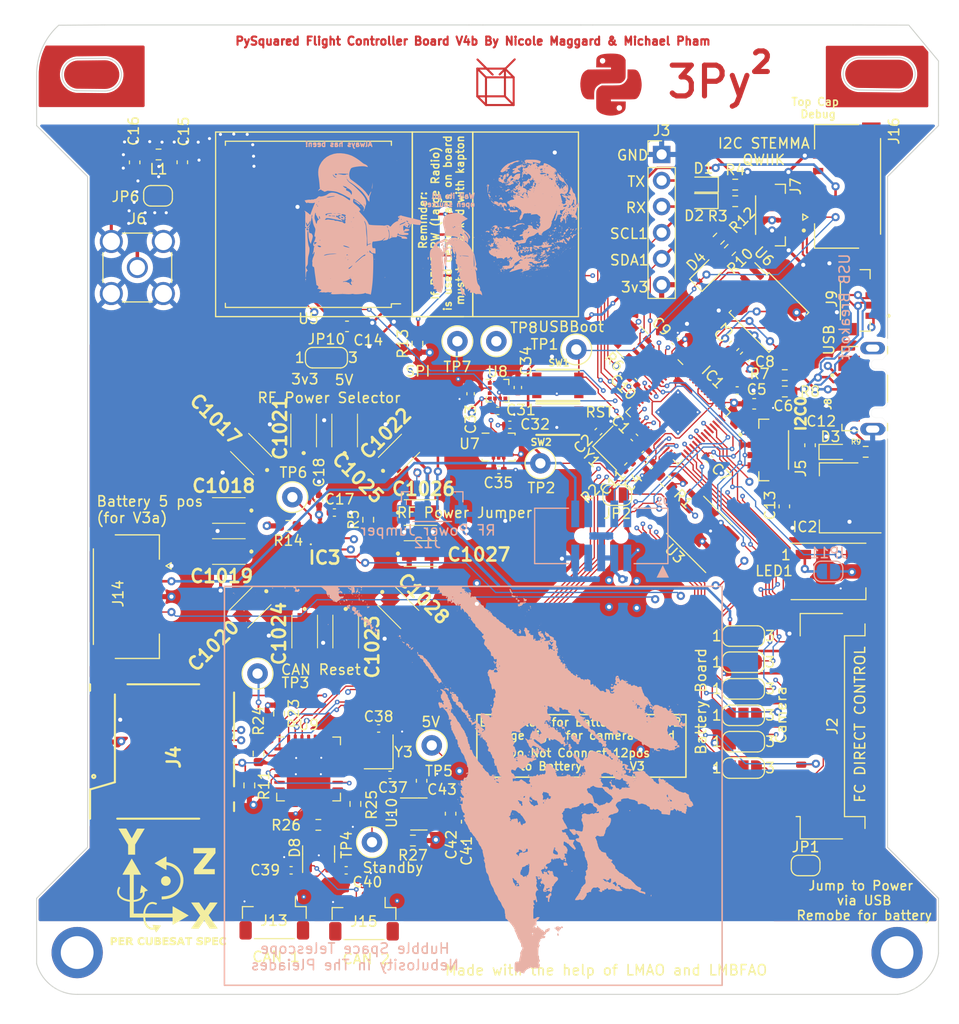
<source format=kicad_pcb>
(kicad_pcb (version 20240108) (generator "pcbnew") (generator_version "8.0")
  (layers (0 "F.Cu" signal) (1 "In1.Cu" signal) (2 "In2.Cu" signal) (31 "B.Cu" signal) (34 "B.Paste" user) (35 "F.Paste" user) (36 "B.SilkS" user "B.Silkscreen") (37 "F.SilkS" user "F.Silkscreen") (38 "B.Mask" user) (39 "F.Mask" user) (44 "Edge.Cuts" user))
  (net 0 "")
  (net 1 "Net-(IC1-XIN)")
  (net 2 "Net-(C2-Pad2)")
  (net 3 "1.2V")
  (net 4 "GND")
  (net 5 "3.3V")
  (net 6 "VBUS")
  (net 7 "/3v3 Spec")
  (net 8 "VCC_RF1")
  (net 9 "RF1_ANT")
  (net 10 "Net-(J6-In)")
  (net 11 "D3")
  (net 12 "ENABLE_BURN {slash} PC")
  (net 13 "I2C_RESET {slash} VS")
  (net 14 "ENAB_RF {slash} D2")
  (net 15 "VBUS_RESET {slash} D4")
  (net 16 "BURN_RELAY_A {slash} D5")
  (net 17 "D7")
  (net 18 "D6")
  (net 19 "D8")
  (net 20 "SPI0_CS1")
  (net 21 "D9")
  (net 22 "Net-(U8-C1)")
  (net 23 "Net-(D1-K)")
  (net 24 "TX")
  (net 25 "Net-(D2-K)")
  (net 26 "RX")
  (net 27 "Net-(D3-A)")
  (net 28 "V_BACKUP")
  (net 29 "Net-(D4-A)")
  (net 30 "SPI0_CS2")
  (net 31 "RF_VCC")
  (net 32 "SDA1")
  (net 33 "SCL1")
  (net 34 "SDA0")
  (net 35 "SCL0")
  (net 36 "D0")
  (net 37 "Net-(J2-Pin_1)")
  (net 38 "Net-(J2-Pin_6)")
  (net 39 "Net-(J2-Pin_7)")
  (net 40 "Net-(J2-Pin_8)")
  (net 41 "Net-(J2-Pin_10)")
  (net 42 "Net-(J2-Pin_11)")
  (net 43 "HS")
  (net 44 "FC_RESET")
  (net 45 "Net-(IC1-XOUT)")
  (net 46 "SWCLK")
  (net 47 "SWDIO")
  (net 48 "SPI0_MISO")
  (net 49 "SPI0_CS0")
  (net 50 "SPI0_SCK")
  (net 51 "SPI0_MOSI")
  (net 52 "RF1_RST")
  (net 53 "WDT_WDI")
  (net 54 "RF1_IO4")
  (net 55 "RF1_IO0")
  (net 56 "NEOPIX")
  (net 57 "Net-(U9-OSC2)")
  (net 58 "/QSPI_DATA[3]")
  (net 59 "/QSPI_SCK")
  (net 60 "/QSPI_DATA[0]")
  (net 61 "/QSPI_DATA[2]")
  (net 62 "/QSPI_DATA[1]")
  (net 63 "/QSPI_CS")
  (net 69 "RTC_INT")
  (net 70 "Net-(U3-~{MR})")
  (net 90 "USB_D-")
  (net 91 "USB_D+")
  (net 93 "Net-(U9-OSC1)")
  (net 95 "CANL")
  (net 96 "CANH")
  (net 97 "Net-(U10-C-)")
  (net 98 "Net-(U10-C+)")
  (net 99 "+5V")
  (net 100 "Net-(U9-RESET)")
  (net 101 "Net-(U9-STBY)")
  (net 102 "Net-(U10-*SHDN)")
  (net 103 "TXCAN")
  (net 104 "RXCAN")
  (net 114 "/D+")
  (net 115 "/D-")
  (net 118 "Net-(IC3-EVI)")
  (net 119 "Net-(JP2-A)")
  (net 120 "Net-(JP11-B)")
  (footprint "Jumper:SolderJumper-3_P1.3mm_Open_RoundedPad1.0x1.5mm_NumberLabels" (layer "F.Cu") (at 212.31 107.14)
    (property "Reference" "JP7" (hide yes))
    (property "Value" "Jumper_3_Open")
  )
  (footprint "Capacitor_SMD:C_0402_1005Metric" (layer "F.Cu") (at 202.74 89.45 -135)
    (property "Reference" "C11")
    (property "Value" "100nf")
  )
  (footprint "Capacitor_SMD:C_0603_1608Metric" (layer "F.Cu") (at 216.3 94.5 -90)
    (property "Reference" "C13")
    (property "Value" "22uF")
  )
  (footprint "Resistor_SMD:R_0603_1608Metric" (layer "F.Cu") (at 216.345 81.7)
    (property "Reference" "R7")
    (property "Value" "22")
  )
  (footprint "Connector_Coaxial:SMA_Amphenol_901-144_Vertical" (layer "F.Cu") (at 153.17 71.21)
    (property "Reference" "J6")
    (property "Value" "Conn_Coaxial" (hide yes))
  )
  (footprint "TestPoint:TestPoint_Loop_D1.80mm_Drill1.0mm_Beaded" (layer "F.Cu") (at 164.9 110.8)
    (property "Reference" "TP3")
    (property "Value" "RESET")
  )
  (footprint "TestPoint:TestPoint_Loop_D1.80mm_Drill1.0mm_Beaded" (layer "F.Cu") (at 168.3 93.6)
    (property "Reference" "TP6")
    (property "Value" "RESET")
  )
  (footprint "" (layer "F.Cu") (at 227.3 138)
    (property "Reference" "H2")
    (property "Value" "MountingHole" (hide yes))
  )
  (footprint "TestPoint:TestPoint_Loop_D1.80mm_Drill1.0mm_Beaded" (layer "F.Cu") (at 181.9 117.8)
    (property "Reference" "TP5")
    (property "Value" "5V")
  )
  (footprint "Capacitor_SMD:C_0603_1608Metric" (layer "F.Cu") (at 152.91 60.96 -90)
    (property "Reference" "C16")
    (property "Value" "DNI")
  )
  (footprint "Connector_JST:JST_SH_BM04B-SRSS-TB_1x04-1MP_P1.00mm_Vertical" (layer "F.Cu") (at 175.2875 134.725 180)
    (property "Reference" "J15")
    (property "Value" "Breakout")
  )
  (footprint "Package_TO_SOT_SMD:SOT-223" (layer "F.Cu") (at 221.63 93.67 180)
    (property "Reference" "IC2")
    (property "Value" "AZ1117CH-3.3TRG1")
  )
  (footprint "FC_DEV_BOARD:JST_BM04B-SRSS-TB(LF)(SN)" (layer "F.Cu") (at 222.47 74.42 90)
    (property "Reference" "J9")
    (property "Value" "BM04B-SRSS-TB(LF)(SN)")
  )
  (footprint "Resistor_SMD:R_0603_1608Metric" (layer "F.Cu") (at 167 114.7 -90)
    (property "Reference" "R23")
    (property "Value" "10k")
  )
  (footprint "SuperCap:CPH3225A" (layer "F.Cu") (at 178.699999 89.899999 45)
    (property "Reference" "C1022")
    (property "Value" "CPH3225A" (hide yes))
  )
  (footprint "Capacitor_SMD:C_0402_1005Metric" (layer "F.Cu") (at 203.12 90.51 45)
    (property "Reference" "C4")
    (property "Value" "100nf")
  )
  (footprint "Jumper:SolderJumper-2_P1.3mm_Open_RoundedPad1.0x1.5mm" (layer "F.Cu") (at 200 93.4 180)
    (property "Reference" "JP2")
    (property "Value" "SolderJumper_2_Open")
  )
  (footprint "LED_SMD:LED_0603_1608Metric" (layer "F.Cu") (at 208.37 63.13 180)
    (property "Reference" "D1")
    (property "Value" "LED")
  )
  (footprint "SuperCap:CPH3225A" (layer "F.Cu") (at 169.699999 87.399999 90)
    (property "Reference" "C1021")
    (property "Value" "CPH3225A" (hide yes))
  )
  (footprint "Resistor_SMD:R_Array_Convex_4x0603" (layer "F.Cu") (at 201.457868 78.494924 135)
    (property "Reference" "R6")
    (property "Value" "10k")
  )
  (footprint "Capacitor_SMD:C_0603_1608Metric" (layer "F.Cu") (at 218.81 88.54 90)
    (property "Reference" "C12")
    (property "Value" "10uF")
  )
  (footprint "LED_SMD:LED_0603_1608Metric" (layer "F.Cu") (at 221.17 89.19)
    (property "Reference" "D3")
    (property "Value" "LED")
  )
  (footprint "Capacitor_SMD:C_0402_1005Metric" (layer "F.Cu") (at 170.9 93.9 90)
    (property "Reference" "C18")
    (property "Value" "100nf")
  )
  (footprint "" (layer "F.Cu") (at 147.3 138)
    (property "Reference" "H1")
    (property "Value" "MountingHole" (hide yes))
  )
  (footprint "FC_DEV_BOARD:BTN_KMR2_4.6X2.8" (layer "F.Cu") (at 194.2 86)
    (property "Reference" "SW2")
    (property "Value" "KMR2")
  )
  (footprint "Capacitor_SMD:C_0402_1005Metric" (layer "F.Cu") (at 189.52 86.55)
    (property "Reference" "C32")
    (property "Value" "100nf")
  )
  (footprint "SuperCap:CPH3225A" (layer "F.Cu") (at 162.4 94.599999 180)
    (property "Reference" "C1018")
    (property "Value" "CPH3225A" (hide yes))
  )
  (footprint "LOGO" (layer "F.Cu") (at 199.374384 53.975466)
    (property "Reference" "G***" (hide yes))
    (property "Value" "LOGO" (hide yes))
  )
  (footprint "Capacitor_SMD:C_0402_1005Metric" (layer "F.Cu") (at 190.3 82.91 -90)
    (property "Reference" "C34")
    (property "Value" "100nf")
  )
  (footprint "Resistor_SMD:R_0603_1608Metric" (layer "F.Cu") (at 155.24 60.19 180)
    (property "Reference" "L1")
    (property "Value" "DNI")
  )
  (footprint "Capacitor_SMD:C_0603_1608Metric" (layer "F.Cu") (at 211.401992 78.848008 45)
    (property "Reference" "C3")
    (property "Value" "1uF")
  )
  (footprint "SuperCap:CPH3225A" (layer "F.Cu") (at 173.199999 106.399999 -90)
    (property "Reference" "C1023")
    (property "Value" "CPH3225A" (hide yes))
  )
  (footprint "Resistor_SMD:R_0402_1005Metric" (layer "F.Cu") (at 201.1 90.63 -135)
    (property "Reference" "R2")
    (property "Value" "1k")
  )
  (footprint "Jumper:SolderJumper-3_P1.3mm_Open_RoundedPad1.0x1.5mm_NumberLabels" (layer "F.Cu") (at 212.31 114.87)
    (property "Reference" "JP9" (hide yes))
    (property "Value" "Jumper_3_Open")
  )
  (footprint "Resistor_SMD:R_0603_1608Metric" (layer "F.Cu") (at 167.9 96.4 180)
    (property "Reference" "R14")
    (property "Value" "10k")
  )
  (footprint "SuperCap:CPH3225A" (layer "F.Cu") (at 164.699999 89.399999 135)
    (property "Reference" "C1017")
    (property "Value" "CPH3225A" (hide yes))
  )
  (footprint "Crystal:Crystal_SMD_2520-4Pin_2.5x2.0mm" (layer "F.Cu") (at 199.756307 88.816256 -45)
    (property "Reference" "Y1")
    (property "Value" "12MHZ")
  )
  (footprint "LOGO" (layer "F.Cu") (at 199.374384 53.975466)
    (property "Reference" "G***" (hide yes))
    (property "Value" "LOGO" (hide yes))
  )
  (footprint "Capacitor_SMD:C_0603_1608Metric" (layer "F.Cu") (at 212.48 79.92 45)
    (property "Reference" "C8")
    (property "Value" "1uF")
  )
  (footprint "Capacitor_SMD:C_0402_1005Metric" (layer "F.Cu") (at 201.57 82.35 135)
    (property "Reference" "C10")
    (property "Value" "100nf")
  )
  (footprint "Capacitor_SMD:C_0402_1005Metric" (layer "F.Cu") (at 168.1775 129.98 180)
    (property "Reference" "C39")
    (property "Value" "47pf")
  )
  (footprint "TestPoint:TestPoint_Loop_D1.80mm_Drill1.0mm_Beaded" (layer "F.Cu") (at 176.0675 127.24)
    (property "Reference" "TP4")
    (property "Value" "Standby")
  )
  (footprint "FC_DEV_BOARD:MOLEX_5040500591" (layer "F.Cu") (at 152.1 103.3 90)
    (property "Reference" "J14")
    (property "Value" "Battery")
  )
  (footprint "Jumper:SolderJumper-2_P1.3mm_Open_RoundedPad1.0x1.5mm" (layer "F.Cu") (at 218.38 129.51)
    (property "Reference" "JP1")
    (property "Value" "SolderJumper_2_Open")
  )
  (footprint "Crystal:Crystal_SMD_2520-4Pin_2.5x2.0mm" (layer "F.Cu") (at 176.7175 118.43 90)
    (property "Reference" "Y3")
    (property "Value" "16MHZ 12 pf")
  )
  (footprint "SuperCap:CPH3225A" (layer "F.Cu") (at 180.499999 99.399999)
    (property "Reference" "C1027")
    (property "Value" "CPH3225A" (hide yes))
  )
  (footprint "Package_TO_SOT_SMD:SOT-23-6" (layer "F.Cu") (at 180.645 124.49)
    (property "Reference" "U10")
    (property "Value" "AP3602AKTR-G1")
  )
  (footprint "Capacitor_SMD:C_0603_1608Metric" (layer "F.Cu") (at 157.56 60.95 -90)
    (property "Reference" "C15")
    (property "Value" "DNI")
  )
  (footprint "Package_TO_SOT_SMD:SOT-23-3" (layer "F.Cu") (at 170.8575 128.39 90)
    (property "Reference" "D8")
    (property "Value" "PESD1CAN")
  )
  (footprint "Resistor_SMD:R_0603_1608Metric" (layer "F.Cu") (at 209.9 68.4 45)
    (property "Reference" "R12")
    (property "Value" "10k")
  )
  (footprint "FC_DEV_BOARD:RFM98PW" (layer "F.Cu") (at 178.51 67.501499 180)
    (property "Reference" "U4" (hide yes))
    (property "Value" "RFM98PW" (hide yes))
  )
  (footprint "FC_DEV_BOARD:JST_BM04B-SRSS-TB(LF)(SN)" (layer "F.Cu") (at 216.0125 89 -90)
    (property "Reference" "J5")
    (property "Value" "BM04B-SRSS-TB(LF)(SN)")
  )
  (footprint "Resistor_SMD:R_0603_1608Metric" (layer "F.Cu") (at 211.51 63.13)
    (property "Reference" "R4")
    (property "Value" "1k")
  )
  (footprint "TestPoint:TestPoint_Loop_D1.80mm_Drill1.0mm_Beaded" (layer "F.Cu") (at 192.5 90.3)
    (property "Reference" "TP2")
    (property "Value" "RESET")
  )
  (footprint "Package_LGA:LGA-14_3x2.5mm_P0.5mm_LayoutBorder3x4y" (layer "F.Cu") (at 188.42 88.72)
    (property "Reference" "U7")
    (property "Value" "LSM6DSOTR")
  )
  (footprint "Capacitor_SMD:C_0402_1005Metric" (layer "F.Cu") (at 198.16 87.21 -135)
    (property "Reference" "C2")
    (property "Value" "22pF")
  )
  (footprint "Jumper:SolderJumper-2_P1.3mm_Open_RoundedPad1.0x1.5mm" (layer "F.Cu") (at 155.19 64.22)
    (property "Reference" "JP6")
    (property "Value" "SolderJumper_2_Open")
  )
  (footprint "Capacitor_SMD:C_0603_1608Metric" (layer "F.Cu") (at 213.36 84.5)
    (property "Reference" "C6")
    (property "Value" "1uF")
  )
  (footprint "SuperCap:CPH3225A" (layer "F.Cu") (at 169.199999 106.399999 -90)
    (property "Reference" "C1024")
    (property "Value" "CPH3225A" (hide yes))
  )
  (footprint "TestPoint:TestPoint_Loop_D1.80mm_Drill1.0mm_Beaded" (layer "F.Cu") (at 188.2 78.4)
    (property "Reference" "TP8")
    (property "Value" "RESET")
  )
  (footprint "Jumper:SolderJumper-3_P1.3mm_Open_RoundedPad1.0x1.5mm_NumberLabels" (layer "F.Cu") (at 212.31 109.69)
    (property "Reference" "JP5" (hide yes))
    (property "Value" "Jumper_3_Open")
  )
  (footprint "Capacitor_SMD:C_0402_1005Metric" (layer "F.Cu") (at 205.65 78.39 135)
    (property "Reference" "C9")
    (property "Value" "100nf")
  )
  (footprint "Resistor_SMD:R_0603_1608Metric" (layer "F.Cu") (at 170.8325 125.55)
    (property "Reference" "R26")
    (property "Value" "120")
  )
  (footprint "Capacitor_SMD:C_0603_1608Metric" (layer "F.Cu") (at 183.7375 124.46 90)
    (property "Reference" "C42")
    (property "Value" "1uf")
  )
  (footprint "Jumper:SolderJumper-3_P1.3mm_Open_RoundedPad1.0x1.5mm_NumberLabels" (layer "F.Cu") (at 171.62 80)
    (property "Reference" "JP10")
    (property "Value" "Jumper_3_Open")
  )
  (footprint "Capacitor_SMD:C_0402_1005Metric" (layer "F.Cu") (at 177.8175 120.68)
    (property "Reference" "C37")
    (property "Value" "22pf")
  )
  (footprint "Package_SO:SOIC-8_5.275x5.275mm_P1.27mm" (layer "F.Cu") (at 214.8 75.6 -45)
    (property "Reference" "U6")
    (property "Value" "W25Q128JV")
  )
  (footprint "LED_SMD:LED_0603_1608Metric" (layer "F.Cu") (at 208.35 64.73 180)
    (property "Reference" "D2")
    (property "Value" "LED")
  )
  (footprint "Capacitor_SMD:C_0402_1005Metric" (layer "F.Cu") (at 209 89.9 -45)
    (property "Reference" "C7")
    (property "Value" "100nf")
  )
  (footprint "SuperCap:CPH3225A" (layer "F.Cu") (at 162.4 98.599999 180)
    (property "Reference" "C1019")
    (property "Value" "CPH3225A" (hide yes))
  )
  (footprint "SuperCap:CPH3225A" (layer "F.Cu") (at 173.699999 87.399999 90)
    (property "Reference" "C1025")
    (property "Value" "CPH3225A" (hide yes))
  )
  (footprint "Resistor_SMD:R_0603_1608Metric" (layer "F.Cu") (at 180.0575 127.08 180)
    (property "Reference" "R27")
    (property "Value" "10k")
  )
  (footprint "Resistor_SMD:R_0603_1608Metric" (layer "F.Cu") (at 216.35 83.3)
    (property "Reference" "R8")
    (property "Value" "22")
  )
  (footprint "LED_SMD:LED_WS2812B_PLCC4_5.0x5.0mm_P3.2mm" (layer "F.Cu") (at 220.61 100.84)
    (property "Reference" "LED1")
    (property "Value" "WS2812B_SK6812_1515")
  )
  (footprint "SuperCap:CPH3225A" (layer "F.Cu") (at 178.199999 104.399999 -45)
    (property "Reference" "C1028")
    (property "Value" "CPH3225A" (hide yes))
  )
  (footprint "Capacitor_SMD:C_0402_1005Metric" (layer "F.Cu") (at 201.67 87.78 -45)
    (property "Reference" "C1")
    (property "Value" "22pF")
  )
  (footprint "Capacitor_SMD:C_0603_1608Metric" (layer "F.Cu") (at 185.3075 125.24 90)
    (property "Reference" "C41")
    (property "Value" "10uf")
  )
  (footprint "Diode_SMD:D_SOD-323F" (layer "F.Cu") (at 208.8 71.8 45)
    (property "Reference" "D4")
    (property "Value" "NSR0320")
  )
  (footprint "Capacitor_SMD:C_0402_1005Metric" (layer "F.Cu") (at 172.4 95.1)
    (property "Reference" "C17")
    (property "Value" "100nf")
  )
  (footprint "Resistor_SMD:R_0603_1608Metric" (layer "F.Cu") (at 211.51 64.75)
    (property "Reference" "R3")
    (property "Value" "1k")
  )
  (footprint "Molex 503398-1892:503398-1892-1" (layer "F.Cu") (at 148.56 124.945 90)
    (property "Reference" "J4")
    (property "Value" "Molex 503398-1892" (hide yes))
  )
  (footprint "Resistor_SMD:R_0603_1608Metric" (layer "F.Cu") (at 204.74 92.05 135)
    (property "Reference" "R1")
    (property "Value" "10k")
  )
  (footprint "FC_DEV_BOARD:JST_BM04B-SRSS-TB(LF)(SN)" (layer "F.Cu") (at 214.2 66.1 90)
    (property "Reference" "J7")
    (property "Value" "Breakout")
  )
  (footprint "Resistor_SMD:R_0603_1608Metric" (layer "F.Cu") (at 174.4475 123.51 90)
    (property "Reference" "R25")
    (property "Value" "10k")
  )
  (footprint "Capacitor_SMD:C_0402_1005Metric" (layer "F.Cu") (at 173.5475 129.98 180)
    (property "Reference" "C40")
    (property "Value" "47pf")
  )
  (footprint "Capacitor_SMD:C_0603_1608Metric" (layer "F.Cu") (at 180.9075 121.25 -90)
    (property "Reference" "C43")
    (property "Value" "10uf")
  )
  (footprint "Package_DFN_QFN:QFN-56-1EP_7x7mm_P0.4mm_EP3.2x3.2mm_ThermalVias" (layer "F.Cu") (at 205.93 85.31 -45)
    (property "Reference" "IC1")
    (property "Value" "RP2040_QFN56")
  )
  (footprint "Capacitor_SMD:C_0402_1005Metric" (layer "F.Cu") (at 188.34 85.19)
    (property "Reference" "C31")
    (property "Value" "220nf")
  )
  (footprint "RF_Module:HOPERF_RFM9XW_SMD" (layer "F.Cu") (at 169.86 67 180)
    (property "Reference" "U5")
    (property "Value" "RFM9xBreakout")
  )
  (footprint "Jumper:SolderJumper-3_P1.3mm_Open_RoundedPad1.0x1.5mm_NumberLabels" (layer "F.Cu") (at 212.31 120.01)
    (property "Reference" "JP3" (hide yes))
    (property "Value" "Jumper_3_Open")
  )
  (footprint "Capacitor_SMD:C_0402_1005Metric" (layer "F.Cu") (at 211.7 83.2 180)
    (property "Reference" "C5")
    (property "Value" "100nf")
  )
  (footprint "Connector_JST:JST_SH_BM04B-SRSS-TB_1x04-1MP_P1.00mm_Vertical" (layer "F.Cu") (at 166.5375 134.63 180)
    (property "Reference" "J13")
    (property "Value" "Breakout")
  )
  (footprint "Resistor_SMD:R_0603_1608Metric" (layer "F.Cu") (at 165 118.6 90)
    (property "Reference" "R24")
    (property "Value" "10k")
  )
  (footprint "TestPoint:TestPoint_Loop_D1.80mm_Drill1.0mm_Beaded" (layer "F.Cu") (at 184.4 78.4)
    (property "Reference" "TP7")
    (property "Value" "RESET")
  )
  (footprint "Package_LGA:LGA-12_2x2mm_P0.5mm" (layer "F.Cu") (at 188.32 83.22)
    (property "Reference" "U8")
    (property "Value" "LSM303AGRTR")
  )
  (footprint "SuperCap:CPH3225A" (layer "F.Cu") (at 180.499999 95.399999)
    (property "Reference" "C1026")
    (property "Value" "CPH3225A" (hide yes))
  )
  (footprint "FC_DEV_BOARD:BTN_KMR2_4.6X2.8" (layer "F.Cu") (at 194.2 82.7)
    (property "Reference" "SW1")
    (property "Value" "KMR2")
  )
  (footprint "Capacitor_SMD:C_0603_1608Metric" (layer "F.Cu") (at 173.63 76.95 180)
    (property "Reference" "C14")
    (property "Value" "10uF")
  )
  (footprint "Capacitor_SMD:C_0402_1005Metric" (layer "F.Cu") (at 176.7175 116.15)
    (property "Reference" "C38")
    (property "Value" "22pf")
  )
  (footprint "Package_DFN_QFN:QFN-28-1EP_6x6mm_P0.65mm_EP4.25x4.25mm" (layer "F.Cu") (at 169.88 120.1)
    (property "Reference" "U9")
    (property "Value" "MCP25625-E/ML")
  )
  (footprint "SuperCap:CPH3225A" (layer "F.Cu") (at 164.199999 103.899999 -135)
    (property "Reference" "C1020")
    (property "Value" "CPH3225A" (hide yes))
  )
  (footprint "Resistor_SMD:R_0603_1608Metric" (layer "F.Cu") (at 164.1 121.7 -90)
    (property "Reference" "R11")
    (property "Value" "10k")
  )
  (footprint "RTC:RV3028C7" (layer "F.Cu") (at 171.45 97)
    (property "Reference" "IC3")
    (property "Value" "RV-3028-C7_32.768kHz_1ppm_TA_QC" (hide yes))
  )
  (footprint "Connector_Molex:Molex_Pico-Lock_504050-1291_1x12-1MP_P1.50mm_Horizontal" (layer "F.Cu") (at 220.745 115.93 90)
    (property "Reference" "J2")
    (property "Value" "FC to EPS Connector" (hide yes))
  )
  (footprint "Capacitor_SMD:C_0402_1005Metric" (layer "F.Cu") (at 185.69 83.52 -90)
    (property "Reference" "C33")
    (property "Value" "100nf")
  )
  (footprint "FC_DEV_BOARD:MOLEX_5040500591" (layer "F.Cu") (at 222.47 63.3 -90)
    (property "Reference" "J16")
    (property "Value" "Debug")
  )
  (footprint "TestPoint:TestPoint_Loop_D1.80mm_Drill1.0mm_Beaded" (layer "F.Cu") (at 196 79.2)
    (property "Reference" "TP1")
    (property "Value" "USBBOOT")
  )
  (footprint "Resistor_SMD:R_0603_1608Metric" (layer "F.Cu") (at 175.7 95.8 90)
    (property "Reference" "R5")
    (property "Value" "10k")
  )
  (footprint "Jumper:SolderJumper-3_P1.3mm_Open_RoundedPad1.0x1.5mm_NumberLabels" (layer "F.Cu") (at 212.31 112.29)
    (property "Reference" "JP8" (hide yes))
    (property "Value" "Jumper_3_Open")
  )
  (footprint "Jumper:SolderJumper-3_P1.3mm_Open_RoundedPad1.0x1.5mm_NumberLabels" (layer "F.Cu") (at 212.32 117.44)
    (property "Reference" "JP4" (hide yes))
    (property "Value" "Jumper_3_Open")
  )
  (footprint "Package_SO:SO-8_3.9x4.9mm_P1.27mm" (layer "F.Cu") (at 208 96.7 135)
    (property "Reference" "U3")
    (property "Value" "MAX706RESA")
  )
  (footprint "Resistor_SMD:R_0603_1608Metric" (layer "F.Cu") (at 211 69.5 -135)
    (property "Reference" "R10")
    (property "Value" "1k")
  )
  (footprint "LOGO" (layer "F.Cu") (at 200.625468 127.4)
    (property "Reference" "G***" (hide yes))
    (property "Value" "LOGO" (hide yes))
  )
  (footprint "mainboard:XYZ_cubesat-top" (layer "F.Cu") (at 156.13015 132.363305)
    (property "Reference" "REF**" (hide yes))
    (property "Value" "Val**" (hide yes))
  )
  (footprint "FC_DEV_BOARD:MOLEX_105164-0001" (layer "F.Cu") (at 226.37 83.02 90)
    (property "Reference" "J8")
    (property "Value" "USB_B_Micro")
    (fp_line (start 2.825 -1.15) (end 2.825 -0.5) (stroke (width 0.01)) (layer "Edge.Cuts"))
    (fp_line (start 1.925 -1.15) (end 1.925 -0.5) (stroke (width 0.01)) (layer "Edge.Cuts"))
    (fp_line (start -1.925 -1.15) (end -1.925 -0.5) (stroke (width 0.01)) (layer "Edge.Cuts"))
    (fp_line (start -2.825 -1.15) (end -2.825 -0.5) (stroke (width 0.01)) (layer "Edge.Cuts"))
    (fp_line (start 4.9 0) (end 3.4 0) (stroke (width 0.01)) (layer "Edge.Cuts"))
    (fp_line (start 3.4 0) (end 2.825 -0.5) (stroke (width 0.01)) (layer "Edge.Cuts"))
    (fp_line (start -3.4 0) (end -2.825 -0.5) (stroke (width 0.01)) (layer "Edge.Cuts"))
    (fp_line (start -4.9 0) (end -3.4 0) (stroke (width 0.01)) (layer "Edge.Cuts"))
    (fp_line (start 0.00053 0.004943) (end 1.3 0) (stroke (width 0.01)) (layer "Edge.Cuts"))
    (fp_line (start 0.00053 0.004943) (end -1.29947 0.004943) (stroke (width 0.01)) (layer "Edge.Cuts"))
    (fp_arc (start 1.925 -1.15) (mid 2.375 -1.6) (end 2.825 -1.15) (stroke (width 0.01)) (layer "Edge.Cuts"))
    (fp_arc (start -2.825 -1.15) (mid -2.375 -1.6) (end -1.925 -1.15) (stroke (width 0.01)) (layer "Edge.Cuts"))
    (fp_arc (start 1.925529 -0.504943) (mid 1.717412 -0.122833) (end 1.3 0) (stroke (width 0.01)) (layer "Edge.Cuts"))
    (fp_arc (start -1.29947 0.004943) (mid -1.716881 -0.117891) (end -1.924999 -0.5) (stroke (width 0.01)) (layer "Edge.Cuts"))
  )
  (footprint "Resistor_SMD:R_0603_1608Metric" (layer "F.Cu") (at 180.5 78.64 90)
    (property "Reference" "R13")
    (property "Value" "10k")
  )
  (footprint "Connector_PinHeader_2.54mm:PinHeader_1x06_P2.54mm_Vertical" (layer "F.Cu") (at 204.33 60.19)
    (property "Reference" "J3")
    (property "Value" "Life Makes Lemonade")
  )
  (footprint "Capacitor_SMD:C_0402_1005Metric" (layer "F.Cu") (at 188.45 90.95)
    (property "Reference" "C35")
    (property "Value" "100nf")
  )
  (footprint "Resistor_SMD:R_0603_1608Metric" (layer "F.Cu") (at 224.24 89.18 180)
    (property "Reference" "R9")
    (property "Value" "10k")
  )
  (footprint "LOGO" (layer "B.Cu") (at 187.3 121.6 180)
    (property "Reference" "G***" (hide yes))
    (property "Value" "LOGO" (hide yes))
  )
  (footprint "FC_DEV_BOARD:JTAG_2X05_1.27MM_BOX_NOCREAM" (layer "B.Cu") (at 198.44 97.38 180)
    (property "Reference" "J1")
    (property "Value" "Conn_ARM_JTAG_SWD_10")
  )
  (footprint "LOGO" (layer "B.Cu") (at 183.91 66.54 180)
    (property "Reference" "G***" (hide yes))
    (property "Value" "LOGO" (hide yes))
  )
  (footprint "FC_DEV_BOARD:JST_BM04B-SRSS-TB(LF)(SN)" (layer "B.Cu") (at 181.94 95.2725)
    (property "Reference" "J12")
    (property "Value" "BM04B-SRSS-TB(LF)(SN)")
  )
  (footprint "Jumper:SolderJumper-2_P1.3mm_Open_RoundedPad1.0x1.5mm" (layer "B.Cu") (at 220.61 100.84 180)
    (property "Reference" "JP11")
    (property "Value" "SolderJumper_2_Open")
  )
  (gr_line (start 187.19 55.37) (end 186.34 54.52) (stroke (width 0.2)) (layer "F.Cu"))
  (gr_line (start 189.04 51.82) (end 189.89 52.67) (stroke (width 0.2)) (layer "F.Cu"))
  (gr_line (start 187.84 52.41) (end 186.36 50.93) (stroke (width 0.2)) (layer "F.Cu"))
  (gr_line (start 186.34 54.52) (end 189.04 54.52) (stroke (width 0.2)) (layer "F.Cu"))
  (gr_line (start 187.19 52.67) (end 187.19 55.37) (stroke (width 0.2)) (layer "F.Cu"))
  (gr_line (start 189.89 52.67) (end 187.19 52.67) (stroke (width 0.2)) (layer "F.Cu"))
  (gr_line (start 189.04 51.82) (end 186.34 51.82) (stroke (width 0.2)) (layer "F.Cu"))
  (gr_line (start 188.52 52.39) (end 189.99 50.92) (stroke (width 0.2)) (layer "F.Cu"))
  (gr_line (start 189.04 54.52) (end 189.04 51.82) (stroke (width 0.2)) (layer "F.Cu"))
  (gr_line (start 186.34 54.52) (end 186.34 51.82) (stroke (width 0.2)) (layer "F.Cu"))
  (gr_line (start 186.34 51.82) (end 187.19 52.67) (stroke (width 0.2)) (layer "F.Cu"))
  (gr_line (start 187.19 55.37) (end 189.89 55.37) (stroke (width 0.2)) (layer "F.Cu"))
  (gr_line (start 189.04 54.52) (end 189.89 55.37) (stroke (width 0.2)) (layer "F.Cu"))
  (gr_line (start 189.89 55.37) (end 189.89 52.67) (stroke (width 0.2)) (layer "F.Cu"))
  (gr_rect (start 161.669138 102.3) (end 210.230861 141.191722) (stroke (width 0.15)) (fill none) (layer "B.SilkS"))
  (gr_line (start 206.7 114.8) (end 186.3 114.8) (stroke (width 0.15)) (layer "F.SilkS"))
  (gr_line (start 180 58) (end 180 76) (stroke (width 0.15)) (layer "F.SilkS"))
  (gr_line (start 186.3 114.8) (end 186.3 120.9) (stroke (width 0.15)) (layer "F.SilkS"))
  (gr_line (start 186.3 120.9) (end 206.7 120.9) (stroke (width 0.15)) (layer "F.SilkS"))
  (gr_line (start 185.9 76) (end 185.9 58) (stroke (width 0.15)) (layer "F.SilkS"))
  (gr_line (start 206.7 120.9) (end 206.7 114.8) (stroke (width 0.15)) (layer "F.SilkS"))
  (gr_line (start 180 76) (end 185 76) (stroke (width 0.15)) (layer "F.SilkS"))
  (gr_line (start 147.266164 53.978713) (end 150.016362 54.003722) (stroke (width 0.1)) (layer "Edge.Cuts"))
  (gr_line (start 197.601362 47.563722) (end 223.001362 47.563722) (stroke (width 0.1)) (layer "Edge.Cuts"))
  (gr_arc (start 143.3432 52.5744) (mid 143.878092 49.844486) (end 145.50672 47.589245) (stroke (width 0.1)) (layer "Edge.Cuts"))
  (gr_arc (start 150.016362 50.803722) (mid 151.616378 52.403722) (end 150.016362 54.003722) (stroke (width 0.1)) (layer "Edge.Cuts"))
  (gr_arc (start 223.616362 53.903722) (mid 222.041575 52.303731) (end 223.666337 50.754515) (stroke (width 0.1)) (layer "Edge.Cuts"))
  (gr_line (start 143.3432 134) (end 143.3432 132.71) (stroke (width 0.1)) (layer "Edge.Cuts"))
  (gr_line (start 143.3432 139.0744) (end 143.3432 134) (stroke (width 0.1)) (layer "Edge.Cuts"))
  (gr_line (start 147.316139 50.829506) (end 150.016362 50.803722) (stroke (width 0.1)) (layer "Edge.Cuts"))
  (gr_line (start 143.3432 57.38) (end 143.3432 52.5744) (stroke (width 0.1)) (layer "Edge.Cuts"))
  (gr_line (start 145.50672 47.589245) (end 149.976362 47.563722) (stroke (width 0.1)) (layer "Edge.Cuts"))
  (gr_line (start 231.3432 133.532) (end 231.3432 132.71) (stroke (width 0.1)) (layer "Edge.Cuts"))
  (gr_line (start 227.3432 142.0744) (end 147.3432 142.0744) (stroke (width 0.1)) (layer "Edge.Cuts"))
  (gr_line (start 223.001362 47.563722) (end 228.441362 47.578722) (stroke (width 0.1)) (layer "Edge.Cuts"))
  (gr_arc (start 227.466362 50.753722) (mid 229.066378 52.353722) (end 227.466362 53.953722) (stroke (width 0.1)) (layer "Edge.Cuts"))
  (gr_arc (start 147.266164 53.978713) (mid 145.821876 52.380794) (end 147.316139 50.829506) (stroke (width 0.1)) (layer "Edge.Cuts"))
  (gr_line (start 231.3432 132.71) (end 226.37 127.7368) (stroke (width 0.1)) (layer "Edge.Cuts"))
  (gr_arc (start 147.3432 142.0744) (mid 144.830806 141.257591) (end 143.3432 139.0744) (stroke (width 0.1)) (layer "Edge.Cuts"))
  (gr_line (start 197.601362 47.563722) (end 196.4436 47.563722) (stroke (width 0.1)) (layer "Edge.Cuts"))
  (gr_line (start 143.3432 132.71) (end 148.32 127.7332) (stroke (width 0.1)) (layer "Edge.Cuts"))
  (gr_line (start 185.536362 47.563722) (end 149.976362 47.563722) (stroke (width 0.1)) (layer "Edge.Cuts"))
  (gr_line (start 185.536362 47.563722) (end 186.8932 47.563722) (stroke (width 0.1)) (layer "Edge.Cuts"))
  (gr_line (start 186.8932 47.563722) (end 196.4436 47.563722) (stroke (width 0.1)) (layer "Edge.Cuts"))
  (gr_line (start 223.616362 53.903722) (end 227.466362 53.953722) (stroke (width 0.1)) (layer "Edge.Cuts"))
  (gr_line (start 143.3432 57.38) (end 148.32 62.3568) (stroke (width 0.1)) (layer "Edge.Cuts"))
  (gr_line (start 226.37 87.92) (end 226.37 127.7368) (stroke (width 0.1)) (layer "Edge.Cuts"))
  (gr_line (start 231.3432 57.38) (end 226.37 62.3532) (stroke (width 0.1)) (layer "Edge.Cuts"))
  (gr_line (start 231.3432 56.345522) (end 231.3432 57.38) (stroke (width 0.1)) (layer "Edge.Cuts"))
  (gr_line (start 226.37 78.12) (end 226.37 62.3532) (stroke (width 0.1)) (layer "Edge.Cuts"))
  (gr_line (start 231.3432 56.345522) (end 231.3432 51.0744) (stroke (width 0.1)) (layer "Edge.Cuts"))
  (gr_line (start 228.441362 47.578722) (end 231.3432 51.0744) (stroke (width 0.1)) (layer "Edge.Cuts"))
  (gr_line (start 231.3432 133.532) (end 231.3432 138.0744) (stroke (width 0.1)) (layer "Edge.Cuts"))
  (gr_line (start 227.466362 50.753722) (end 223.666337 50.754515) (stroke (width 0.1)) (layer "Edge.Cuts"))
  (gr_line (start 148.32 127.7332) (end 148.32 62.3568) (stroke (width 0.1)) (layer "Edge.Cuts"))
  (gr_arc (start 231.3432 138.0744) (mid 230.019606 140.750806) (end 227.3432 142.0744) (stroke (width 0.1)) (layer "Edge.Cuts"))
  (gr_text "2" (at 214.07 51.2 0) (layer "F.Cu") (effects (font (size 2 2) (thickness 0.5))))
  (gr_text "3Py" (at 209.01 53.12 0) (layer "F.Cu") (effects (font (size 3 3) (thickness 0.5))))
  (gr_text "PySquared Flight Controller Board V4b By Nicole Maggard & Michael Pham" (at 185.92 49.6 0) (layer "F.Cu") (effects (font (size 0.8 0.8) (thickness 0.2) (bold yes)) (justify bottom)))
  (gr_text "Hubble Space Telescope\nNebulosity in The Pleiades\n" (at 174.4 139.8 0) (layer "B.SilkS") (effects (font (size 1 1)) (justify bottom mirror)))
  (gr_text "USB Breakout" (at 222.765 69.76 90) (layer "B.SilkS") (effects (font (size 1 1)) (justify left bottom mirror)))
  (gr_text "RF Power Jumper" (at 188.23 97.42 0) (layer "B.SilkS") (effects (font (size 1 1)) (justify left bottom mirror)))
  (gr_text "Always has been!" (at 176.18 59.48 0) (layer "B.SilkS") (effects (font (size 0.5 0.5) (thickness 0.125)) (justify left bottom mirror)))
  (gr_text "Wait its all\nopen source?" (at 186.18 65.34 0) (layer "B.SilkS") (effects (font (size 0.5 0.5) (thickness 0.125)) (justify left bottom mirror)))
  (gr_text "3v3" (at 168.09 82.68 0) (layer "F.SilkS") (effects (font (size 1 1)) (justify left bottom)))
  (gr_text "CAN 2" (at 173.1 139.2 0) (layer "F.SilkS") (effects (font (size 1 1)) (justify left bottom)))
  (gr_text "SDA1" (at 199.19 71.08 0) (layer "F.SilkS") (effects (font (size 1 1)) (justify left bottom)))
  (gr_text "Top Cap \nDebug" (at 219.6 56.7 0) (layer "F.SilkS") (effects (font (size 0.75 0.75)) (justify bottom)))
  (gr_text "SCL1" (at 199.18 68.5 0) (layer "F.SilkS") (effects (font (size 1 1)) (justify left bottom)))
  (gr_text "I2C0" (at 218.5 87.3 90) (layer "F.SilkS") (effects (font (size 1 1) (thickness 0.25) (bold yes)) (justify left bottom)))
  (gr_text "I2C STEMMA\nQWIIK" (at 214.3 61.3 0) (layer "F.SilkS") (effects (font (size 1 1)) (justify bottom)))
  (gr_text "RF Power Jumper" (at 178.4 95.7 0) (layer "F.SilkS") (effects (font (size 1 1)) (justify left bottom)))
  (gr_text "GND" (at 199.87 60.85 0) (layer "F.SilkS") (effects (font (size 1 1)) (justify left bottom)))
  (gr_text "3v3" (at 200.27 73.71 0) (layer "F.SilkS") (effects (font (size 1 1)) (justify left bottom)))
  (gr_text "Made with the help of LMAO and LMBFAO" (at 183.1 140.3 0) (layer "F.SilkS") (effects (font (size 1 1)) (justify left bottom)))
  (gr_text "FC DIRECT CONTROL" (at 224.27 123.48 90) (layer "F.SilkS") (effects (font (size 1 1)) (justify left bottom)))
  (gr_text "Bridge left for Battery Board V2\nBridge right for camera board" (at 196.4 117.3 0) (layer "F.SilkS") (effects (font (size 0.8 0.8)) (justify bottom)))
  (gr_text "RX" (at 200.74 65.97 0) (layer "F.SilkS") (effects (font (size 1 1)) (justify left bottom)))
  (gr_text "5V" (at 172.34 82.76 0) (layer "F.SilkS") (effects (font (size 1 1)) (justify left bottom)))
  (gr_text "RST" (at 196.8 85.9 0) (layer "F.SilkS") (effects (font (size 1 1)) (justify left bottom)))
  (gr_text "Standby" (at 175.0575 130.3 0) (layer "F.SilkS") (effects (font (size 1 1)) (justify left bottom)))
  (gr_text "Jump to Power \nvia USB\nRemobe for battery" (at 224.1 134.9 0) (layer "F.SilkS") (effects (font (size 0.9 0.9)) (justify bottom)))
  (gr_text "USB" (at 221.25 79.87 90) (layer "F.SilkS") (effects (font (size 1 1)) (justify left bottom)))
  (gr_text "CAN 1" (at 164.3 139 0) (layer "F.SilkS") (effects (font (size 1 1)) (justify left bottom)))
  (gr_text "Camera" (at 216.58 117.74 90) (layer "F.SilkS") (effects (font (size 1 1)) (justify left bottom)))
  (gr_text "Battery 5 pos \n(for V3a)" (at 149.1 96.2 0) (layer "F.SilkS") (effects (font (size 1 1)) (justify left bottom)))
  (gr_text "RF Power Selector" (at 164.8 84.5 0) (layer "F.SilkS") (effects (font (size 1 1)) (justify left bottom)))
  (gr_text "Do Not Connect 12pos \nto Battery Board V3" (at 196.6 120.3 0) (layer "F.SilkS") (effects (font (size 0.8 0.8)) (justify bottom)))
  (gr_text "USBBoot" (at 192.21 77.57 0) (layer "F.SilkS") (effects (font (size 1 1)) (justify left bottom)))
  (gr_text "TX" (at 200.9 63.42 0) (layer "F.SilkS") (effects (font (size 1 1)) (justify left bottom)))
  (gr_text "CAN Reset" (at 167.1 111 0) (layer "F.SilkS") (effects (font (size 1 1)) (justify left bottom)))
  (gr_text "Reminder:\nIf RFM9xPW (Large Radio) \nis used center pads on board \nmust be masked with kapton" (at 185.1 66.6 90) (layer "F.SilkS") (effects (font (size 0.75 0.75)) (justify bottom)))
  (gr_text "Battery Board" (at 208.75 118.8 90) (layer "F.SilkS") (effects (font (size 1 1)) (justify left bottom)))
  (gr_text "SPI" (at 179.23 81.91 0) (layer "F.SilkS") (effects (font (size 1 1)) (justify left bottom)))
  (gr_text "5V" (at 180.8 116.1 0) (layer "F.SilkS") (effects (font (size 1 1)) (justify left bottom)))
  (segment (start 201.690589 88.119411) (end 200.87 88.94) (width 0.127) (layer "F.Cu") (net 1))
  (segment (start 203.075056 87.316415) (end 202.27206 88.119411) (width 0.127) (layer "F.Cu") (net 1))
  (segment (start 202.27206 88.119411) (end 202.009411 88.119411) (width 0.127) (layer "F.Cu") (net 1))
  (segment (start 202.009411 88.119411) (end 201.690589 88.119411) (width 0.127) (layer "F.Cu") (net 1))
  (segment (start 198.642614 88.692512) (end 197.820589 87.870487) (width 0.127) (layer "F.Cu") (net 2))
  (segment (start 200.739376 90.990624) (end 199.490624 90.990624) (width 0.127) (layer "F.Cu") (net 2))
  (segment (start 199.490624 90.990624) (end 198.0365 89.5365) (width 0.127) (layer "F.Cu") (net 2))
  (segment (start 198.0365 89.298626) (end 198.642614 88.692512) (width 0.127) (layer "F.Cu") (net 2))
  (segment (start 197.820589 87.870487) (end 197.820589 87.549411) (width 0.127) (layer "F.Cu") (net 2))
  (segment (start 198.0365 89.5365) (end 198.0365 89.298626) (width 0.127) (layer "F.Cu") (net 2))
  (segment (start 208.219258 82.737899) (end 207.879242 83.077915) (width 0.127) (layer "F.Cu") (net 3))
  (segment (start 210.585585 83.2) (end 211.22 83.2) (width 0.127) (layer "F.Cu") (net 3))
  (segment (start 208.219258 82.737899) (end 210.853984 80.103173) (width 0.127) (layer "F.Cu") (net 3))
  (segment (start 208.902129 84.492129) (end 209.293456 84.492129) (width 0.127) (layer "F.Cu") (net 3))
  (segment (start 206.043758 87.836242) (end 209.293455 84.586545) (width 0.127) (layer "F.Cu") (net 3))
  (segment (start 210.853984 80.103173) (end 210.853984 79.396016) (width 0.127) (layer "F.Cu") (net 3))
  (segment (start 209.633472 84.152113) (end 210.585585 83.2) (width 0.127) (layer "F.Cu") (net 3))
  (segment (start 203.769411 89.860589) (end 203.459411 90.170589) (width 0.127) (layer "F.Cu") (net 3))
  (segment (start 203.769411 89.002134) (end 203.769411 89.860589) (width 0.127) (layer "F.Cu") (net 3))
  (segment (start 203.583568 88.816291) (end 203.769411 89.002134) (width 0.127) (layer "F.Cu") (net 3))
  (segment (start 209.293455 84.49213) (end 209.633472 84.152113) (width 0.127) (layer "F.Cu") (net 3))
  (segment (start 205.716242 87.836242) (end 206.043758 87.836242) (width 0.127) (layer "F.Cu") (net 3))
  (segment (start 207.879242 83.469242) (end 208.902129 84.492129) (width 0.127) (layer "F.Cu") (net 3))
  (segment (start 203.923585 88.164944) (end 203.583568 88.504961) (width 0.127) (layer "F.Cu") (net 3))
  (segment (start 204.684416 87.404113) (end 205.284113 87.404113) (width 0.127) (layer "F.Cu") (net 3))
  (segment (start 209.293455 84.586545) (end 209.293455 84.49213) (width 0.127) (layer "F.Cu") (net 3))
  (segment (start 203.583568 88.504961) (end 203.583568 88.816291) (width 0.127) (layer "F.Cu") (net 3))
  (segment (start 209.293456 84.492129) (end 209.633472 84.152113) (width 0.127) (layer "F.Cu") (net 3))
  (segment (start 205.284113 87.404113) (end 205.716242 87.836242) (width 0.127) (layer "F.Cu") (net 3))
  (segment (start 203.923585 88.164944) (end 204.684416 87.404113) (width 0.127) (layer "F.Cu") (net 3))
  (segment (start 207.879242 83.077915) (end 207.879242 83.469242) (width 0.127) (layer "F.Cu") (net 3))
  (segment (start 188.93 89.6425) (end 188.92 89.6325) (width 0.127) (layer "F.Cu") (net 4))
  (segment (start 178.2975 120.68) (end 180.7025 120.68) (width 0.127) (layer "F.Cu") (net 4))
  (segment (start 205.419411 78.050589) (end 205.9 77.57) (width 0.127) (layer "F.Cu") (net 4))
  (segment (start 218.3 60.3) (end 216.7 61.9) (width 0.3) (layer "F.Cu") (net 4))
  (segment (start 164.55 61.34) (end 164.55 61.95) (width 0.25) (layer "F.Cu") (net 4))
  (segment (start 181.5 94.699999) (end 181.899999 95.099998) (width 0.3) (layer "F.Cu") (net 4))
  (segment (start 164.55 61.34) (end 164.55 60.4) (width 0.25) (layer "F.Cu") (net 4))
  (segment (start 212.18 83.2) (end 213.3 83.2) (width 0.127) (layer "F.Cu") (net 4))
  (segment (start 156.76 58.97) (end 156.77 58.98) (width 0.25) (layer "F.Cu") (net 4))
  (segment (start 159.11 58.99) (end 159.86 58.99) (width 0.25) (layer "F.Cu") (net 4))
  (segment (start 163.89 58.23) (end 162.61 58.23) (width 0.25) (layer "F.Cu") (net 4))
  (segment (start 169.399998 85.999999) (end 171.299999 85.999999) (width 0.3) (layer "F.Cu") (net 4))
  (segment (start 177.3 107.4) (end 173.899999 107.4) (width 0.3) (layer "F.Cu") (net 4))
  (segment (start 172.4775 65.251499) (end 172.428999 65.3) (width 0.25) (layer "F.Cu") (net 4))
  (segment (start 171.8175 117.1225) (end 171.8175 118.16) (width 0.127) (layer "F.Cu") (net 4))
  (segment (start 213.4875 87.5) (end 212.5 87.5) (width 0.1524) (layer "F.Cu") (net 4))
  (segment (start 216.0125 85.7125) (end 216.0125 86.2) (width 0.1524) (layer "F.Cu") (net 4))
  (segment (start 153.23 62.055) (end 152.91 61.735) (width 0.25) (layer "F.Cu") (net 4))
  (segment (start 152.91 61.735) (end 152.2375 62.4075) (width 0.3) (layer "F.Cu") (net 4))
  (segment (start 170.8575 127.2525) (end 170.8575 128.5) (width 0.127) (layer "F.Cu") (net 4))
  (segment (start 189.0825 83.47) (end 188.58 83.47) (width 0.127) (layer "F.Cu") (net 4))
  (segment (start 155.27 61.36) (end 155.27 62.34) (width 0.25) (layer "F.Cu") (net 4))
  (segment (start 175.078999 60) (end 172.4775 62.601499) (width 0.25) (layer "F.Cu") (net 4))
  (segment (start 161 91.7) (end 161.5 91.2) (width 0.3) (layer "F.Cu") (net 4))
  (segment (start 172.8 96.4) (end 172.8 95.18) (width 0.2) (layer "F.Cu") (net 4))
  (segment (start 158.545 60.74) (end 157.56 61.725) (width 0.25) (layer "F.Cu") (net 4))
  (segment (start 165.0375 133.305) (end 164.7425 133.01) (width 0.127) (layer "F.Cu") (net 4))
  (segment (start 193.901499 60.001499) (end 193.9 60) (width 0.127) (layer "F.Cu") (net 4))
  (segment (start 202.780589 90.169411) (end 202.400589 89.789411) (width 0.127) (layer "F.Cu") (net 4))
  (segment (start 216.0125 86.2) (end 216.0125 87.6) (width 0.4) (layer "F.Cu") (net 4))
  (segment (start 215.2 84.9) (end 216.0125 85.7125) (width 0.1524) (layer "F.Cu") (net 4))
  (segment (start 216.0125 87.6) (end 213.5875 87.6) (width 0.4) (layer "F.Cu") (net 4))
  (segment (start 181.899999 96.899999) (end 182 97) (width 0.3) (layer "F.Cu") (net 4))
  (segment (start 202.385198 87.440589) (end 201.330589 87.440589) (width 0.127) (layer "F.Cu") (net 4))
  (segment (start 171.300001 107.799999) (end 171.3 107.8) (width 0.3) (layer "F.Cu") (net 4))
  (segment (start 159.19 60.74) (end 158.545 60.74) (width 0.25) (layer "F.Cu") (net 4))
  (segment (start 213.021992 79.371992) (end 211.95 78.3) (width 0.127) (layer "F.Cu") (net 4))
  (segment (start 175.75 76.95) (end 176.094166 76.605834) (width 0.25) (layer "F.Cu") (net 4))
  (segment (start 223.77 72.92) (end 222.47 71.62) (width 0.25) (layer "F.Cu") (net 4))
  (segment (start 162.58 58.2) (end 161.31 58.2) (width 0.25) (layer "F.Cu") (net 4))
  (segment (start 173.899999 107.4) (end 173.5 107.799999) (width 0.3) (layer "F.Cu") (net 4))
  (segment (start 174.405 76.95) (end 175.75 76.95) (width 0.25) (layer "F.Cu") (net 4))
  (segment (start 200.700589 82.010589) (end 201.230589 82.010589) (width 0.127) (layer "F.Cu") (net 4))
  (segment (start 164.51 59.32) (end 164.43 59.24) (width 0.25) (layer "F.Cu") (net 4))
  (segment (start 181.5 103.079897) (end 179.402081 105.177816) (width 0.3) (layer "F.Cu") (net 4))
  (segment (start 149.96 115.275) (end 151.475 115.275) (width 0.1524) (layer "F.Cu") (net 4))
  (segment (start 169.226001 62) (end 164.6 62) (width 0.25) (layer "F.Cu") (net 4))
  (segment (start 167.6975 129.98) (end 167.6975 128.89) (width 0.25) (layer "F.Cu") (net 4))
  (segment (start 188.82 85.19) (end 188.57 84.94) (width 0.127) (layer "F.Cu") (net 4))
  (segment (start 177.385 60) (end 175.078999 60) (width 0.25) (layer "F.Cu") (net 4))
  (segment (start 170.9675 119.01) (end 169.8675 120.11) (width 0.127) (layer "F.Cu") (net 4))
  (segment (start 188.93 90.95) (end 188.93 89.6425) (width 0.127) (layer "F.Cu") (net 4))
  (segment (start 153.12 63.83) (end 153.12 64.6) (width 0.25) (layer "F.Cu") (net 4))
  (segment (start 172.855 120.11) (end 169.8675 120.11) (width 0.127) (layer "F.Cu") (net 4))
  (segment (start 224.78 95.97) (end 222.69 95.97) (width 0.25) (layer "F.Cu") (net 4))
  (segment (start 159.86 58.99) (end 160.21 58.64) (width 0.25) (layer "F.Cu") (net 4))
  (segment (start 152.2375 62.4075) (end 150.63 64.015) (width 0.3) (layer "F.Cu") (net 4))
  (segment (start 199.373 86.198548) (end 199.171452 86.198548) (width 0.1524) (layer "F.Cu") (net 4))
  (segment (start 161.31 58.2) (end 161.28 58.23) (width 0.25) (layer "F.Cu") (net 4))
  (segment (start 180.7025 120.68) (end 180.9075 120.475) (width 0.127) (layer "F.Cu") (net 4))
  (segment (start 222.26 84.32) (end 220.77 84.32) (width 0.25) (layer "F.Cu") (net 4))
  (segment (start 192.15 83.5) (end 193.9 83.5) (width 0.1524) (layer "F.Cu") (net 4))
  (segment (start 188.57 83.9825) (end 188.56 83.9725) (width 0.127) (layer "F.Cu") (net 4))
  (segment (start 171.8175 118.16) (end 171.1175 118.86) (width 0.127) (layer "F.Cu") (net 4))
  (segment (start 214.135 84.5) (end 214.8 84.5) (width 0.1524) (layer "F.Cu") (net 4))
  (segment (start 220.3825 89.19) (end 220.3825 87.7175) (width 0.25) (layer "F.Cu") (net 4))
  (segment (start 158.02 58.98) (end 156.77 58.98) (width 0.25) (layer "F.Cu") (net 4))
  (segment (start 224.995 72.92) (end 223.77 72.92) (width 0.25) (layer "F.Cu") (net 4))
  (segment (start 214.135 84.035) (end 213.3 83.2) (width 0.1524) (layer "F.Cu") (net 4))
  (segment (start 172.4775 62.601499) (end 172.4775 65.251499) (width 0.25) (layer "F.Cu") (net 4))
  (segment (start 195.91 60.001499) (end 204.141499 60.001499) (width 0.127) (layer "F.Cu") (net 4))
  (segment (start 216.725 67.6) (end 216.725 69.530636) (width 0.3) (layer "F.Cu") (net 4))
  (segment (start 210.151545 91.051545) (end 210.151545 91.251545) (width 0.25) (layer "F.Cu") (net 4))
  (segment (start 173.4575 133.07) (end 172.2675 133.07) (width 0.127) (layer "F.Cu") (net 4))
  (segment (start 164.43 58.77) (end 163.89 58.23) (width 0.25) (layer "F.Cu") (net 4))
  (segment (start 205.310589 78.050589) (end 205.419411 78.050589) (width 0.127) (layer "F.Cu") (net 4))
  (segment (start 214.135 84.5) (end 214.135 84.035) (width 0.1524) (layer "F.Cu") (net 4))
  (segment (start 204.141499 60.001499) (end 204.33 60.19) (width 0.127) (layer "F.Cu") (net 4))
  (segment (start 179.5075 124.49) (end 178.1775 124.49) (width 0.127) (layer "F.Cu") (net 4))
  (segment (start 213.028008 78.201992) (end 213.39 77.84) (width 0.127) (layer "F.Cu") (net 4))
  (segment (start 164.51 60.36) (end 164.51 59.32) (width 0.25) (layer "F.Cu") (net 4))
  (segment (start 153.95 66.91) (end 155.71 68.67) (width 0.25) (layer "F.Cu") (net 4))
  (segment (start 175.6875 129.98) (end 174.0275 129.98) (width 0.25) (layer "F.Cu") (net 4))
  (segment (start 160.62 58.23) (end 160.21 58.64) (width 0.25) (layer "F.Cu") (net 4))
  (segment (start 216.8 106.9) (end 217.17 106.9) (width 0.25) (layer "F.Cu") (net 4))
  (segment (start 221.8 102.5) (end 221.81 102.49) (width 0.127) (layer "F.Cu") (net 4))
  (segment (start 171.4 86.1) (end 173.299997 86.1) (width 0.3) (layer "F.Cu") (net 4))
  (segment (start 157.56 66.82) (end 155.71 68.67) (width 0.25) (layer "F.Cu") (net 4))
  (segment (start 152.37 65.68) (end 152.37 65.35) (width 0.25) (layer "F.Cu") (net 4))
  (segment (start 220.3825 87.7175) (end 220.4 87.7) (width 0.25) (layer "F.Cu") (net 4))
  (segment (start 202.400589 89.789411) (end 202.400589 89.799411) (width 0.127) (layer "F.Cu") (net 4))
  (segment (start 167.6975 128.89) (end 167.4975 128.69) (width 0.25) (layer "F.Cu") (net 4))
  (segment (start 161.5 91.2) (end 161.5 90.620099) (width 0.3) (layer "F.Cu") (net 4))
  (segment (start 164.6 62) (end 162.335 62) (width 0.25) (layer "F.Cu") (net 4))
  (segment (start 153.12 64.6) (end 152.86 64.86) (width 0.25) (layer "F.Cu") (net 4))
  (segment (start 212.335 63.13) (end 212.335 62.265) (width 0.25) (layer "F.Cu") (net 4))
  (segment (start 177.385 74) (end 177.001368 74) (width 0.25) (layer "F.Cu") (net 4))
  (segment (start 164.7425 133.01) (end 163.6275 133.01) (width 0.127) (layer "F.Cu") (net 4))
  (segment (start 210.907377 74.401454) (end 210.898546 74.401454) (width 0.1524) (layer "F.Cu") (net 4))
  (segment (start 179.402081 105.297919) (end 177.3 107.4) (width 0.3) (layer "F.Cu") (net 4))
  (segment (start 196.25 83.5) (end 193.9 83.5) (width 0.1524) (layer "F.Cu") (net 4))
  (segment (start 181.5 91.005) (end 181.5 94.699999) (width 0.3) (layer "F.Cu") (net 4))
  (segment (start 163.497917 88.622182) (end 163.977818 88.622182) (width 0.3) (layer "F.Cu") (net 4))
  (segment (start 153.23 63.72) (end 153.12 63.83) (width 0.25) (layer "F.Cu") (net 4))
  (segment (start 173.399998 85.999999) (end 175.799999 85.999999) (width 0.3) (layer "F.Cu") (net 4))
  (segment (start 177.001368 74) (end 172.4775 69.476132) (width 0.25) (layer "F.Cu") (net 4))
  (segment (start 152.33 66.97) (end 150.63 68.67) (width 0.25) (layer "F.Cu") (net 4))
  (segment (start 182 98.999998) (end 181.899999 99.099999) (width 0.3) (layer "F.Cu") (net 4))
  (segment (start 185.3075 126.015) (end 185.3075 127.4) (width 0.127) (layer "F.Cu") (net 4))
  (segment (start 161.3 99.2) (end 161 98.9) (width 0.3) (layer "F.Cu") (net 4))
  (segment (start 216.0125 87.6) (end 216.0125 91.8) (width 0.4) (layer "F.Cu") (net 4))
  (segment (start 202.780589 90.849411) (end 202.780589 90.169411) (width 0.127) (layer "F.Cu") (net 4))
  (segment (start 172.428999 65.3) (end 168.8 65.3) (width 0.25) (layer "F.Cu") (net 4))
  (segment (start 188.58 83.47) (end 188.49 83.38) (width 0.127) (layer "F.Cu") (net 4))
  (segment (start 177.385 74) (end 177.385 75.315) (width 0.25) (layer "F.Cu") (net 4))
  (segment (start 166.1 86.5) (end 168.899997 86.5) (width 0.3) (layer "F.Cu") (net 4))
  (segment (start 175.799999 85.999999) (end 176.899999 85.999999) (width 0.3) (layer "F.Cu") (net 4))
  (segment (start 220.3825 89.19) (end 220.235 89.19) (width 0.25) (layer "F.Cu") (net 4))
  (segment (start 174.405 76.95) (end 174.435 76.95) (width 0.25) (layer "F.Cu") (net 4))
  (segment (start 190 86.55) (end 190 85.63) (width 0.127) (layer "F.Cu") (net 4))
  (segment (start 222.69 95.97) (end 222.66 96) (width 0.25) (layer "F.Cu") (net 4))
  (segment (start 222.47 76.61) (end 221.43 75.57) (width 0.25) (layer "F.Cu") (net 4))
  (segment (start 159.1 58.98) (end 159.11 58.99) (width 0.25) (layer "F.Cu") (net 4))
  (segment (start 173.5 107.799999) (end 171.300001 107.799999) (width 0.3) (layer "F.Cu") (net 4))
  (segment (start 160.911499 62) (end 160.91 62.001499) (width 0.25) (layer "F.Cu") (net 4))
  (segment (start 210.269813 98.071787) (end 210.269813 98.069813) (width 0.25) (layer "F.Cu") (net 4))
  (segment (start 181.899999 99.099999) (end 181.899999 102.100001) (width 0.3) (layer "F.Cu") (net 4))
  (segment (start 152.33 66.91) (end 152.33 65.72) (width 0.25) (layer "F.Cu") (net 4))
  (segment (start 181.899999 102.100001) (end 181.5 102.5) (width 0.3) (layer "F.Cu") (net 4))
  (segment (start 220.77 84.32) (end 220.4 84.69) (width 0.25) (layer "F.Cu") (net 4))
  (segment (start 165.9 107) (end 165.320101 107) (width 0.3) (layer "F.Cu") (net 4))
  (segment (start 166 107.1) (end 165.9 107) (width 0.3) (layer "F.Cu") (net 4))
  (segment (start 209.395 60.19) (end 204.33 60.19) (width 0.25) (layer "F.Cu") (net 4))
  (segment (start 172.4775 69.476132) (end 172.4775 65.251499) (width 0.25) (layer "F.Cu") (net 4))
  (segment (start 213.028008 79.371992) (end 213.028008 78.201992) (width 0.127) (layer "F.Cu") (net 4))
  (segment (start 202.427913 91.51) (end 202.780589 91.157324) (width 0.127) (layer "F.Cu") (net 4))
  (segment (start 161.3 102.979899) (end 161.3 102.7) (width 0.3) (layer "F.Cu") (net 4))
  (segment (start 161 98.9) (end 161 96.9) (width 0.3) (layer "F.Cu") (net 4))
  (segment (start 153.23 62.77) (end 153.23 62.055) (width 0.25) (layer "F.Cu") (net 4))
  (segment (start 171.1175 118.86) (end 171.1175 119.01) (width 0.127) (layer "F.Cu") (net 4))
  (segment (start 212.335 62.265) (end 212.7 61.9) (width 0.25) (layer "F.Cu") (net 4))
  (segment (start 192.15 86.8) (end 194.1 86.8) (width 0.1524) (layer "F.Cu") (net 4))
  (segment (start 152.33 66.91) (end 152.33 66.97) (width 0.25) (layer "F.Cu") (net 4))
  (segment (start 178.7075 116.15) (end 179.0075 116.45) (width 0.127) (layer "F.Cu") (net 4))
  (segment (start 181.899999 95.099998) (end 181.899999 96.899999) (width 0.3) (layer "F.Cu") (net 4))
  (segment (start 211.01 120.01) (end 209.53 120.01) (width 0.25) (layer "F.Cu") (net 4))
  (segment (start 171.299999 85.999999) (end 171.4 86.1) (width 0.3) (layer "F.Cu") (net 4))
  (segment (start 166.699999 107.799999) (end 166 107.1) (width 0.3) (layer "F.Cu") (net 4))
  (segment (start 160.91 62.001499) (end 157.836499 62.001499) (width 0.25) (layer "F.Cu") (net 4))
  (segment (start 216.3 95.8) (end 217.1 96.6) (width 0.1524) (layer "F.Cu") (net 4))
  (segment (start 201.080355 87.440589) (end 201.330589 87.440589) (width 0.127) (layer "F.Cu") (net 4))
  (segment (start 195.91 60.001499) (end 193.901499 60.001499) (width 0.342392) (layer "F.Cu") (net 4))
  (segment (start 211.167838 97.173762) (end 211.167838 97.167838) (width 0.25) (layer "F.Cu") (net 4))
  (segment (start 188.42 89.6325) (end 188.92 89.6325) (width 0.127) (layer "F.Cu") (net 4))
  (segment (start 162.335 62) (end 160.911499 62) (width 0.25) (layer "F.Cu") (net 4))
  (segment (start 161.3 102.7) (end 161.3 99.2) (width 0.3) (layer "F.Cu") (net 4))
  (segment (start 164.55 61.95) (end 164.6 62) (width 0.25) (layer "F.Cu") (net 4))
  (segment (start 210.269813 98.069813) (end 209.1 96.9) (width 0.25) (layer "F.Cu") (net 4))
  (segment (start 157.836499 62.001499) (end 157.56 61.725) (width 0.25) (layer "F.Cu") (net 4))
  (segment (start 178.1775 124.49) (end 178.0275 124.64) (width 0.127) (layer "F.Cu") (net 4))
  (segment (start 168.899997 86.5) (end 169.399998 85.999999) (width 0.3) (layer "F.Cu") (net 4))
  (segment (start 152.33 65.72) (end 152.37 65.68) (width 0.25) (layer "F.Cu") (net 4))
  (segment (start 200.3 81.61) (end 200.700589 82.010589) (width 0.127) (layer "F.Cu") (net 4))
  (segment (start 179.477816 88.577816) (end 179.477816 88.697917) (width 0.3) (layer "F.Cu") (net 4))
  (segment (start 190.07 90.95) (end 190.08 90.96) (width 0.127) (layer "F.Cu") (net 4))
  (segment (start 222.47 71.62) (end 221.52 71.62) (width 0.25) (layer "F.Cu") (net 4))
  (segment (start 172.4775 65.251499) (end 169.226001 62) (width 0.25) (layer "F.Cu") (net 4))
  (segment (start 199.373 86.198548) (end 200.088548 86.198548) (width 0.127) (layer "F.Cu") (net 4))
  (segment (start 162.61 58.23) (end 162.58 58.2) (width 0.25) (layer "F.Cu") (net 4))
  (segment (start 179.402081 105.177816) (end 179.402081 105.297919) (width 0.3) (layer "F.Cu") (net 4))
  (segment (start 188.57 84.94) (end 188.57 83.9825) (width 0.127) (layer "F.Cu") (net 4))
  (segment (start 151.8 61.52) (end 151.8 59.09) (width 0.25) (layer "F.Cu") (net 4))
  (segment (start 209.53 120.01) (end 209.52 120) (width 0.25) (layer "F.Cu") (net 4))
  (segment (start 161.28 58.23) (end 160.62 58.23) (width 0.25) (layer "F.Cu") (net 4))
  (segment (start 196.25 86.8) (end 194.1 86.8) (width 0.1524) (layer "F.Cu") (net 4))
  (segment (start 161 96.9) (end 161 94.9) (width 0.3) (layer "F.Cu") (net 4))
  (segment (start 153.93 66.9) (end 153.94 66.91) (width 0.25) (layer "F.Cu") (net 4))
  (segment (start 213.028008 79.371992) (end 213.021992 79.371992) (width 0.127) (layer "F.Cu") (net 4))
  (segment (start 190.22 83.47) (end 190.3 83.39) (width 0.127) (layer "F.Cu") (net 4))
  (segment (start 155.99 65.87) (end 153.93 65.87) (width 0.25) (layer "F.Cu") (net 4))
  (segment (start 202.780589 91.157324) (end 202.780589 90.849411) (width 0.127) (layer "F.Cu") (net 4))
  (segment (start 216.3 95.275) (end 216.3 95.8) (width 0.1524) (layer "F.Cu") (net 4))
  (segment (start 181.5 102.5) (end 181.5 103.079897) (width 0.3) (layer "F.Cu") (net 4))
  (segment (start 170.8575 128.5) (end 170.8775 128.52) (width 0.127) (layer "F.Cu") (net 4))
  (segment (start 222.47 77.22) (end 222.47 76.61) (width 0.25) (layer "F.Cu") (net 4))
  (segment (start 173.7875 133.4) (end 173.4575 133.07) (width 0.127) (layer "F.Cu") (net 4))
  (segment (start 150.63 64.015) (end 150.63 68.67) (width 0.3) (layer "F.Cu") (net 4))
  (segment (start 220.335 87.765) (end 220.4 87.7) (width 0.25) (layer "F.Cu") (net 4))
  (segment (start 165.320101 107) (end 163.422182 105.102081) (width 0.3) (layer "F.Cu") (net 4))
  (segment (start 171.1175 119.01) (end 170.9675 119.01) (width 0.127) (layer "F.Cu") (net 4))
  (segment (start 216.725 69.530636) (end 218.147182 70.952818) (width 0.3) (layer "F.Cu") (net 4))
  (segment (start 214.8 84.5) (end 215.2 84.9) (width 0.1524) (layer "F.Cu") (net 4))
  (segment (start 212.335 63.13) (end 212.335 64.75) (width 0.25) (layer "F.Cu") (net 4))
  (segment (start 161.5 90.620099) (end 163.497917 88.622182) (width 0.3) (layer "F.Cu") (net 4))
  (segment (start 151.475 115.275) (end 151.5 115.3) (width 0.1524) (layer "F.Cu") (net 4))
  (segment (start 200.088548 86.198548) (end 201.330589 87.440589) (width 0.127) (layer "F.Cu") (net 4))
  (segment (start 218.81 87.765) (end 220.335 87.765) (width 0.25) (layer "F.Cu") (net 4))
  (segment (start 177.4 86.5) (end 179.477816 88.577816) (width 0.3) (layer "F.Cu") (net 4))
  (segment (start 175.9575 130.25) (end 175.6875 129.98) (width 0.25) (layer "F.Cu") (net 4))
  (segment (start 210.898546 74.401454) (end 209.9 75.4) (width 0.1524) (layer "F.Cu") (net 4))
  (segment (start 202.792214 87.033573) (end 202.385198 87.440589) (width 0.127) (layer "F.Cu") (net 4))
  (segment (start 164.43 59.24) (end 164.43 58.77) (width 0.25) (layer "F.Cu") (net 4))
  (segment (start 199.171452 86.198548) (end 198.499411 86.870589) (width 0.1524) (layer "F.Cu") (net 4))
  (segment (start 172.8 95.18) (end 172.88 95.1) (width 0.2) (layer "F.Cu") (net 4))
  (segment (start 190 85.63) (end 189.95 85.58) (width 0.127) (layer "F.Cu") (net 4))
  (segment (start 181.0125 120.58) (end 182.4275 120.58) (width 0.127) (layer "F.Cu") (net 4))
  (segment (start 188.93 90.95) (end 190.07 90.95) (width 0.127) (layer "F.Cu") (net 4))
  (segment (start 170.9 93.42) (end 170.9 92.1) (width 0.3) (layer "F.Cu") (net 4))
  (segment (start 179.477816 88.982816) (end 181.5 91.005) (width 0.3) (layer "F.Cu") (net 4))
  (segment (start 174.4475 124.335) (end 174.1975 124.585) (width 0.127) (layer "F.Cu") (net 4))
  (segment (start 189.0825 83.47) (end 190.22 83.47) (width 0.127) (layer "F.Cu") (net 4))
  (segment (start 212.5 87.5) (end 212.3 87.3) (width 0.1524) (layer "F.Cu") (net 4))
  (segment (start 158.02 58.98) (end 159.1 58.98) (width 0.25) (layer "F.Cu") (net 4))
  (segment (start 172.8 96.4) (end 174.1 96.4) (width 0.2) (layer "F.Cu") (net 4))
  (segment (start 163.977818 88.622182) (end 166.1 86.5) (width 0.3) (layer "F.Cu") (net 4))
  (segment (start 211.167838 97.167838) (end 210.1 96.1) (width 0.25) (layer "F.Cu") (net 4))
  (segment (start 216.725 67.6) (end 215.1 67.6) (width 0.3) (layer "F.Cu") (net 4))
  (segment (start 153.93 65.87) (end 153.93 66.9) (width 0.25) (layer "F.Cu") (net 4))
  (segment (start 174.1975 124.585) (end 174.1975 125.74) (width 0.127) (layer "F.Cu") (net 4))
  (segment (start 153.23 62.77) (end 153.23 63.72) (width 0.25) (layer "F.Cu") (net 4))
  (segment (start 160.451499 62.001499) (end 160.91 62.001499) (width 0.25) (layer "F.Cu") (net 4))
  (segment (start 163.422182 105.102081) (end 161.3 102.979899) (width 0.3) (layer "F.Cu") (net 4))
  (segment (start 180.9075 120.475) (end 181.0125 120.58) (width 0.127) (layer "F.Cu") (net 4))
  (segment (start 154.97 100.3) (end 156.5 100.3) (width 0.3) (layer "F.Cu") (net 4))
  (segment (start 153.94 66.91) (end 153.95 66.91) (width 0.25) (layer "F.Cu") (net 4))
  (segment (start 219.6 60.3) (end 218.3 60.3) (width 0.3) (layer "F.Cu") (net 4))
  (segment (start 213.5875 87.6) (end 213.4875 87.5) (width 0.4) (layer "F.Cu") (net 4))
  (segment (start 151.8 61.97) (end 152.2375 62.4075) (width 0.25) (layer "F.Cu") (net 4))
  (segment (start 177.385 75.315) (end 176.094166 76.605834) (width 0.25) (layer "F.Cu") (net 4))
  (segment (start 193.9 83.5) (end 194.1 83.5) (width 0.1524) (layer "F.Cu") (net 4))
  (segment (start 211.167838 97.173762) (end 210.269813 98.071787) (width 0.25) (layer "F.Cu") (net 4))
  (segment (start 177.1975 116.15) (end 178.7075 116.15) (width 0.127) (layer "F.Cu") (net 4))
  (segment (start 176.899999 85.999999) (end 177.4 86.5) (width 0.3) (layer "F.Cu") (net 4))
  (segment (start 169.500001 107.8) (end 169.5 107.799999) (width 0.3) (layer "F.Cu") (net 4))
  (segment (start 157.56 61.725) (end 157.56 66.82) (width 0.25) (layer "F.Cu") (net 4))
  (segment (start 173.299997 86.1) (end 173.399998 85.999999) (width 0.3) (layer "F.Cu") (net 4))
  (segment (start 185.3075 127.4) (end 185.2275 127.48) (width 0.127) (layer "F.Cu") (net 4))
  (segment (start 188.57 83.46) (end 188.49 83.38) (width 0.127) (layer "F.Cu") (net 4))
  (segment (start 190 86.55) (end 190 86.37) (width 0.127) (layer "F.Cu") (net 4))
  (segment (start 179.477816 88.697917) (end 179.477816 88.982816) (width 0.3) (layer "F.Cu") (net 4))
  (segment (start 171.3 107.8) (end 169.500001 107.8) (width 0.3) (layer "F.Cu") (net 4))
  (segment (start 151.92 58.97) (end 156.76 58.97) (width 0.25) (layer "F.Cu") (net 4))
  (segment (start 152.37 65.35) (end 152.86 64.86) (width 0.25) (layer "F.Cu") (net 4))
  (segment (start 217.17 106.9) (end 217.95 107.68) (width 0.25) (layer "F.Cu") (net 4))
  (segment (start 151.8 59.09) (end 151.92 58.97) (width 0.25) (layer "F.Cu") (net 4))
  (segment (start 182 97) (end 182 98.999998) (width 0.3) (layer "F.Cu") (net 4))
  (segment (start 159.19 60.74) (end 160.451499 62.001499) (width 0.25) (layer "F.Cu") (net 4))
  (segment (start 169.5 107.799999) (end 166.699999 107.799999) (width 0.3) (layer "F.Cu") (net 4))
  (segment (start 209.339411 90.239411) (end 210.151545 91.051545) (width 0.25) (layer "F.Cu") (net 4))
  (segment (start 212.335 63.13) (end 209.395 60.19) (width 0.25) (layer "F.Cu") (net 4))
  (segment (start 161 94.9) (end 161 91.7) (width 0.3) (layer "F.Cu") (net 4))
  (segment (start 221.81 102.49) (end 223.06 102.49) (width 0.127) (layer "F.Cu") (net 4))
  (segment (start 188.57 83.9825) (end 188.57 83.46) (width 0.127) (layer "F.Cu") (net 4))
  (segment (start 221.52 71.62) (end 220.7 70.8) (width 0.25) (layer "F.Cu") (net 4))
  (segment (start 164.55 60.4) (end 164.51 60.36) (width 0.25) (layer "F.Cu") (net 4))
  (segment (start 184.64 84) (end 184.61 84.03) (width 0.127) (layer "F.Cu") (net 4))
  (segment (start 190 86.37) (end 188.82 85.19) (width 0.127) (layer "F.Cu") (net 4))
  (segment (start 172.88 95.1) (end 174 95.1) (width 0.2) (layer "F.Cu") (net 4))
  (segment (start 155.27 62.34) (end 155.25 62.36) (width 0.25) (layer "F.Cu") (net 4))
  (segment (start 151.8 61.52) (end 151.8 61.97) (width 0.25) (layer "F.Cu") (net 4))
  (segment (start 185.69 84) (end 184.64 84) (width 0.127) (layer "F.Cu") (net 4))
  (segment (start 175.8 78.9) (end 178.2 76.5) (width 0.25) (layer "F.Cu") (net 4))
  (segment (start 214.135 84.5) (end 214.3125 84.5) (width 0.1524) (layer "F.Cu") (net 4))
  (via (at 182 97) (size 0.8) (drill 0.4) (layers "F.Cu" "B.Cu") (net 4))
  (via (at 153.23 62.77) (size 0.6) (drill 0.3) (layers "F.Cu" "B.Cu") (net 4))
  (via (at 210.1 96.1) (size 0.6) (drill 0.3) (layers "F.Cu" "B.Cu") (net 4))
  (via (at 171.1175 119.01) (size 0.46) (drill 0.2) (layers "F.Cu" "B.Cu") (net 4))
  (via (at 185.3 96.9) (size 0.8) (drill 0.4) (layers "F.Cu" "B.Cu") (net 4))
  (via (at 171.0775 120.61) (size 0.46) (drill 0.2) (layers "F.Cu" "B.Cu") (net 4))
  (via (at 161.3 102.7) (size 0.8) (drill 0.4) (layers "F.Cu" "B.Cu") (net 4))
  (via (at 213.3 83.2) (size 0.8) (drill 0.4) (layers "F.Cu" "B.Cu") (net 4))
  (via (at 159.11 58.99) (size 0.6) (drill 0.3) (layers "F.Cu" "B.Cu") (net 4))
  (via (at 216.8 106.9) (size 0.8) (drill 0.4) (layers "F.Cu" "B.Cu") (net 4))
  (via (at 193.9 60) (size 0.8) (drill 0.4) (layers "F.Cu" "B.Cu") (net 4))
  (via (at 152.86 64.86) (size 0.6) (drill 0.3) (layers "F.Cu" "B.Cu") (net 4))
  (via (at 200.5 101.6) (size 0.8) (drill 0.4) (layers "F.Cu" "B.Cu") (net 4))
  (via (at 172.2675 133.07) (size 0.46) (drill 0.2) (layers "F.Cu" "B.Cu") (net 4))
  (via (at 212.7 61.9) (size 0.8) (drill 0.4) (layers "F.Cu" "B.Cu") (net 4))
  (via (at 168.6675 119.03) (size 0.46) (drill 0.2) (layers "F.Cu" "B.Cu") (net 4))
  (via (at 154.87 65.87) (size 0.6) (drill 0.3) (layers "F.Cu" "B.Cu") (net 4))
  (via (at 151.81 60.21) (size 0.6) (drill 0.3) (layers "F.Cu" "B.Cu") (net 4))
  (via (at 171.4 86.1) (size 0.8) (drill 0.4) (layers "F.Cu" "B.Cu") (net 4))
  (via (at 194.1 86.8) (size 0.56) (drill 0.3) (layers "F.Cu" "B.Cu") (net 4))
  (via (at 174 95.1) (size 0.8) (drill 0.4) (layers "F.Cu" "B.Cu") (net 4))
  (via (at 181.5 102.5) (size 0.8) (drill 0.4) (layers "F.Cu" "B.Cu") (net 4))
  (via (at 175.8 78.9) (size 0.8) (drill 0.4) (layers "F.Cu" "B.Cu") (net 4))
  (via (at 164.43 59.24) (size 0.6) (drill 0.3) (layers "F.Cu" "B.Cu") (net 4))
  (via (at 161.5 91.2) (size 0.8) (drill 0.4) (layers "F.Cu" "B.Cu") (net 4))
  (via (at 175.9575 130.25) (size 0.46) (drill 0.2) (layers "F.Cu" "B.Cu") (net 4))
  (via (at 184.61 84.03) (size 0.46) (drill 0.2) (layers "F.Cu" "B.Cu") (net 4))
  (via (at 179.0075 116.45) (size 0.46) (drill 0.2) (layers "F.Cu" "B.Cu") (net 4))
  (via (at 200.3 81.61) (size 0.46) (drill 0.2) (layers "F.Cu" "B.Cu") (net 4))
  (via (at 177.4 86.5) (size 0.8) (drill 0.4) (layers "F.Cu" "B.Cu") (net 4))
  (via (at 155.27 61.36) (size 0.6) (drill 0.3) (layers "F.Cu" "B.Cu") (net 4))
  (via (at 221.43 75.57) (size 0.8) (drill 0.4) (layers "F.Cu" "B.Cu") (net 4))
  (via (at 209.9 75.4) (size 0.8) (drill 0.4) (layers "F.Cu" "B.Cu") (net 4))
  (via (at 153.93 65.87) (size 0.6) (drill 0.3) (layers "F.Cu" "B.Cu") (net 4))
  (via (at 155.25 62.36) (size 0.6) (drill 0.3) (layers "F.Cu" "B.Cu") (net 4))
  (via (at 153.12 58.96) (size 0.6) (drill 0.3) (layers "F.Cu" "B.Cu") (net 4))
  (via (at 164.55 61.34) (size 0.6) (drill 0.3) (layers "F.Cu" "B.Cu") (net 4))
  (via (at 185.2275 127.48) (size 0.46) (drill 0.2) (layers "F.Cu" "B.Cu") (net 4))
  (via (at 158.02 58.98) (size 0.6) (drill 0.3) (layers "F.Cu" "B.Cu") (net 4))
  (via (at 178.0275 124.64) (size 0.46) (drill 0.2) (layers "F.Cu" "B.Cu") (net 4))
  (via (at 213.39 77.84) (size 0.8) (drill 0.4) (layers "F.Cu" "B.Cu") (net 4))
  (via (at 164.51 60.36) (size 0.6) (drill 0.3) (layers "F.Cu" "B.Cu") (net 4))
  (via (at 168.8 65.3) (size 0.8) (drill 0.4) (layers "F.Cu" "B.Cu") (net 4))
  (via (at 182.4275 120.58) (size 0.46) (drill 0.2) (layers "F.Cu" "B.Cu") (net 4))
  (via (at 154.38 58.94) (size 0.6) (drill 0.3) (layers "F.Cu" "B.Cu") (net 4))
  (via (at 174.1 96.4) (size 0.8) (drill 0.4) (layers "F.Cu" "B.Cu") (net 4))
  (via (at 215.2 84.9) (size 0.46) (drill 0.2) (layers "F.Cu" "B.Cu") (net 4))
  (via (at 179.2 97) (size 0.8) (drill 0.4) (layers "F.Cu" "B.Cu") (net 4))
  (via (at 222.66 96) (size 0.8) (drill 0.4) (layers "F.Cu" "B.Cu") (net 4))
  (via (at 189.95 85.58) (size 0.46) (drill 0.2) (layers "F.Cu" "B.Cu") (net 4))
  (via (at 170.8775 128.52) (size 0.46) (drill 0.2) (layers "F.Cu" "B.Cu") (net 4))
  (via (at 153.12 63.83) (size 0.6) (drill 0.3) (layers "F.Cu" "B.Cu") (net 4))
  (via (at 163.6275 133.01) (size 0.46) (drill 0.2) (layers "F.Cu" "B.Cu") (net 4))
  (via (at 209.52 120) (size 0.8) (drill 0.4) (layers "F.Cu" "B.Cu") (net 4))
  (via (at 177.3 107.4) (size 0.8) (drill 0.4) (layers "F.Cu" "B.Cu") (net 4))
  (via (at 153.94 66.91) (size 0.6) (drill 0.3) (layers "F.Cu" "B.Cu") (net 4))
  (via (at 216.725 69.530636) (size 0.8) (drill 0.4) (layers "F.Cu" "B.Cu") (net 4))
  (via (at 156.5 100.3) (size 0.8) (drill 0.4) (layers "F.Cu" "B.Cu") (net 4))
  (via (at 170.9 92.1) (size 0.8) (drill 0.4) (layers "F.Cu" "B.Cu") (net 4))
  (via (at 218.147182 70.952818) (size 0.8) (drill 0.4) (layers "F.Cu" "B.Cu") (net 4))
  (via (at 167.4975 128.69) (size 0.46) (drill 0.2) (layers "F.Cu" "B.Cu") (net 4))
  (via (at 210.151545 91.251545) (size 0.6) (drill 0.3) (layers "F.Cu" "B.Cu") (net 4))
  (via (at 155.58 58.99) (size 0.6) (drill 0.3) (layers "F.Cu" "B.Cu") (net 4))
  (via (at 193.625304 79.9) (size 0.8) (drill 0.4) (layers "F.Cu" "B.Cu") (net 4))
  (via (at 220.4 84.69) (size 0.8) (drill 0.4) (layers "F.Cu" "B.Cu") (net 4))
  (via (at 205.9 77.57) (size 0.46) (drill 0.2) (layers "F.Cu" "B.Cu") (net 4))
  (via (at 181.5 91.005) (size 0.8) (drill 0.4) (layers "F.Cu" "B.Cu") (net 4))
  (via (at 215.1 67.6) (size 0.8) (drill 0.4) (layers "F.Cu" "B.Cu") (net 4))
  (via (at 199.373 86.198548) (size 0.56) (drill 0.3) (layers "F.Cu" "B.Cu") (net 4))
  (via (at 174.1975 125.74) (size 0.46) (drill 0.2) (layers "F.Cu" "B.Cu") (net 4))
  (via (at 171.3 107.8) (size 0.8) (drill 0.4) (layers "F.Cu" "B.Cu") (net 4))
  (via (at 162.58 58.2) (size 0.6) (drill 0.3) (layers "F.Cu" "B.Cu") (net 4))
  (via (at 221.8 102.5) (size 0.46) (drill 0.2) (layers "F.Cu" "B.Cu") (net 4))
  (via (at 216.7 61.9) (size 0.8) (drill 0.4) (layers "F.Cu" "B.Cu") (net 4))
  (via (at 166 107.1) (size 0.8) (drill 0.4) (layers "F.Cu" "B.Cu") (net 4))
  (via (at 218.3 60.3) (size 0.8) (drill 0.4) (layers "F.Cu" "B.Cu") (net 4))
  (via (at 220.7 70.8) (size 0.8) (drill 0.4) (layers "F.Cu" "B.Cu") (net 4))
  (via (at 151.8 61.52) (size 0.6) (drill 0.3) (layers "F.Cu" "B.Cu") (net 4))
  (via (at 151.92 58.97) (size 0.6) (drill 0.3) (layers "F.Cu" "B.Cu") (net 4))
  (via (at 161.28 58.23) (size 0.6) (drill 0.3) (layers "F.Cu" "B.Cu") (net 4))
  (via (at 194.1 83.5) (size 0.46) (drill 0.2) (layers "F.Cu" "B.Cu") (net 4))
  (via (at 156.77 58.98) (size 0.6) (drill 0.3) (layers "F.Cu" "B.Cu") (net 4))
  (via (at 194.6 99.6) (size 0.8) (drill 0.4) (layers "F.Cu" "B.Cu") (net 4))
  (via (at 176.094166 76.605834) (size 0.8) (drill 0.4) (layers "F.Cu" "B.Cu") (net 4))
  (via (at 168.6375 120.61) (size 0.46) (drill 0.2) (layers "F.Cu" "B.Cu") (net 4))
  (via (at 163.89 58.23) (size 0.6) (drill 0.3) (layers "F.Cu" "B.Cu") (net 4))
  (via (at 209.1 96.9) (size 0.6) (drill 0.3) (layers "F.Cu" "B.Cu") (net 4))
  (via (at 217.1 96.6) (size 0.8) (drill 0.4) (layers "F.Cu" "B.Cu") (net 4))
  (via (at 155.99 65.87) (size 0.6) (drill 0.3) (layers "F.Cu" "B.Cu") (net 4))
  (via (at 202.427913 91.51) (size 0.46) (drill 0.2) (layers "F.Cu" "B.Cu") (net 4))
  (via (at 206.8 76.7) (size 0.8) (drill 0.4) (layers "F.Cu" "B.Cu") (net 4))
  (via (at 159.19 60.74) (size 0.6) (drill 0.3) (layers "F.Cu" "B.Cu") (net 4))
  (via (at 189.07 95.91) (size 0.8) (drill 0.4) (layers "F.Cu" "B.Cu") (net 4))
  (via (at 160.21 58.64) (size 0.6) (drill 0.3) (layers "F.Cu" "B.Cu") (net 4))
  (via (at 188.49 83.38) (size 0.46) (drill 0.2) (layers "F.Cu" "B.Cu") (net 4))
  (via (at 166.1 86.5) (size 0.8) (drill 0.4) (layers "F.Cu" "B.Cu") (net 4))
  (via (at 152.33 66.91) (size 0.6) (drill 0.3) (layers "F.Cu" "B.Cu") (net 4))
  (via (at 220.4 87.7) (size 0.8) (drill 0.4) (layers "F.Cu" "B.Cu") (net 4))
  (via (at 212.3 87.3) (size 0.46) (drill 0.2) (layers "F.Cu" "B.Cu") (net 4))
  (via (at 190.08 90.96) (size 0.46) (drill 0.2) (layers "F.Cu" "B.Cu") (net 4))
  (via (at 151.5 115.3) (size 0.8) (drill 0.4) (layers "F.Cu" "B.Cu") (net 4))
  (via (at 178.2 76.5) (size 0.8) (drill 0.4) (layers "F.Cu" "B.Cu") (net 4))
  (via (at 161 96.9) (size 0.8) (drill 0.4) (layers "F.Cu" "B.Cu") (net 4))
  (via (at 152.37 65.68) (size 0.6) (drill 0.3) (layers "F.Cu" "B.Cu") (net 4))
  (segment (start 184.74 95.2725) (end 184.74 96.34) (width 0.3) (layer "B.Cu") (net 4))
  (segment (start 199.71 99.53) (end 199.71 100.81) (width 0.3) (layer "B.Cu") (net 4))
  (segment (start 184.74 94.0475) (end 183.44 92.7475) (width 0.3) (layer "B.Cu") (net 4))
  (segment (start 184.74 96.34) (end 185.3 96.9) (width 0.3) (layer "B.Cu") (net 4))
  (segment (start 198.44 99.53) (end 199.71 99.53) (width 0.3) (layer "B.Cu") (net 4))
  (segment (start 181.44 92.7475) (end 181.44 91.065) (width 0.3) (layer "B.Cu") (net 4))
  (segment (start 194.67 99.53) (end 194.6 99.6) (width 0.3) (layer "B.Cu") (net 4))
  (segment (start 181.44 91.065) (end 181.5 91.005) (width 0.3) (layer "B.Cu") (net 4))
  (segment (start 179.14 95.2725) (end 179.14 96.94) (width 0.3) (layer "B.Cu") (net 4))
  (segment (start 199.71 100.81) (end 200.5 101.6) (width 0.3) (layer "B.Cu") (net 4))
  (segment (start 195.9 99.53) (end 194.67 99.53) (width 0.3) (layer "B.Cu") (net 4))
  (segment (start 184.74 95.2725) (end 184.74 94.0475) (width 0.3) (layer "B.Cu") (net 4))
  (segment (start 179.14 96.94) (end 179.2 97) (width 0.3) (layer "B.Cu") (net 4))
  (segment (start 189.901389 89.48) (end 190.37 89.48) (width 0.127) (layer "F.Cu") (net 5))
  (segment (start 164.1 123.2) (end 164.5 123.6) (width 0.25) (layer "F.Cu") (net 5))
  (segment (start 187.92 89.6325) (end 187.92 90.9) (width 0.127) (layer "F.Cu") (net 5))
  (segment (start 202.792214 83.572214) (end 201.909411 82.689411) (width 0.127) (layer "F.Cu") (net 5))
  (segment (start 185.2825 124.49) (end 185.3075 124.465) (width 0.127) (layer "F.Cu") (net 5))
  (segment (start 170.29 93.09) (end 169 91.8) (width 0.2) (layer "F.Cu") (net 5))
  (segment (start 202.792214 83.586427) (end 202.792214 83.572214) (width 0.127) (layer "F.Cu") (net 5))
  (segment (start 151.525 117.475) (end 151.6 117.4) (width 0.1524) (layer "F.Cu") (net 5))
  (segment (start 211.054835 80.468008) (end 211.931992 80.468008) (width 0.127) (layer "F.Cu") (net 5))
  (segment (start 167.075 96.4) (end 165.8 96.4) (width 0.2) (layer "F.Cu") (net 5))
  (segment (start 206.4 92.3) (end 205.656726 92.3) (width 0.127) (layer "F.Cu") (net 5))
  (segment (start 181.7825 124.49) (end 185.2825 124.49) (width 0.127) (layer "F.Cu") (net 5))
  (segment (start 166.5 92.9) (end 166.5 95.2) (width 0.2) (layer "F.Cu") (net 5))
  (segment (start 203.485787 84.28) (end 204.24 84.28) (width 0.127) (layer "F.Cu") (net 5))
  (segment (start 187.5575 83.47) (end 187.5575 82.97) (width 0.127) (layer "F.Cu") (net 5))
  (segment (start 211.01 110.19) (end 210.4 110.8) (width 0.1524) (layer "F.Cu") (net 5))
  (segment (start 188.39 86.55) (end 188.36 86.58) (width 0.127) (layer "F.Cu") (net 5))
  (segment (start 187.5575 82.97) (end 185.76 82.97) (width 0.127) (layer "F.Cu") (net 5))
  (segment (start 205.677814 81.380859) (end 205.337798 81.040843) (width 0.127) (layer "F.Cu") (net 5))
  (segment (start 209.371787 98.969813) (end 209.369813 98.969813) (width 0.25) (layer "F.Cu") (net 5))
  (segment (start 209.916314 84.434955) (end 210.199157 84.717798) (width 0.1524) (layer "F.Cu") (net 5))
  (segment (start 211.335156 89.612344) (end 212.4475 88.5) (width 0.127) (layer "F.Cu") (net 5))
  (segment (start 168.0375 133.305) (end 168.6725 133.305) (width 0.127) (layer "F.Cu") (net 5))
  (segment (start 181.665 79.465) (end 181.7 79.5) (width 0.25) (layer "F.Cu") (net 5))
  (segment (start 168.6725 133.305) (end 169.4075 132.57) (width 0.127) (layer "F.Cu") (net 5))
  (segment (start 190.37 89.48) (end 190.52 89.48) (width 0.127) (layer "F.Cu") (net 5))
  (segment (start 210.199157 85.902202) (end 210.199157 84.717798) (width 0.1524) (layer "F.Cu") (net 5))
  (segment (start 149.96 117.475) (end 151.525 117.475) (width 0.1524) (layer "F.Cu") (net 5))
  (segment (start 171 95.4) (end 170.9 95.3) (width 0.2) (layer "F.Cu") (net 5))
  (segment (start 208.784944 83.303585) (end 208.502101 83.020742) (width 0.127) (layer "F.Cu") (net 5))
  (segment (start 203.079411 89.110589) (end 203.079411 88.443432) (width 0.127) (layer "F.Cu") (net 5))
  (segment (start 209.63 117.44) (end 209.51 117.56) (width 0.25) (layer "F.Cu") (net 5))
  (segment (start 180.8825 127.08) (end 180.8565 127.054) (width 0.127) (layer "F.Cu") (net 5))
  (segment (start 207.653573 88.447786) (end 208.6 89.394213) (width 0.127) (layer "F.Cu") (net 5))
  (segment (start 205.677814 82.842186) (end 205.677814 81.380859) (width 0.127) (layer "F.Cu") (net 5))
  (segment (start 208.660589 89.560589) (end 208.921178 89.3) (width 0.127) (layer "F.Cu") (net 5))
  (segment (start 201.67 77.01) (end 201.67 76.903851) (width 0.1524) (layer "F.Cu") (net 5))
  (segment (start 178.0775 133.4) (end 178.5175 132.96) (width 0.127) (layer "F.Cu") (net 5))
  (segment (start 203.403758 84.362029) (end 203.485787 84.28) (width 0.127) (layer "F.Cu") (net 5))
  (segment (start 182.22 127.08) (end 182.3 127) (width 0.127) (layer "F.Cu") (net 5))
  (segment (start 180.5 79.465) (end 181.665 79.465) (width 0.25) (layer "F.Cu") (net 5))
  (segment (start 203.640742 87.882101) (end 204.16 87.362843) (width 0.127) (layer "F.Cu") (net 5))
  (segment (start 167 96.325) (end 167.075 96.4) (width 0.2) (layer "F.Cu") (net 5))
  (segment (start 165.25 119.45) (end 167.0425 119.45) (width 0.127) (layer "F.Cu") (net 5))
  (segment (start 180.8565 125.118723) (end 181.485223 124.49) (width 0.127) (layer "F.Cu") (net 5))
  (segment (start 212.4475 88.5) (end 213.4875 88.5) (width 0.127) (layer "F.Cu") (net 5))
  (segment (start 170.29 93.77) (end 170.29 93.09) (width 0.2) (layer "F.Cu") (net 5))
  (segment (start 216.725 66.6) (end 215.1 66.6) (width 0.3) (layer "F.Cu") (net 5))
  (segment (start 180.8825 127.08) (end 182.22 127.08) (width 0.127) (layer "F.Cu") (net 5))
  (segment (start 205.337798 81.040843) (end 205.337798 79.381024) (width 0.127) (layer "F.Cu") (net 5))
  (segment (start 199.2 101.7) (end 199.2 104.3) (width 0.127) (layer "F.Cu") (net 5))
  (segment (start 168.731211 124.45) (end 168.6175 124.45) (width 0.127) (layer "F.Cu") (net 5))
  (segment (start 189.891389 89.47) (end 189.901389 89.48) (width 0.127) (layer "F.Cu") (net 5))
  (segment (start 167.075 95.775) (end 167.075 96.4) (width 0.2) (layer "F.Cu") (net 5))
  (segment (start 205.656726 92.3) (end 205.323363 92.633363) (width 0.127) (layer "F.Cu") (net 5))
  (segment (start 209.369813 98.969813) (end 208.3 97.9) (width 0.25) (layer "F.Cu") (net 5))
  (segment (start 170.9 94.38) (end 170.9 95.3) (width 0.2) (layer "F.Cu") (net 5))
  (segment (start 203.403758 85.505843) (end 203.403758 84.362029) (width 0.127) (layer "F.Cu") (net 5))
  (segment (start 185.69 83.04) (end 184.7365 82.0865) (width 0.127) (layer "F.Cu") (net 5))
  (segment (start 169.8675 123.313711) (end 168.731211 124.45) (width 0.127) (layer "F.Cu") (net 5))
  (segment (start 210.546955 84.37) (end 212.455 84.37) (width 0.127) (layer "F.Cu") (net 5))
  (segment (start 204.16 87.362843) (end 204.16 86.262085) (width 0.127) (layer "F.Cu") (net 5))
  (segment (start 181.485223 124.49) (end 181.7825 124.49) (width 0.127) (layer "F.Cu") (net 5))
  (segment (start 212.455 84.37) (end 212.585 84.5) (width 0.127) (layer "F.Cu") (net 5))
  (segment (start 201.67 76.903851) (end 202.073851 76.5) (width 0.1524) (layer "F.Cu") (net 5))
  (segment (start 218.692623 76.792623) (end 217.5 75.6) (width 0.1524) (layer "F.Cu") (net 5))
  (segment (start 211.02 117.44) (end 209.63 117.44) (width 0.25) (layer "F.Cu") (net 5))
  (segment (start 205.989411 78.729411) (end 206.070589 78.729411) (width 0.127) (layer "F.Cu") (net 5))
  (segment (start 189.5825 89.47) (end 189.891389 89.47) (width 0.127) (layer "F.Cu") (net 5))
  (segment (start 166.5 95.2) (end 167.075 95.775) (width 0.2) (layer "F.Cu") (net 5))
  (segment (start 165.925 113.875) (end 165.9 113.9) (width 0.1524) (layer "F.Cu") (net 5))
  (segment (start 209.310328 89.3) (end 209.4 89.210328) (width 0.127) (layer "F.Cu") (net 5))
  (segment (start 212.478008 80.468008) (end 213.13 81.12) (width 0.127) (layer "F.Cu") (net 5))
  (segment (start 187.92 90.9) (end 187.97 90.95) (width 0.127) (layer "F.Cu") (net 5))
  (segment (start 185.76 82.97) (end 185.69 83.04) (width 0.127) (layer "F.Cu") (net 5))
  (segment (start 218.692623 76.798546) (end 218.692623 76.792623) (width 0.1524) (layer "F.Cu") (net 5))
  (segment (start 189.0825 82.97) (end 189.0825 82.47) (width 0.127) (layer "F.Cu") (net 5))
  (segment (start 189.04 86.55) (end 188.39 86.55) (width 0.127) (layer "F.Cu") (net 5))
  (segment (start 188.92 86.67) (end 189.04 86.55) (width 0.127) (layer "F.Cu") (net 5))
  (segment (start 171 96.4) (end 171 95.4) (width 0.2) (layer "F.Cu") (net 5))
  (segment (start 204.16 86.262085) (end 203.403758 85.505843) (width 0.127) (layer "F.Cu") (net 5))
  (segment (start 208.921178 89.3) (end 209.310328 89.3) (width 0.127) (layer "F.Cu") (net 5))
  (segment (start 203.079411 88.443432) (end 203.640742 87.882101) (width 0.127) (layer "F.Cu") (net 5))
  (segment (start 211.01 109.69) (end 211.01 110.19) (width 0.1524) (layer "F.Cu") (net 5))
  (segment (start 185.3075 124.465) (end 185.3075 121.0075) (width 0.127) (layer "F.Cu") (net 5))
  (segment (start 184.7365 82.0865) (end 184.48 82.0865) (width 0.127) (layer "F.Cu") (net 5))
  (segment (start 170.9 94.38) (end 170.29 93.77) (width 0.2) (layer "F.Cu") (net 5))
  (segment (start 205.337798 79.381024) (end 205.989411 78.729411) (width 0.127) (layer "F.Cu") (net 5))
  (segment (start 167 113.875) (end 165.925 113.875) (width 0.1524) (layer "F.Cu") (net 5))
  (segment (start 186.3 102) (end 186.3 104) (width 0.127) (layer "F.Cu") (net 5))
  (segment (start 176.7875 133.4) (end 178.0775 133.4) (width 0.127) (layer "F.Cu") (net 5))
  (segment (start 202.792214 83.586427) (end 203.485787 84.28) (width 0.127) (layer "F.Cu") (net 5))
  (segment (start 190.52 89.48) (end 190.6 89.4) (width 0.127) (layer "F.Cu") (net 5))
  (segment (start 210.182202 84.717798) (end 210.199157 84.717798) (width 0.127) (layer "F.Cu") (net 5))
  (segment (start 204.24 84.28) (end 205.677814 82.842186) (width 0.127) (layer "F.Cu") (net 5))
  (segment (start 180.8565 127.054) (end 180.8565 125.118723) (width 0.127) (layer "F.Cu") (net 5))
  (segment (start 210.199157 84.717798) (end 210.546955 84.37) (width 0.127) (layer "F.Cu") (net 5))
  (segment (start 164.1 122.525) (end 164.1 123.2) (width 0.25) (layer "F.Cu") (net 5))
  (segment (start 208.502101 83.020742) (end 211.054835 80.468008) (width 0.127) (layer "F.Cu") (net 5))
  (segment (start 185.3075 121.0075) (end 184.6 120.3) (width 0.127) (layer "F.Cu") (net 5))
  (segment (start 206.070589 78.729411) (end 206.6 78.2) (width 0.127) (layer "F.Cu") (net 5))
  (segment (start 154.97 103.3) (end 156.5 103.3) (width 0.3) (layer "F.Cu") (net 5))
  (segment (start 167.6 91.8) (end 166.5 92.9) (width 0.2) (layer "F.Cu") (net 5))
  (segment (start 169.8675 123.0975) (end 169.8675 123.313711) (width 0.127) (layer "F.Cu") (net 5))
  (segment (start 211.931992 80.468008) (end 212.478008 80.468008) (width 0.127) (layer "F.Cu") (net 5))
  (segment (start 169 91.8) (end 167.6 91.8) (width 0.2) (layer "F.Cu") (net 5))
  (segment (start 201.9 104.4) (end 201.9 101.775) (width 0.127) (layer "F.Cu") (net 5))
  (segment (start 188.92 87.8075) (end 188.92 86.67) (width 0.127) (layer "F.Cu") (net 5))
  (via (at 182.3 127) (size 0.8) (drill 0.4) (layers "F.Cu" "B.Cu") (net 5))
  (via (at 168.6175 124.45) (size 0.46) (drill 0.2) (layers "F.Cu" "B.Cu") (net 5))
  (via (at 201.9 104.4) (size 0.8) (drill 0.4) (layers "F.Cu" "B.Cu") (net 5))
  (via (at 184.48 82.0865) (size 0.46) (drill 0.2) (layers "F.Cu" "B.Cu") (net 5))
  (via (at 217.5 75.6) (size 0.8) (drill 0.4) (layers "F.Cu" "B.Cu") (net 5))
  (via (at 208.3 97.9) (size 0.6) (drill 0.3) (layers "F.Cu" "B.Cu") (net 5))
  (via (at 186.3 104) (size 0.8) (drill 0.4) (layers "F.Cu" "B.Cu") (net 5))
  (via (at 206.6 78.2) (size 0.56) (drill 0.3) (layers "F.Cu" "B.Cu") (net 5))
  (via (at 186.3 102) (size 0.8) (drill 0.4) (layers "F.Cu" "B.Cu") (net 5))
  (via (at 201.9 101.775) (size 0.8) (drill 0.4) (layers "F.Cu" "B.Cu") (net 5))
  (via (at 151.6 117.4) (size 0.8) (drill 0.4) (layers "F.Cu" "B.Cu") (net 5))
  (via (at 180.5 91.2) (size 0.8) (drill 0.4) (layers "F.Cu" "B.Cu") (net 5))
  (via (at 199.2 104.3) (size 0.8) (drill 0.4) (layers "F.Cu" "B.Cu") (net 5))
  (via (at 202.28 118.21) (size 0.8) (drill 0.4) (layers "F.Cu" "B.Cu") (net 5))
  (via (at 169.4075 132.57) (size 0.46) (drill 0.2) (layers "F.Cu" "B.Cu") (net 5))
  (via (at 211.335156 89.612344) (size 0.46) (drill 0.2) (layers "F.Cu" "B.Cu") (net 5))
  (via (at 210.4 110.8) (size 0.46) (drill 0.2) (layers "F.Cu" "B.Cu") (net 5))
  (via (at 164.5 123.6) (size 0.8) (drill 0.4) (layers "F.Cu" "B.Cu") (net 5))
  (via (at 165.9 113.9) (size 0.56) (drill 0.3) (layers "F.Cu" "B.Cu") (net 5))
  (via (at 184.6 120.3) (size 0.8) (drill 0.4) (layers "F.Cu" "B.Cu") (net 5))
  (via (at 190.6 89.4) (size 0.56) (drill 0.3) (layers "F.Cu" "B.Cu") (net 5))
  (via (at 209.51 117.56) (size 0.8) (drill 0.4) (layers "F.Cu" "B.Cu") (net 5))
  (via (at 165.8 96.4) (size 0.8) (drill 0.4) (layers "F.Cu" "B.Cu") (net 5))
  (via (at 178.5175 132.96) (size 0.46) (drill 0.2) (layers "F.Cu" "B.Cu") (net 5))
  (via (at 209.4 89.210328) (size 0.46) (drill 0.2) (layers "F.Cu" "B.Cu") (net 5))
  (via (at 199.2 101.7) (size 0.8) (drill 0.4) (layers "F.Cu" "B.Cu") (net 5))
  (via (at 222.9 100.9) (size 0.8) (drill 0.4) (layers "F.Cu" "B.Cu") (net 5))
  (via (at 156.5 103.3) (size 0.8) (drill 0.4) (layers "F.Cu" "B.Cu") (net 5))
  (via (at 211.4 84.4) (size 0.8) (drill 0.4) (layers "F.Cu" "B.Cu") (net 5))
  (via (at 181.7 79.5) (size 0.8) (drill 0.4) (layers "F.Cu" "B.Cu") (net 5))
  (via (at 188.36 86.58) (size 0.46) (drill 0.2) (layers "F.Cu" "B.Cu") (net 5))
  (via (at 170.9 95.3) (size 0.8) (drill 0.4) (layers "F.Cu" "B.Cu") (net 5))
  (via (at 202.073851 76.5) (size 0.56) (drill 0.3) (layers "F.Cu" "B.Cu") (net 5))
  (via (at 202.01 98.77) (size 0.46) (drill 0.2) (layers "F.Cu" "B.Cu") (net 5))
  (via (at 213 81.1) (size 0.8) (drill 0.4) (layers "F.Cu" "B.Cu") (net 5))
  (via (at 206.4 92.3) (size 0.6) (drill 0.3) (layers "F.Cu" "B.Cu") (net 5))
  (via (at 215.1 66.6) (size 0.8) (drill 0.4) (layers "F.Cu" "B.Cu") (net 5))
  (segment (start 222.84 100.84) (end 222.9 100.9) (width 0.25) (layer "B.Cu") (net 5))
  (segment (start 221.26 100.84) (end 222.84 100.84) (width 0.25) (layer "B.Cu") (net 5))
  (segment (start 180.44 91.26) (end 180.5 91.2) (width 0.127) (layer "B.Cu") (net 5))
  (segment (start 211.335156 89.612344) (end 211.322812 89.6) (width 0.127) (layer "B.Cu") (net 5))
  (segment (start 211.322812 89.6) (end 209.789672 89.6) (width 0.127) (layer "B.Cu") (net 5))
  (segment (start 200.98 99.53) (end 201.25 99.53) (width 0.25) (layer "B.Cu") (net 5))
  (segment (start 209.789672 89.6) (end 209.4 89.210328) (width 0.127) (layer "B.Cu") (net 5))
  (segment (start 180.44 91.41) (end 180.44 91.5) (width 0.127) (layer "B.Cu") (net 5))
  (segment (start 201.25 99.53) (end 202.01 98.77) (width 0.25) (layer "B.Cu") (net 5))
  (segment (start 180.44 91.5) (end 180.44 91.26) (width 0.127) (layer "B.Cu") (net 5))
  (segment (start 180.43 91.4) (end 180.44 91.41) (width 0.127) (layer "B.Cu") (net 5))
  (segment (start 180.44 91.5) (end 180.44 92.7475) (width 0.127) (layer "B.Cu") (net 5))
  (segment (start 224.995 75.92) (end 224.995 76.835) (width 0.25) (layer "F.Cu") (net 6))
  (segment (start 224.78 91.37) (end 224.78 89.465) (width 0.25) (layer "F.Cu") (net 6))
  (segment (start 224.995 76.835) (end 224.8 77.03) (width 0.25) (layer "F.Cu") (net 6))
  (segment (start 223.1 87.215) (end 225.065 89.18) (width 0.25) (layer "F.Cu") (net 6))
  (segment (start 223.1 87.1) (end 223.1 87.215) (width 0.25) (layer "F.Cu") (net 6))
  (segment (start 222.26 81.72) (end 221.47 81.72) (width 0.25) (layer "F.Cu") (net 6))
  (segment (start 224.78 89.465) (end 225.065 89.18) (width 0.25) (layer "F.Cu") (net 6))
  (segment (start 220.865 91.37) (end 224.78 91.37) (width 0.25) (layer "F.Cu") (net 6))
  (segment (start 218.81 89.315) (end 220.865 91.37) (width 0.25) (layer "F.Cu") (net 6))
  (segment (start 221.47 81.72) (end 220.55 80.8) (width 0.25) (layer "F.Cu") (net 6))
  (via (at 220.55 80.8) (size 0.8) (drill 0.4) (layers "F.Cu" "B.Cu") (net 6))
  (via (at 223.1 87.1) (size 0.8) (drill 0.4) (layers "F.Cu" "B.Cu") (net 6))
  (via (at 224.8 77.03) (size 0.8) (drill 0.4) (layers "F.Cu" "B.Cu") (net 6))
  (segment (start 218.48 93.67) (end 216.395 93.67) (width 0.25) (layer "F.Cu") (net 7))
  (segment (start 225.745 127.155) (end 225.745 98.585) (width 0.25) (layer "F.Cu") (net 7))
  (segment (start 225.745 98.585) (end 224.76 97.6) (width 0.25) (layer "F.Cu") (net 7))
  (segment (start 219.03 129.51) (end 219.09 129.57) (width 0.25) (layer "F.Cu") (net 7))
  (segment (start 218.48 93.67) (end 218.16 93.99) (width 0.25) (layer "F.Cu") (net 7))
  (segment (start 223.33 129.57) (end 225.745 127.155) (width 0.25) (layer "F.Cu") (net 7))
  (segment (start 219.09 129.57) (end 223.33 129.57) (width 0.25) (layer "F.Cu") (net 7))
  (segment (start 216.395 93.67) (end 216.3 93.575) (width 0.25) (layer "F.Cu") (net 7))
  (segment (start 222.41 97.6) (end 218.48 93.67) (width 0.25) (layer "F.Cu") (net 7))
  (segment (start 224.78 93.67) (end 218.48 93.67) (width 0.25) (layer "F.Cu") (net 7))
  (segment (start 224.76 97.6) (end 222.41 97.6) (width 0.25) (layer "F.Cu") (net 7))
  (segment (start 182.5 88.3) (end 182.5 91.1) (width 0.25) (layer "F.Cu") (net 8))
  (segment (start 211 105.5) (end 211 107.13) (width 0.25) (layer "F.Cu") (net 8))
  (segment (start 154.12 96.515175) (end 168.435175 82.2) (width 0.3) (layer "F.Cu") (net 8))
  (segment (start 168.435175 82.2) (end 171.6 82.2) (width 0.3) (layer "F.Cu") (net 8))
  (segment (start 154.12 105.45) (end 154.12 96.515175) (width 0.3) (layer "F.Cu") (net 8))
  (segment (start 154.97 106.3) (end 154.12 105.45) (width 0.3) (layer "F.Cu") (net 8))
  (segment (start 211 107.13) (end 211.01 107.14) (width 0.25) (layer "F.Cu") (net 8))
  (segment (start 171.6 82.2) (end 172.92 80.88) (width 0.3) (layer "F.Cu") (net 8))
  (segment (start 174.17 79.97) (end 182.5 88.3) (width 0.25) (layer "F.Cu") (net 8))
  (segment (start 172.86 79.97) (end 174.17 79.97) (width 0.25) (layer "F.Cu") (net 8))
  (segment (start 172.92 80.88) (end 172.92 80) (width 0.3) (layer "F.Cu") (net 8))
  (via (at 211 105.5) (size 0.46) (drill 0.2) (layers "F.Cu" "B.Cu") (net 8))
  (via (at 182.5 91.1) (size 0.8) (drill 0.4) (layers "F.Cu" "B.Cu") (net 8))
  (segment (start 189.8175 102.5) (end 182.44 95.1225) (width 0.25) (layer "B.Cu") (net 8))
  (segment (start 208.79 102.5) (end 189.8175 102.5) (width 0.25) (layer "B.Cu") (net 8))
  (segment (start 211 104.71) (end 208.79 102.5) (width 0.25) (layer "B.Cu") (net 8))
  (segment (start 182.44 95.1225) (end 182.44 92.7475) (width 0.25) (layer "B.Cu") (net 8))
  (segment (start 211 105.5) (end 211 104.71) (width 0.25) (layer "B.Cu") (net 8))
  (segment (start 182.44 91.16) (end 182.5 91.1) (width 0.25) (layer "B.Cu") (net 8))
  (segment (start 182.44 92.7475) (end 182.44 91.16) (width 0.25) (layer "B.Cu") (net 8))
  (segment (start 157.56 60.175) (end 156.08 60.175) (width 0.342392) (layer "F.Cu") (net 9))
  (segment (start 160.91 60.001499) (end 157.733501 60.001499) (width 0.342392) (layer "F.Cu") (net 9))
  (segment (start 157.733501 60.001499) (end 157.56 60.175) (width 0.3) (layer "F.Cu") (net 9))
  (segment (start 162.335 60) (end 160.911499 60) (width 0.3) (layer "F.Cu") (net 9))
  (segment (start 156.065 63.995) (end 155.84 64.22) (width 0.3) (layer "F.Cu") (net 9))
  (segment (start 156.08 60.175) (end 156.065 60.19) (width 0.3) (layer "F.Cu") (net 9))
  (segment (start 160.911499 60) (end 160.91 60.001499) (width 0.3) (layer "F.Cu") (net 9))
  (segment (start 156.065 60.19) (end 156.065 63.995) (width 0.342392) (layer "F.Cu") (net 9))
  (segment (start 152.915 60.19) (end 152.91 60.185) (width 0.25) (layer "F.Cu") (net 10))
  (segment (start 154.415 64.095) (end 154.54 64.22) (width 0.25) (layer "F.Cu") (net 10))
  (segment (start 154.415 60.19) (end 154.415 64.095) (width 0.342392) (layer "F.Cu") (net 10))
  (segment (start 153.17 65.59) (end 153.17 71.21) (width 0.342392) (layer "F.Cu") (net 10))
  (segment (start 154.415 60.19) (end 152.915 60.19) (width 0.25) (layer "F.Cu") (net 10))
  (segment (start 154.54 60.315) (end 154.415 60.19) (width 0.25) (layer "F.Cu") (net 10))
  (segment (start 154.54 64.22) (end 153.17 65.59) (width 0.342392) (layer "F.Cu") (net 10))
  (segment (start 208.7 71.9) (end 208.022183 72.577817) (width 0.127) (layer "F.Cu") (net 11))
  (segment (start 207.5525 102.377396) (end 207.5525 116.540831) (width 0.127) (layer "F.Cu") (net 11))
  (segment (start 202.5035 97.328396) (end 207.5525 102.377396) (width 0.127) (layer "F.Cu") (net 11))
  (segment (start 207.5 73.1) (end 208.022183 72.577817) (width 0.127) (layer "F.Cu") (net 11))
  (segment (start 202.5035 97.2035) (end 202.5035 97.328396) (width 0.127) (layer "F.Cu") (net 11))
  (segment (start 196.25 81.9) (end 196.25 79.55) (width 0.1524) (layer "F.Cu") (net 11))
  (segment (start 201.9 96.6) (end 202.5035 97.2035) (width 0.127) (layer "F.Cu") (net 11))
  (segment (start 199.9165 85.2) (end 199.9165 85.4165) (width 0.127) (layer "F.Cu") (net 11))
  (segment (start 207.5525 116.540831) (end 209.915169 118.9035) (width 0.127) (layer "F.Cu") (net 11))
  (segment (start 221.3 66.3) (end 219.6 66.3) (width 0.127) (layer "F.Cu") (net 11))
  (segment (start 209.915169 118.9035) (end 217.2265 118.9035) (width 0.127) (layer "F.Cu") (net 11))
  (segment (start 199.9165 85.4165) (end 201.026041 86.526041) (width 0.127) (layer "F.Cu") (net 11))
  (segment (start 198.1465 83.43) (end 198.1465 83.0965) (width 0.127) (layer "F.Cu") (net 11))
  (segment (start 217.2265 118.9035) (end 217.95 118.18) (width 0.127) (layer "F.Cu") (net 11))
  (segment (start 196.25 79.55) (end 196.6 79.2) (width 0.1524) (layer "F.Cu") (net 11))
  (segment (start 207.5 73.3) (end 207.5 73.1) (width 0.127) (layer "F.Cu") (net 11))
  (segment (start 198.1465 83.0965) (end 196.95 81.9) (width 0.127) (layer "F.Cu") (net 11))
  (segment (start 201.60269 86.526041) (end 201.943686 86.185045) (width 0.127) (layer "F.Cu") (net 11))
  (segment (start 196.95 81.9) (end 192.15 81.9) (width 0.127) (layer "F.Cu") (net 11))
  (segment (start 199.9165 85.2) (end 198.1465 83.43) (width 0.127) (layer "F.Cu") (net 11))
  (segment (start 201.026041 86.526041) (end 201.60269 86.526041) (width 0.127) (layer "F.Cu") (net 11))
  (via (at 201.9 96.6) (size 0.46) (drill 0.2) (layers "F.Cu" "B.Cu") (net 11))
  (via (at 199.9165 85.2) (size 0.46) (drill 0.2) (layers "F.Cu" "B.Cu") (net 11))
  (via (at 208.7 71.9) (size 0.8) (drill 0.4) (layers "F.Cu" "B.Cu") (net 11))
  (via (at 221.3 66.3) (size 0.8) (drill 0.4) (layers "F.Cu" "B.Cu") (net 11))
  (via (at 207.5 73.3) (size 0.46) (drill 0.2) (layers "F.Cu" "B.Cu") (net 11))
  (segment (start 201.61 79.3) (end 196.7 79.3) (width 0.127) (layer "B.Cu") (net 11))
  (segment (start 208.7 71.9) (end 215.7 71.9) (width 0.127) (layer "B.Cu") (net 11))
  (segment (start 196.7 79.3) (end 196.6 79.2) (width 0.127) (layer "B.Cu") (net 11))
  (segment (start 207.5 73.41) (end 201.61 79.3) (width 0.127) (layer "B.Cu") (net 11))
  (segment (start 207.5 73.3) (end 207.5 73.41) (width 0.127) (layer "B.Cu") (net 11))
  (segment (start 215.7 71.9) (end 221.3 66.3) (width 0.127) (layer "B.Cu") (net 11))
  (segment (start 218.728331 121.18) (end 217.95 121.18) (width 0.127) (layer "F.Cu") (net 12))
  (segment (start 216.2 104.562448) (end 220.1 108.462448) (width 0.127) (layer "F.Cu") (net 12))
  (segment (start 216.2 98.812656) (end 216.2 104.562448) (width 0.127) (layer "F.Cu") (net 12))
  (segment (start 220.1 119.808331) (end 218.728331 121.18) (width 0.127) (layer "F.Cu") (net 12))
  (segment (start 203.796738 83.459581) (end 203.357899 83.020742) (width 0.127) (layer "F.Cu") (net 12))
  (segment (start 203.796738 83.787) (end 203.796738 83.459581) (width 0.127) (layer "F.Cu") (net 12))
  (segment (start 210.761406 93.138594) (end 210.761406 93.374062) (width 0.127) (layer "F.Cu") (net 12))
  (segment (start 210.761406 93.374062) (end 216.2 98.812656) (width 0.127) (layer "F.Cu") (net 12))
  (segment (start 220.1 108.462448) (end 220.1 119.808331) (width 0.127) (layer "F.Cu") (net 12))
  (via (at 203.796738 83.787) (size 0.46) (drill 0.2) (layers "F.Cu" "B.Cu") (net 12))
  (via (at 210.761406 93.138594) (size 0.46) (drill 0.2) (layers "F.Cu" "B.Cu") (net 12))
  (segment (start 202.679075 82.907604) (end 202.679075 82.473441) (width 0.127) (layer "F.Cu") (net 13))
  (segment (start 212.2265 93.91426) (end 216.854 98.54176) (width 0.127) (layer "F.Cu") (net 13))
  (segment (start 217.95 122.68) (end 218.980706 122.68) (width 0.2) (layer "F.Cu") (net 13))
  (segment (start 216.854 98.54176) (end 216.854 104.291552) (width 0.127) (layer "F.Cu") (net 13))
  (segment (start 212.2265 93.5) (end 212.2265 93.91426) (width 0.127) (layer "F.Cu") (net 13))
  (segment (start 218.980706 122.68) (end 219.340353 122.320353) (width 0.2) (layer "F.Cu") (net 13))
  (segment (start 220.754 120.906706) (end 219.340353 122.320353) (width 0.127) (layer "F.Cu") (net 13))
  (segment (start 220.754 108.191552) (end 220.754 120.906706) (width 0.127) (layer "F.Cu") (net 13))
  (segment (start 203.075056 83.303585) (end 202.679075 82.907604) (width 0.127) (layer "F.Cu") (net 13))
  (segment (start 216.854 104.291552) (end 220.754 108.191552) (width 0.127) (layer "F.Cu") (net 13))
  (via (at 202.679075 82.473441) (size 0.46) (drill 0.2) (layers "F.Cu" "B.Cu") (net 13))
  (via (at 212.2265 93.5) (size 0.46) (drill 0.2) (layers "F.Cu" "B.Cu") (net 13))
  (segment (start 202.8305 97.192948) (end 207.8795 102.241948) (width 0.127) (layer "F.Cu") (net 14))
  (segment (start 219.38 119.59) (end 219.29 119.68) (width 0.127) (layer "F.Cu") (net 14))
  (segment (start 202.5 96.2) (end 202.5 96.737552) (width 0.127) (layer "F.Cu") (net 14))
  (segment (start 207.8795 102.241948) (end 207.8795 116.0795) (width 0.127) (layer "F.Cu") (net 14))
  (segment (start 207.8795 116.0795) (end 208.6 116.8) (width 0.127) (layer "F.Cu") (net 14))
  (segment (start 219.29 119.68) (end 217.95 119.68) (width 0.127) (layer "F.Cu") (net 14))
  (segment (start 202.66 85.01) (end 202.553045 85.01) (width 0.127) (layer "F.Cu") (net 14))
  (segment (start 202.553045 85.01) (end 201.660843 85.902202) (width 0.127) (layer "F.Cu") (net 14))
  (segment (start 202.8305 97.068052) (end 202.8305 97.192948) (width 0.127) (layer "F.Cu") (net 14))
  (segment (start 202.5 96.737552) (end 202.8305 97.068052) (width 0.127) (layer "F.Cu") (net 14))
  (via (at 202.5 96.2) (size 0.46) (drill 0.2) (layers "F.Cu" "B.Cu") (net 14))
  (via (at 202.66 85.01) (size 0.46) (drill 0.2) (layers "F.Cu" "B.Cu") (net 14))
  (via (at 208.6 116.8) (size 0.46) (drill 0.2) (layers "F.Cu" "B.Cu") (net 14))
  (via (at 219.38 119.59) (size 0.8) (drill 0.4) (layers "F.Cu" "B.Cu") (net 14))
  (segment (start 212.524208 119.59) (end 219.38 119.59) (width 0.127) (layer "B.Cu") (net 14))
  (segment (start 208.6 116.8) (end 209.734208 116.8) (width 0.127) (layer "B.Cu") (net 14))
  (segment (start 209.734208 116.8) (end 212.524208 119.59) (width 0.127) (layer "B.Cu") (net 14))
  (segment (start 203.2 96.5) (end 203.2 97.1) (width 0.127) (layer "F.Cu") (net 15))
  (segment (start 202.8495 85.860738) (end 202.833677 85.860738) (width 0.127) (layer "F.Cu") (net 15))
  (segment (start 203.2 97.1) (end 208.2065 102.1065) (width 0.127) (layer "F.Cu") (net 15))
  (segment (start 202.833677 85.860738) (end 202.226528 86.467887) (width 0.127) (layer "F.Cu") (net 15))
  (segment (start 211.219243 116.4215) (end 213.0785 116.4215) (width 0.127) (layer "F.Cu") (net 15))
  (segment (start 213.0785 116.4215) (end 213.62 116.963) (width 0.127) (layer "F.Cu") (net 15))
  (segment (start 208.2065 113.408757) (end 211.219243 116.4215) (width 0.127) (layer "F.Cu") (net 15))
  (segment (start 208.2065 102.1065) (end 208.2065 113.408757) (width 0.127) (layer "F.Cu") (net 15))
  (segment (start 215.506396 116.726396) (end 214.333604 116.726396) (width 0.127) (layer "F.Cu") (net 15))
  (segment (start 213.62 116.963) (end 213.62 117.44) (width 0.127) (layer "F.Cu") (net 15))
  (segment (start 214.333604 116.726396) (end 213.62 117.44) (width 0.127) (layer "F.Cu") (net 15))
  (via (at 203.2 96.5) (size 0.46) (drill 0.2) (layers "F.Cu" "B.Cu") (net 15))
  (via (at 215.506396 116.726396) (size 0.46) (drill 0.2) (layers "F.Cu" "B.Cu") (net 15))
  (via (at 202.8495 85.860738) (size 0.46) (drill 0.2) (layers "F.Cu" "B.Cu") (net 15))
  (segment (start 203.55 86.35) (end 202.910101 86.35) (width 0.127) (layer "F.Cu") (net 16))
  (segment (start 208.5335 112.5335) (end 208.7 112.7) (width 0.127) (layer "F.Cu") (net 16))
  (segment (start 208.5335 101.971052) (end 208.5335 112.5335) (width 0.127) (layer "F.Cu") (net 16))
  (segment (start 202.910101 86.35) (end 202.509371 86.75073) (width 0.127) (layer "F.Cu") (net 16))
  (segment (start 215.67 114.530688) (end 213.949312 114.530688) (width 0.127) (layer "F.Cu") (net 16))
  (segment (start 203.8 97) (end 203.8 97.237552) (width 0.127) (layer "F.Cu") (net 16))
  (segment (start 203.8 97.237552) (end 208.5335 101.971052) (width 0.127) (layer "F.Cu") (net 16))
  (segment (start 213.949312 114.530688) (end 213.61 114.87) (width 0.127) (layer "F.Cu") (net 16))
  (via (at 215.67 114.530688) (size 0.8) (drill 0.4) (layers "F.Cu" "B.Cu") (net 16))
  (via (at 203.8 97) (size 0.46) (drill 0.2) (layers "F.Cu" "B.Cu") (net 16))
  (via (at 208.7 112.7) (size 0.46) (drill 0.2) (layers "F.Cu" "B.Cu") (net 16))
  (via (at 203.55 86.35) (size 0.46) (drill 0.2) (layers "F.Cu" "B.Cu") (net 16))
  (segment (start 211.430688 114.530688) (end 215.67 114.530688) (width 0.127) (layer "B.Cu") (net 16))
  (segment (start 209.6 112.7) (end 211.430688 114.530688) (width 0.127) (layer "B.Cu") (net 16))
  (segment (start 208.7 112.7) (end 209.6 112.7) (width 0.127) (layer "B.Cu") (net 16))
  (segment (start 206.3 90.3) (end 207.15 91.15) (width 0.127) (layer "F.Cu") (net 17))
  (segment (start 218.7135 111.9865) (end 218.52 112.18) (width 0.127) (layer "F.Cu") (net 17))
  (segment (start 215.45 111.42) (end 216.21 112.18) (width 0.127) (layer "F.Cu") (net 17))
  (segment (start 218.7135 108.854566) (end 218.7135 111.9865) (width 0.127) (layer "F.Cu") (net 17))
  (segment (start 215.6 107.7) (end 216.508066 107.7) (width 0.127) (layer "F.Cu") (net 17))
  (segment (start 217.424566 108.6165) (end 218.475434 108.6165) (width 0.127) (layer "F.Cu") (net 17))
  (segment (start 215.227 103.336221) (end 215.227 106.6) (width 0.127) (layer "F.Cu") (net 17))
  (segment (start 205.337798 89.579157) (end 205 89.916955) (width 0.127) (layer "F.Cu") (net 17))
  (segment (start 214.827 101.5) (end 214.827 102.936221) (width 0.127) (layer "F.Cu") (net 17))
  (segment (start 215.227 106.6) (end 215.227 107.327) (width 0.127) (layer "F.Cu") (net 17))
  (segment (start 216.21 112.18) (end 217.95 112.18) (width 0.127) (layer "F.Cu") (net 17))
  (segment (start 207.15 91.15) (end 214.827 98.827) (width 0.127) (layer "F.Cu") (net 17))
  (segment (start 214.827 102.936221) (end 215.227 103.336221) (width 0.127) (layer "F.Cu") (net 17))
  (segment (start 215.227 107.327) (end 215.6 107.7) (width 0.127) (layer "F.Cu") (net 17))
  (segment (start 218.52 112.18) (end 217.95 112.18) (width 0.127) (layer "F.Cu") (net 17))
  (segment (start 215.227 106.6) (end 215.227 106.7) (width 0.127) (layer "F.Cu") (net 17))
  (segment (start 214.827 98.827) (end 214.827 100.7) (width 0.127) (layer "F.Cu") (net 17))
  (segment (start 205 90.155043) (end 205.144957 90.3) (width 0.127) (layer "F.Cu") (net 17))
  (segment (start 214.827 100.7) (end 214.827 101.5) (width 0.127) (layer "F.Cu") (net 17))
  (segment (start 216.508066 107.7) (end 217.424566 108.6165) (width 0.127) (layer "F.Cu") (net 17))
  (segment (start 205 89.916955) (end 205 90.155043) (width 0.127) (layer "F.Cu") (net 17))
  (segment (start 218.475434 108.6165) (end 218.7135 108.854566) (width 0.127) (layer "F.Cu") (net 17))
  (segment (start 205.144957 90.3) (end 206.3 90.3) (width 0.127) (layer "F.Cu") (net 17))
  (via (at 215.45 111.42) (size 0.46) (drill 0.2) (layers "F.Cu" "B.Cu") (net 17))
  (segment (start 205.009509 90.627) (end 204.6 90.217491) (width 0.127) (layer "F.Cu") (net 18))
  (segment (start 206.164552 90.627) (end 206.618776 91.081224) (width 0.127) (layer "F.Cu") (net 18))
  (segment (start 214.5 98.962448) (end 214.5 101.6) (width 0.127) (layer "F.Cu") (net 18))
  (segment (start 214.5 101.6) (end 214.5 103.071669) (width 0.127) (layer "F.Cu") (net 18))
  (segment (start 204.6 90.217491) (end 204.6 89.751269) (width 0.127) (layer "F.Cu") (net 18))
  (segment (start 214.9 103.471669) (end 214.9 107.4) (width 0.127) (layer "F.Cu") (net 18))
  (segment (start 214.9 107.4) (end 214.9 107.7) (width 0.127) (layer "F.Cu") (net 18))
  (segment (start 215.18 112.29) (end 215.28 112.19) (width 0.127) (layer "F.Cu") (net 18))
  (segment (start 206.968776 91.431224) (end 214.5 98.962448) (width 0.127) (layer "F.Cu") (net 18))
  (segment (start 205.517956 90.627) (end 205.009509 90.627) (width 0.127) (layer "F.Cu") (net 18))
  (segment (start 214.5 103.071669) (end 214.9 103.471669) (width 0.127) (layer "F.Cu") (net 18))
  (segment (start 204.6 89.751269) (end 205.054955 89.296314) (width 0.127) (layer "F.Cu") (net 18))
  (segment (start 213.61 112.29) (end 215.18 112.29) (width 0.127) (layer "F.Cu") (net 18))
  (segment (start 205.517956 90.627) (end 206.164552 90.627) (width 0.127) (layer "F.Cu") (net 18))
  (segment (start 206.618776 91.081224) (end 206.668776 91.131224) (width 0.127) (layer "F.Cu") (net 18))
  (segment (start 206.618776 91.081224) (end 206.968776 91.431224) (width 0.127) (layer "F.Cu") (net 18))
  (via (at 215.28 112.19) (size 0.46) (drill 0.2) (layers "F.Cu" "B.Cu") (net 18))
  (via (at 214.9 107.7) (size 0.46) (drill 0.2) (layers "F.Cu" "B.Cu") (net 18))
  (segment (start 214.3 108.5) (end 214.3 111.21) (width 0.127) (layer "B.Cu") (net 18))
  (segment (start 214.9 107.7) (end 214.9 107.9) (width 0.127) (layer "B.Cu") (net 18))
  (segment (start 214.3 111.21) (end 215.28 112.19) (width 0.127) (layer "B.Cu") (net 18))
  (segment (start 214.9 107.9) (end 214.3 108.5) (width 0.127) (layer "B.Cu") (net 18))
  (segment (start 215.6 103.246773) (end 215.6 106) (width 0.127) (layer "F.Cu") (net 19))
  (segment (start 215.154 98.691552) (end 215.154 101.4) (width 0.127) (layer "F.Cu") (net 19))
  (segment (start 207.4 90.456955) (end 207.4 90.937552) (width 0.127) (layer "F.Cu") (net 19))
  (segment (start 213.61 109.69) (end 213.74 109.56) (width 0.127) (layer "F.Cu") (net 19))
  (segment (start 215.154 101.4) (end 215.154 102.800773) (width 0.127) (layer "F.Cu") (net 19))
  (segment (start 215.6 106) (end 215.6 107) (width 0.127) (layer "F.Cu") (net 19))
  (segment (start 215.154 102.800773) (end 215.6 103.246773) (width 0.127) (layer "F.Cu") (net 19))
  (segment (start 213.74 109.56) (end 215.21 109.56) (width 0.127) (layer "F.Cu") (net 19))
  (segment (start 207.4 90.937552) (end 215.154 98.691552) (width 0.127) (layer "F.Cu") (net 19))
  (segment (start 215.154 101.4) (end 215.154 101.5) (width 0.127) (layer "F.Cu") (net 19))
  (segment (start 215.6 107) (end 215.8 107.2) (width 0.127) (layer "F.Cu") (net 19))
  (segment (start 206.522202 89.579157) (end 207.4 90.456955) (width 0.127) (layer "F.Cu") (net 19))
  (via (at 215.21 109.56) (size 0.46) (drill 0.2) (layers "F.Cu" "B.Cu") (net 19))
  (via (at 215.8 107.2) (size 0.46) (drill 0.2) (layers "F.Cu" "B.Cu") (net 19))
  (segment (start 215.21 108.19) (end 215.21 109.56) (width 0.127) (layer "B.Cu") (net 19))
  (segment (start 215.8 107.2) (end 215.8 107.6) (width 0.127) (layer "B.Cu") (net 19))
  (segment (start 215.8 107.6) (end 215.21 108.19) (width 0.127) (layer "B.Cu") (net 19))
  (segment (start 201.462448 95) (end 198.7375 97.724948) (width 0.127) (layer "F.Cu") (net 20))
  (segment (start 163.7 120.490001) (end 163.715001 120.490001) (width 0.1524) (layer "F.Cu") (net 20))
  (segment (start 163.7 119.8) (end 163.4 119.5) (width 0.1524) (layer "F.Cu") (net 20))
  (segment (start 201.7 95) (end 201.462448 95) (width 0.127) (layer "F.Cu") (net 20))
  (segment (start 204.087 93.8) (end 203.687 94.2) (width 0.127) (layer "F.Cu") (net 20))
  (segment (start 208.417107 86.382894) (end 209.067786 87.033573) (width 0.127) (layer "F.Cu") (net 20))
  (segment (start 173.043694 113.9) (end 172.616007 114.327687) (width 0.127) (layer "F.Cu") (net 20))
  (segment (start 184.762448 113.9) (end 173.043694 113.9) (width 0.127) (layer "F.Cu") (net 20))
  (segment (start 208.417107 86.382893) (end 208.417107 86.382894) (width 0.127) (layer "F.Cu") (net 20))
  (segment (start 198.7375 99.924948) (end 184.762448 113.9) (width 0.127) (layer "F.Cu") (net 20))
  (segment (start 163.715001 120.490001) (end 164.1 120.875) (width 0.1524) (layer "F.Cu") (net 20))
  (segment (start 203.687 94.2) (end 202.5 94.2) (width 0.127) (layer "F.Cu") (net 20))
  (segment (start 163.225 119.675) (end 163.4 119.5) (width 0.1524) (layer "F.Cu") (net 20))
  (segment (start 198.7375 97.724948) (end 198.7375 99.924948) (width 0.127) (layer "F.Cu") (net 20))
  (segment (start 163.7 120.490001) (end 163.7 119.8) (width 0.1524) (layer "F.Cu") (net 20))
  (segment (start 149.96 119.675) (end 163.225 119.675) (width 0.1524) (layer "F.Cu") (net 20))
  (segment (start 202.5 94.2) (end 201.7 95) (width 0.127) (layer "F.Cu") (net 20))
  (via (at 172.616007 114.327687) (size 0.46) (drill 0.2) (layers "F.Cu" "B.Cu") (net 20))
  (via (at 208.417107 86.382893) (size 0.46) (drill 0.2) (layers "F.Cu" "B.Cu") (net 20))
  (via (at 204.087 93.8) (size 0.46) (drill 0.2) (layers "F.Cu" "B.Cu") (net 20))
  (via (at 163.4 119.5) (size 0.8) (drill 0.4) (layers "F.Cu" "B.Cu") (net 20))
  (segment (start 172.380539 114.327687) (end 170.14556 116.562666) (width 0.127) (layer "B.Cu") (net 20))
  (segment (start 172.616007 114.327687) (end 172.380539 114.327687) (width 0.127) (layer "B.Cu") (net 20))
  (segment (start 165.1 119.5) (end 163.4 119.5) (width 0.127) (layer "B.Cu") (net 20))
  (segment (start 170.14556 116.562666) (end 168.037334 116.562666) (width 0.127) (layer "B.Cu") (net 20))
  (segment (start 168.037334 116.562666) (end 165.1 119.5) (width 0.127) (layer "B.Cu") (net 20))
  (segment (start 215.5 98.575104) (end 207.727 90.802104) (width 0.127) (layer "F.Cu") (net 21))
  (segment (start 214.173 103.207117) (end 214.573 103.607117) (width 0.127) (layer "F.Cu") (net 21))
  (segment (start 215.5 101.9525) (end 215.5 98.575104) (width 0.127) (layer "F.Cu") (net 21))
  (segment (start 214.173 102.7665) (end 214.173 103.207117) (width 0.127) (layer "F.Cu") (net 21))
  (segment (start 214.0065 102.6) (end 214.173 102.7665) (width 0.127) (layer "F.Cu") (net 21))
  (segment (start 207.727 90.218269) (end 206.805045 89.296314) (width 0.127) (layer "F.Cu") (net 21))
  (segment (start 214.573 103.607117) (end 214.573 106.177) (width 0.127) (layer "F.Cu") (net 21))
  (segment (start 207.727 90.802104) (end 207.727 90.218269) (width 0.127) (layer "F.Cu") (net 21))
  (segment (start 215.6475 102.1) (end 215.5 101.9525) (width 0.127) (layer "F.Cu") (net 21))
  (segment (start 214.573 106.177) (end 213.61 107.14) (width 0.127) (layer "F.Cu") (net 21))
  (via (at 215.6475 102.1) (size 0.46) (drill 0.2) (layers "F.Cu" "B.Cu") (net 21))
  (via (at 214.0065 102.6) (size 0.46) (drill 0.2) (layers "F.Cu" "B.Cu") (net 21))
  (segment (start 215.6475 102.1) (end 215.1475 102.6) (width 0.127) (layer "B.Cu") (net 21))
  (segment (start 215.1475 102.6) (end 214.0065 102.6) (width 0.127) (layer "B.Cu") (net 21))
  (segment (start 187.86 85.19) (end 188.07 84.98) (width 0.127) (layer "F.Cu") (net 22))
  (segment (start 188.07 84.98) (end 188.07 83.9825) (width 0.127) (layer "F.Cu") (net 22))
  (segment (start 209.1575 63.13) (end 210.685 63.13) (width 0.25) (layer "F.Cu") (net 23))
  (segment (start 205.054955 81.323686) (end 204.714939 80.98367) (width 0.127) (layer "F.Cu") (net 24))
  (segment (start 207.1825 62.73) (end 204.33 62.73) (width 0.25) (layer "F.Cu") (net 24))
  (segment (start 207.5825 63.13) (end 207.1825 62.73) (width 0.25) (layer "F.Cu") (net 24))
  (segment (start 204.714939 80.98367) (end 204.714939 79.255061) (width 0.127) (layer "F.Cu") (net 24))
  (segment (start 204.714939 79.255061) (end 204.95 79.02) (width 0.127) (layer "F.Cu") (net 24))
  (via (at 204.95 79.02) (size 0.46) (drill 0.2) (layers "F.Cu" "B.Cu") (net 24))
  (segment (start 210.665 64.73) (end 210.685 64.75) (width 0.25) (layer "F.Cu") (net 25))
  (segment (start 209.1375 64.73) (end 210.665 64.73) (width 0.25) (layer "F.Cu") (net 25))
  (segment (start 204.07 80.904415) (end 204.772113 81.606528) (width 0.127) (layer "F.Cu") (net 26))
  (segment (start 204.07 78.55) (end 204.07 80.904415) (width 0.127) (layer "F.Cu") (net 26))
  (segment (start 207.5625 64.73) (end 207.0225 65.27) (width 0.25) (layer "F.Cu") (net 26))
  (segment (start 207.0225 65.27) (end 204.33 65.27) (width 0.25) (layer "F.Cu") (net 26))
  (via (at 204.07 78.55) (size 0.46) (drill 0.2) (layers "F.Cu" "B.Cu") (net 26))
  (segment (start 221.9675 89.18) (end 221.9575 89.19) (width 0.25) (layer "F.Cu") (net 27))
  (segment (start 223.415 89.18) (end 221.9675 89.18) (width 0.25) (layer "F.Cu") (net 27))
  (segment (start 171.9 95.12) (end 171.92 95.1) (width 0.2) (layer "F.Cu") (net 28))
  (segment (start 174.625 93.9) (end 175.7 94.975) (width 0.2) (layer "F.Cu") (net 28))
  (segment (start 171.92 95.1) (end 171.92 94.18) (width 0.2) (layer "F.Cu") (net 28))
  (segment (start 171.9 96.4) (end 171.9 95.12) (width 0.2) (layer "F.Cu") (net 28))
  (segment (start 172.2 93.9) (end 174.625 93.9) (width 0.2) (layer "F.Cu") (net 28))
  (segment (start 171.92 94.18) (end 172.2 93.9) (width 0.2) (layer "F.Cu") (net 28))
  (segment (start 209.577817 71.022183) (end 210.416637 70.183363) (width 0.1524) (layer "F.Cu") (net 29))
  (segment (start 198.4105 99.7895) (end 184.627109 113.572891) (width 0.127) (layer "F.Cu") (net 30))
  (segment (start 184.627109 113.572891) (end 172.672887 113.572891) (width 0.127) (layer "F.Cu") (net 30))
  (segment (start 167.345 115.455) (end 167.07 115.455) (width 0.127) (layer "F.Cu") (net 30))
  (segment (start 167.0425 115.5675) (end 167 115.525) (width 0.2) (layer "F.Cu") (net 30))
  (segment (start 201.790003 94.040119) (end 201.790003 94.209997) (width 0.127) (layer "F.Cu") (net 30))
  (segment (start 168.1 114.7) (end 167.345 115.455) (width 0.127) (layer "F.Cu") (net 30))
  (segment (start 198.4105 97.5895) (end 198.4105 99.7895) (width 0.127) (layer "F.Cu") (net 30))
  (segment (start 201.790003 94.209997) (end 198.4105 97.5895) (width 0.127) (layer "F.Cu") (net 30))
  (segment (start 167.07 115.455) (end 167 115.525) (width 0.127) (layer "F.Cu") (net 30))
  (segment (start 210.7935 87.760145) (end 210.7935 87.627915) (width 0.127) (layer "F.Cu") (net 30))
  (segment (start 167.0425 118.15) (end 167.0425 115.5675) (width 0.2) (layer "F.Cu") (net 30))
  (segment (start 210.7935 87.627915) (end 209.633472 86.467887) (width 0.127) (layer "F.Cu") (net 30))
  (via (at 210.7935 87.760145) (size 0.46) (drill 0.2) (layers "F.Cu" "B.Cu") (net 30))
  (via (at 201.790003 94.040119) (size 0.46) (drill 0.2) (layers "F.Cu" "B.Cu") (net 30))
  (via (at 168.1 114.7) (size 0.46) (drill 0.2) (layers "F.Cu" "B.Cu") (net 30))
  (via (at 172.672887 113.572891) (size 0.46) (drill 0.2) (layers "F.Cu" "B.Cu") (net 30))
  (segment (start 168.13 114.73) (end 168.1 114.7) (width 0.127) (layer "B.Cu") (net 30))
  (segment (start 171.515778 114.73) (end 168.13 114.73) (width 0.127) (layer "B.Cu") (net 30))
  (segment (start 210.163817 88.389828) (end 210.7935 87.760145) (width 0.127) (layer "B.Cu") (net 30))
  (segment (start 208.110172 88.389828) (end 210.163817 88.389828) (width 0.127) (layer "B.Cu") (net 30))
  (segment (start 202.459881 94.040119) (end 208.110172 88.389828) (width 0.127) (layer "B.Cu") (net 30))
  (segment (start 172.672887 113.572891) (end 171.515778 114.73) (width 0.127) (layer "B.Cu") (net 30))
  (segment (start 201.790003 94.040119) (end 202.459881 94.040119) (width 0.127) (layer "B.Cu") (net 30))
  (segment (start 162.335 68) (end 160.911499 68) (width 0.25) (layer "F.Cu") (net 31))
  (segment (start 172.855 76.95) (end 163.905 68) (width 0.25) (layer "F.Cu") (net 31))
  (segment (start 163.905 68) (end 162.335 68) (width 0.25) (layer "F.Cu") (net 31))
  (segment (start 160.911499 68) (end 160.91 68.001499) (width 0.25) (layer "F.Cu") (net 31))
  (segment (start 171.56 79.97) (end 171.56 78.245) (width 0.25) (layer "F.Cu") (net 31))
  (segment (start 171.56 78.245) (end 172.855 76.95) (width 0.25) (layer "F.Cu") (net 31))
  (segment (start 203.2165 76.3835) (end 203.2165 71.4635) (width 0.127) (layer "F.Cu") (net 32))
  (segment (start 203.2165 78.009084) (end 203.2165 76.3965) (width 0.127) (layer "F.Cu") (net 32))
  (segment (start 186.77 84) (end 187.5275 84) (width 0.127) (layer "F.Cu") (net 32))
  (segment (start 174.2 97.6) (end 174.3 97.7) (width 0.2) (layer "F.Cu") (net 32))
  (segment (start 203.564874 80.964975) (end 203.564874 78.904874) (width 0.127) (layer "F.Cu") (net 32))
  (segment (start 203.2165 76.3965) (end 203.21 76.39) (width 0.127) (layer "F.Cu") (net 32))
  (segment (start 186.77 84) (end 186.77 86.6575) (width 0.127) (layer "F.Cu") (net 32))
  (segment (start 213.8 65.6) (end 216.725 65.6) (width 0.25) (layer "F.Cu") (net 32))
  (segment (start 203.564874 78.904874) (end 202.942792 78.282792) (width 0.127) (layer "F.Cu") (net 32))
  (segment (start 186.77 86.6575) (end 187.92 87.8075) (width 0.127) (layer "F.Cu") (net 32))
  (segment (start 204.48927 81.889371) (end 203.564874 80.964975) (width 0.127) (layer "F.Cu") (net 32))
  (segment (start 213.15 66.25) (end 213.8 65.6) (width 0.25) (layer "F.Cu") (net 32))
  (segment (start 203.21 76.39) (end 203.2165 76.3835) (width 0.127) (layer "F.Cu") (net 32))
  (segment (start 208.43 66.25) (end 204.33 70.35) (width 0.25) (layer "F.Cu") (net 32))
  (segment (start 202.942792 78.282792) (end 203.2165 78.009084) (width 0.127) (layer "F.Cu") (net 32))
  (segment (start 185.8 84.97) (end 186.77 84) (width 0.2) (layer "F.Cu") (net 32))
  (segment (start 208.43 66.25) (end 213.15 66.25) (width 0.25) (layer "F.Cu") (net 32))
  (segment (start 187.5275 84) (end 187.5575 83.97) (width 0.127) (layer "F.Cu") (net 32))
  (segment (start 172.8 97.6) (end 174.2 97.6) (width 0.2) (layer "F.Cu") (net 32))
  (segment (start 185.8 85.4) (end 185.8 84.97) (width 0.2) (layer "F.Cu") (net 32))
  (segment (start 203.2165 71.4635) (end 204.33 70.35) (width 0.127) (layer "F.Cu") (net 32))
  (via (at 203.21 76.39) (size 0.46) (drill 0.2) (layers "F.Cu" "B.Cu") (net 32))
  (via (at 186.77 84) (size 0.46) (drill 0.2) (layers "F.Cu" "B.Cu") (net 32))
  (via (at 174.3 97.7) (size 0.8) (drill 0.4) (layers "F.Cu" "B.Cu") (net 32))
  (via (at 185.8 85.4) (size 0.8) (drill 0.4) (layers "F.Cu" "B.Cu") (net 32))
  (segment (start 188.1315 87.2315) (end 188.152889 87.2315) (width 0.127) (layer "F.Cu") (net 33))
  (segment (start 202.219673 78.691043) (end 202.377107 78.848477) (width 0.127) (layer "F.Cu") (net 33))
  (segment (start 171.9 97.6) (end 171.9 97.95) (width 0.2) (layer "F.Cu") (net 33))
  (segment (start 206.34 65.8) (end 212.9 65.8) (width 0.25) (layer "F.Cu") (net 33))
  (segment (start 171.9 97.95) (end 172 98.05) (width 0.2) (layer "F.Cu") (net 33))
  (segment (start 187.678042 86.101958) (end 187.678042 86.778042) (width 0.127) (layer "F.Cu") (net 33))
  (segment (start 202.617351 77.232649) (end 202.617351 69.522649) (width 0.127) (layer "F.Cu") (net 33))
  (segment (start 202.377107 78.848477) (end 202.65995 79.13132) (width 0.127) (layer "F.Cu") (net 33))
  (segment (start 202.475 77.375) (end 202.219673 77.630327) (width 0.127) (layer "F.Cu") (net 33))
  (segment (start 204.33 67.81) (end 206.34 65.8) (width 0.25) (layer "F.Cu") (net 33))
  (segment (start 187.6 81.76) (end 187.6 82.4275) (width 0.127) (layer "F.Cu") (net 33))
  (segment (start 188.42 87.498611) (end 188.42 87.8075) (width 0.127) (layer "F.Cu") (net 33))
  (segment (start 172.3 98.7) (end 174 98.7) (width 0.2) (layer "F.Cu") (net 33))
  (segment (start 202.65995 80.625737) (end 204.206427 82.172214) (width 0.127) (layer "F.Cu") (net 33))
  (segment (start 202.65995 79.13132) (end 202.65995 80.625737) (width 0.127) (layer "F.Cu") (net 33))
  (segment (start 172 98.05) (end 172 98.4) (width 0.2) (layer "F.Cu") (net 33))
  (segment (start 202.617351 69.522649) (end 204.33 67.81) (width 0.127) (layer "F.Cu") (net 33))
  (segment (start 202.475 77.375) (end 202.617351 77.232649) (width 0.127) (layer "F.Cu") (net 33))
  (segment (start 187.678042 86.778042) (end 188.1315 87.2315) (width 0.127) (layer "F.Cu") (net 33))
  (segment (start 172 98.4) (end 172.3 98.7) (width 0.2) (layer "F.Cu") (net 33))
  (segment (start 212.9 65.8) (end 214.1 64.6) (width 0.25) (layer "F.Cu") (net 33))
  (segment (start 187.6 82.4275) (end 187.5575 82.47) (width 0.127) (layer "F.Cu") (net 33))
  (segment (start 188.152889 87.2315) (end 188.42 87.498611) (width 0.127) (layer "F.Cu") (net 33))
  (segment (start 214.1 64.6) (end 216.725 64.6) (width 0.25) (layer "F.Cu") (net 33))
  (segment (start 202.219673 77.630327) (end 202.219673 78.691043) (width 0.127) (layer "F.Cu") (net 33))
  (via (at 187.678042 86.101958) (size 0.46) (drill 0.2) (layers "F.Cu" "B.Cu") (net 33))
  (via (at 174 98.7) (size 0.8) (drill 0.4) (layers "F.Cu" "B.Cu") (net 33))
  (via (at 187.6 81.76) (size 0.46) (drill 0.2) (layers "F.Cu" "B.Cu") (net 33))
  (via (at 202.475 77.375) (size 0.46) (drill 0.2) (layers "F.Cu" "B.Cu") (net 33))
  (segment (start 213 98.2) (end 214.173 99.373) (width 0.127) (layer "F.Cu") (net 34))
  (segment (start 202.33295 80.864421) (end 203.923585 82.455056) (width 0.127) (layer "F.Cu") (net 34))
  (segment (start 214.173 99.373) (end 214.173 101.327) (width 0.127) (layer "F.Cu") (net 34))
  (segment (start 204.574932 82.795073) (end 204.263602 82.795073) (width 0.127) (layer "F.Cu") (net 34))
  (segment (start 214.173 101.327) (end 209.6 105.9) (width 0.127) (layer "F.Cu") (net 34))
  (segment (start 212.454906 89.5) (end 213.4875 89.5) (width 0.127) (layer "F.Cu") (net 34))
  (segment (start 209.6 105.9) (end 209.6 110.88) (width 0.127) (layer "F.Cu") (net 34))
  (segment (start 202.33295 79.935692) (end 202.33295 80.864421) (width 0.127) (layer "F.Cu") (net 34))
  (segment (start 204.263602 82.795073) (end 203.923585 82.455056) (width 0.127) (layer "F.Cu") (net 34))
  (segment (start 204.615762 82.754243) (end 204.574932 82.795073) (width 0.127) (layer "F.Cu") (net 34))
  (segment (start 209.6 110.88) (end 211.01 112.29) (width 0.127) (layer "F.Cu") (net 34))
  (segment (start 201.811421 79.414163) (end 202.33295 79.935692) (width 0.127) (layer "F.Cu") (net 34))
  (segment (start 204.850522 82.754243) (end 204.615762 82.754243) (width 0.127) (layer "F.Cu") (net 34))
  (via (at 212.454906 89.5) (size 0.46) (drill 0.2) (layers "F.Cu" "B.Cu") (net 34))
  (via (at 204.850522 82.754243) (size 0.46) (drill 0.2) (layers "F.Cu" "B.Cu") (net 34))
  (via (at 213 98.2) (size 0.46) (drill 0.2) (layers "F.Cu" "B.Cu") (net 34))
  (segment (start 212.454906 89.5) (end 212.454906 90.443009) (width 0.127) (layer "B.Cu") (net 34))
  (segment (start 210.127 92.770915) (end 210.127 94.867642) (width 0.127) (layer "B.Cu") (net 34))
  (segment (start 212.454906 88.261188) (end 212.454906 89.5) (width 0.127) (layer "B.Cu") (net 34))
  (segment (start 212.454906 90.443009) (end 210.127 92.770915) (width 0.127) (layer "B.Cu") (net 34))
  (segment (start 204.850522 82.754243) (end 205.148007 82.456758) (width 0.127) (layer "B.Cu") (net 34))
  (segment (start 210.127 94.867642) (end 213 97.740642) (width 0.127) (layer "B.Cu") (net 34))
  (segment (start 213 97.740642) (end 213 98.2) (width 0.127) (layer "B.Cu") (net 34))
  (segment (start 205.148007 82.456758) (end 206.650476 82.456758) (width 0.127) (layer "B.Cu") (net 34))
  (segment (start 206.650476 82.456758) (end 212.454906 88.261188) (width 0.127) (layer "B.Cu") (net 34))
  (segment (start 209.273 105.764552) (end 209.273 113.133) (width 0.127) (layer "F.Cu") (net 35))
  (segment (start 209.273 113.133) (end 211.01 114.87) (width 0.127) (layer "F.Cu") (net 35))
  (segment (start 201.245736 80.342893) (end 201.245736 79.979848) (width 0.127) (layer "F.Cu") (net 35))
  (segment (start 212.222812 90.5) (end 213.4875 90.5) (width 0.127) (layer "F.Cu") (net 35))
  (segment (start 203.640742 82.737899) (end 201.245736 80.342893) (width 0.127) (layer "F.Cu") (net 35))
  (segment (start 213.846 99.746) (end 213.846 101.191552) (width 0.127) (layer "F.Cu") (net 35))
  (segment (start 211.961406 90.238594) (end 212.222812 90.5) (width 0.127) (layer "F.Cu") (net 35))
  (segment (start 213.846 101.191552) (end 209.273 105.764552) (width 0.127) (layer "F.Cu") (net 35))
  (segment (start 204.253942 83.351099) (end 203.640742 82.737899) (width 0.127) (layer "F.Cu") (net 35))
  (segment (start 204.462067 83.351099) (end 204.253942 83.351099) (width 0.127) (layer "F.Cu") (net 35))
  (segment (start 212.3 98.2) (end 213.846 99.746) (width 0.127) (layer "F.Cu") (net 35))
  (via (at 211.961406 90.238594) (size 0.46) (drill 0.2) (layers "F.Cu" "B.Cu") (net 35))
  (via (at 204.462067 83.351099) (size 0.46) (drill 0.2) (layers "F.Cu" "B.Cu") (net 35))
  (via (at 212.3 98.2) (size 0.46) (drill 0.2) (layers "F.Cu" "B.Cu") (net 35))
  (segment (start 204.462067 83.351099) (end 205.253513 83.351099) (width 0.127) (layer "B.Cu") (net 35))
  (segment (start 211.961406 88.230136) (end 211.961406 90.238594) (width 0.127) (layer "B.Cu") (net 35))
  (segment (start 209.8 95.00309) (end 212.3 97.50309) (width 0.127) (layer "B.Cu") (net 35))
  (segment (start 206.515028 82.783758) (end 211.961406 88.230136) (width 0.127) (layer "B.Cu") (net 35))
  (segment (start 209.8 92.4) (end 209.8 95.00309) (width 0.127) (layer "B.Cu") (net 35))
  (segment (start 205.253513 83.351099) (end 205.820854 82.783758) (width 0.127) (layer "B.Cu") (net 35))
  (segment (start 212.3 97.50309) (end 212.3 98.2) (width 0.127) (layer "B.Cu") (net 35))
  (segment (start 211.961406 90.238594) (end 209.8 92.4) (width 0.127) (layer "B.Cu") (net 35))
  (segment (start 205.820854 82.783758) (end 206.515028 82.783758) (width 0.127) (layer "B.Cu") (net 35))
  (segment (start 211.2 88.9) (end 211.287 88.813) (width 0.127) (layer "F.Cu") (net 36))
  (segment (start 211.287 88.813) (end 211.287 87.555731) (width 0.127) (layer "F.Cu") (net 36))
  (segment (start 211.287 87.555731) (end 209.916314 86.185045) (width 0.127) (layer "F.Cu") (net 36))
  (segment (start 156.5 104.8) (end 154.97 104.8) (width 0.127) (layer "F.Cu") (net 36))
  (via (at 156.5 104.8) (size 0.8) (drill 0.4) (layers "F.Cu" "B.Cu") (net 36))
  (via (at 204.098591 94.722149) (size 0.6) (drill 0.3) (layers "F.Cu" "B.Cu") (net 36))
  (via (at 211.2 88.9) (size 0.46) (drill 0.2) (layers "F.Cu" "B.Cu") (net 36))
  (via (at 203.7 103.552) (size 0.8) (drill 0.4) (layers "F.Cu" "B.Cu") (net 36))
  (segment (start 209.816828 88.716828) (end 210 88.9) (width 0.127) (layer "B.Cu") (net 36))
  (segment (start 169.1 105.2) (end 156.9 105.2) (width 0.127) (layer "B.Cu") (net 36))
  (segment (start 203.4845 103.3365) (end 186.025169 103.3365) (width 0.127) (layer "B.Cu") (net 36))
  (segment (start 204.098591 94.609506) (end 203.5935 94.104415) (width 0.127) (layer "B.Cu") (net 36))
  (segment (start 208.394789 88.716828) (end 209.816828 88.716828) (width 0.127) (layer "B.Cu") (net 36))
  (segment (start 203.5935 94.104415) (end 203.5935 93.518117) (width 0.127) (layer "B.Cu") (net 36))
  (segment (start 186.025169 103.3365) (end 185.761669 103.6) (width 0.127) (layer "B.Cu") (net 36))
  (segment (start 203.5935 93.518117) (end 208.394789 88.716828) (width 0.127) (layer "B.Cu") (net 36))
  (segment (start 203.7 103.552) (end 203.4845 103.3365) (width 0.127) (layer "B.Cu") (net 36))
  (segment (start 204.098591 94.722149) (end 204.098591 94.609506) (width 0.127) (layer "B.Cu") (net 36))
  (segment (start 210 88.9) (end 211.2 88.9) (width 0.127) (layer "B.Cu") (net 36))
  (segment (start 156.9 105.2) (end 156.5 104.8) (width 0.127) (layer "B.Cu") (net 36))
  (segment (start 170.7 103.6) (end 169.1 105.2) (width 0.127) (layer "B.Cu") (net 36))
  (segment (start 185.761669 103.6) (end 170.7 103.6) (width 0.127) (layer "B.Cu") (net 36))
  (segment (start 212.31 120.01) (end 212.31 121.01) (width 0.25) (layer "F.Cu") (net 37))
  (segment (start 212.31 121.01) (end 215.48 124.18) (width 0.25) (layer "F.Cu") (net 37))
  (segment (start 215.48 124.18) (end 217.95 124.18) (width 0.25) (layer "F.Cu") (net 37))
  (segment (start 212.32 118.44) (end 212.395 118.515) (width 0.25) (layer "F.Cu") (net 38))
  (segment (start 212.395 118.515) (end 215.935 118.515) (width 0.25) (layer "F.Cu") (net 38))
  (segment (start 215.935 118.515) (end 217.77 116.68) (width 0.25) (layer "F.Cu") (net 38))
  (segment (start 217.77 116.68) (end 217.95 116.68) (width 0.25) (layer "F.Cu") (net 38))
  (segment (start 212.32 117.44) (end 212.32 118.44) (width 0.25) (layer "F.Cu") (net 38))
  (segment (start 217.18 115.95) (end 217.95 115.18) (width 0.25) (layer "F.Cu") (net 39))
  (segment (start 212.31 114.87) (end 212.31 115.87) (width 0.25) (layer "F.Cu") (net 39))
  (segment (start 212.39 115.95) (end 217.18 115.95) (width 0.25) (layer "F.Cu") (net 39))
  (segment (start 212.31 115.87) (end 212.39 115.95) (width 0.25) (layer "F.Cu") (net 39))
  (segment (start 212.7 113.68) (end 217.95 113.68) (width 0.25) (layer "F.Cu") (net 40))
  (segment (start 212.31 113.29) (end 212.7 113.68) (width 0.25) (layer "F.Cu") (net 40))
  (segment (start 212.31 112.29) (end 212.31 113.29) (width 0.25) (layer "F.Cu") (net 40))
  (segment (start 212.31 110.69) (end 212.39 110.77) (width 0.25) (layer "F.Cu") (net 41))
  (segment (start 212.31 109.69) (end 212.31 110.69) (width 0.25) (layer "F.Cu") (net 41))
  (segment (start 212.39 110.77) (end 217.86 110.77) (width 0.25) (layer "F.Cu") (net 41))
  (segment (start 217.86 110.77) (end 217.95 110.68) (width 0.25) (layer "F.Cu") (net 41))
  (segment (start 217.28 109.18) (end 217.95 109.18) (width 0.25) (layer "F.Cu") (net 42))
  (segment (start 212.31 107.14) (end 212.31 108.14) (width 0.25) (layer "F.Cu") (net 42))
  (segment (start 212.77 108.6) (end 216.7 108.6) (width 0.25) (layer "F.Cu") (net 42))
  (segment (start 212.31 108.14) (end 212.77 108.6) (width 0.25) (layer "F.Cu") (net 42))
  (segment (start 216.7 108.6) (end 217.28 109.18) (width 0.25) (layer "F.Cu") (net 42))
  (segment (start 214.51 120.01) (end 213.61 120.01) (width 0.127) (layer "F.Cu") (net 43))
  (segment (start 216.527 104.427) (end 220.427 108.327) (width 0.127) (layer "F.Cu") (net 43))
  (segment (start 220.427 108.327) (end 220.427 120.273) (width 0.127) (layer "F.Cu") (net 43))
  (segment (start 216.5 122) (end 214.51 120.01) (width 0.127) (layer "F.Cu") (net 43))
  (segment (start 216.527 98.677208) (end 216.527 104.427) (width 0.127) (layer "F.Cu") (net 43))
  (segment (start 210.327 89.764552) (end 211.733 91.170552) (width 0.127) (layer "F.Cu") (net 43))
  (segment (start 211.733 91.170552) (end 211.733 93.883208) (width 0.127) (layer "F.Cu") (net 43))
  (segment (start 218.7 122) (end 216.5 122) (width 0.127) (layer "F.Cu") (net 43))
  (segment (start 210.327 88.858471) (end 210.327 89.764552) (width 0.127) (layer "F.Cu") (net 43))
  (segment (start 208.784944 87.316415) (end 210.327 88.858471) (width 0.127) (layer "F.Cu") (net 43))
  (segment (start 220.427 120.273) (end 218.7 122) (width 0.127) (layer "F.Cu") (net 43))
  (segment (start 211.733 93.883208) (end 216.527 98.677208) (width 0.127) (layer "F.Cu") (net 43))
  (segment (start 220.7 64.8) (end 219.6 64.8) (width 0.25) (layer "F.Cu") (net 44))
  (segment (start 191.3 88.2) (end 192.5 89.4) (width 0.25) (layer "F.Cu") (net 44))
  (segment (start 197.5 75.9) (end 197.5 75.8) (width 0.25) (layer "F.Cu") (net 44))
  (segment (start 221.3 64.2) (end 220.7 64.8) (width 0.25) (layer "F.Cu") (net 44))
  (segment (start 191.3 85.2) (end 191.3 81.2) (width 0.25) (layer "F.Cu") (net 44))
  (segment (start 191.3 85.2) (end 191.3 88.2) (width 0.25) (layer "F.Cu") (net 44))
  (segment (start 156.5 101.8) (end 154.97 101.8) (width 0.25) (layer "F.Cu") (net 44))
  (segment (start 203.898299 61.5) (end 209.6 61.5) (width 0.25) (layer "F.Cu") (net 44))
  (segment (start 203.623274 92) (end 202.635828 92) (width 0.127) (layer "F.Cu") (net 44))
  (segment (start 204.096411 89.689174) (end 204.096411 91.406411) (width 0.127) (layer "F.Cu") (net 44))
  (segment (start 199.5745 74.7) (end 202.228851 72.045649) (width 0.25) (layer "F.Cu") (net 44))
  (segment (start 199.350001 92.687551) (end 199.350001 93.4) (width 0.127) (layer "F.Cu") (net 44))
  (segment (start 202.635828 92) (end 202.632328 92.0035) (width 0.127) (layer "F.Cu") (net 44))
  (segment (start 204.096411 91.406411) (end 204.156637 91.466637) (width 0.127) (layer "F.Cu") (net 44))
  (segment (start 202.632328 92.0035) (end 202.223498 92.0035) (width 0.127) (layer "F.Cu") (net 44))
  (segment (start 202.219998 92) (end 200.037552 92) (width 0.127) (layer "F.Cu") (net 44))
  (segment (start 202.223498 92.0035) (end 202.219998 92) (width 0.127) (layer "F.Cu") (net 44))
  (segment (start 197.2 76.2) (end 197.5 75.9) (width 0.25) (layer "F.Cu") (net 44))
  (segment (start 221.3 63.3) (end 221.3 64.2) (width 0.25) (layer "F.Cu") (net 44))
  (segment (start 191.3 81.2) (end 196.3 76.2) (width 0.25) (layer "F.Cu") (net 44))
  (segment (start 191.3 85.2) (end 192.15 85.2) (width 0.1524) (layer "F.Cu") (net 44))
  (segment (start 196.3 76.2) (end 197.2 76.2) (width 0.25) (layer "F.Cu") (net 44))
  (segment (start 200.037552 92) (end 199.350001 92.687551) (width 0.127) (layer "F.Cu") (net 44))
  (segment (start 202.228851 63.169448) (end 203.898299 61.5) (width 0.25) (layer "F.Cu") (net 44))
  (segment (start 198.337552 90.3) (end 192.5 90.3) (width 0.127) (layer "F.Cu") (net 44))
  (segment (start 200.037552 92) (end 198.337552 90.3) (width 0.127) (layer "F.Cu") (net 44))
  (segment (start 202.228851 72.045649) (end 202.228851 63.169448) (width 0.25) (layer "F.Cu") (net 44))
  (segment (start 192.5 89.4) (end 192.5 90.3) (width 0.25) (layer "F.Cu") (net 44))
  (segment (start 204.156637 91.466637) (end 203.623274 92) (width 0.127) (layer "F.Cu") (net 44))
  (segment (start 204.772113 89.013472) (end 204.096411 89.689174) (width 0.127) (layer "F.Cu") (net 44))
  (segment (start 196.25 85.2) (end 192.15 85.2) (width 0.1524) (layer "F.Cu") (net 44))
  (via (at 221.3 63.3) (size 0.8) (drill 0.4) (layers "F.Cu" "B.Cu") (net 44))
  (via (at 199.5745 74.7) (size 0.46) (drill 0.2) (layers "F.Cu" "B.Cu") (net 44))
  (via (at 156.5 101.8) (size 0.8) (drill 0.4) (layers "F.Cu" "B.Cu") (net 44))
  (via (at 197.5 75.8) (size 0.46) (drill 0.2) (layers "F.Cu" "B.Cu") (net 44))
  (via (at 209.6 61.5) (size 0.8) (drill 0.4) (layers "F.Cu" "B.Cu") (net 44))
  (segment (start 209.925 61.175) (end 219.175 61.175) (width 0.25) (layer "B.Cu") (net 44))
  (segment (start 219.175 61.175) (end 221.3 63.3) (width 0.25) (layer "B.Cu") (net 44))
  (segment (start 198.4745 75.8) (end 199.5745 74.7) (width 0.25) (layer "B.Cu") (net 44))
  (segment (start 194.47 90.28) (end 180.205111 90.28) (width 0.25) (layer "B.Cu") (net 44))
  (segment (start 197.5 75.8) (end 198.4745 75.8) (width 0.25) (layer "B.Cu") (net 44))
  (segment (start 177.6 92.885111) (end 171.914889 92.885111) (width 0.25) (layer "B.Cu") (net 44))
  (segment (start 180.205111 90.28) (end 177.6 92.885111) (width 0.25) (layer "B.Cu") (net 44))
  (segment (start 163 101.8) (end 156.5 101.8) (width 0.25) (layer "B.Cu") (net 44))
  (segment (start 195.9 91.71) (end 194.47 90.28) (width 0.25) (layer "B.Cu") (net 44))
  (segment (start 195.9 95.23) (end 195.9 91.71) (width 0.25) (layer "B.Cu") (net 44))
  (segment (start 209.6 61.5) (end 209.925 61.175) (width 0.25) (layer "B.Cu") (net 44))
  (segment (start 171.914889 92.885111) (end 163 101.8) (width 0.25) (layer "B.Cu") (net 44))
  (segment (start 201.460624 90.269376) (end 201.460624 89.535194) (width 0.127) (layer "F.Cu") (net 45))
  (segment (start 201.460624 89.535194) (end 203.357899 87.637919) (width 0.127) (layer "F.Cu") (net 45))
  (segment (start 203.357899 87.637919) (end 203.357899 87.599258) (width 0.127) (layer "F.Cu") (net 45))
  (segment (start 205.044501 87.897613) (end 204.7566 87.897613) (width 0.127) (layer "F.Cu") (net 46))
  (segment (start 204.7566 87.897613) (end 204.206427 88.447786) (width 0.127) (layer "F.Cu") (net 46))
  (via (at 205.044501 87.897613) (size 0.46) (drill 0.2) (layers "F.Cu" "B.Cu") (net 46))
  (segment (start 205.044501 87.897613) (end 204.756601 87.897613) (width 0.127) (layer "B.Cu") (net 46))
  (segment (start 199.71 92.944214) (end 199.71 95.23) (width 0.127) (layer "B.Cu") (net 46))
  (segment (start 204.756601 87.897613) (end 199.71 92.944214) (width 0.127) (layer "B.Cu") (net 46))
  (segment (start 205.540613 88.390613) (end 204.829286 88.390613) (width 0.127) (layer "F.Cu") (net 47))
  (segment (start 204.829286 88.390613) (end 204.48927 88.730629) (width 0.127) (layer "F.Cu") (net 47))
  (segment (start 205.76 88.61) (end 205.540613 88.390613) (width 0.127) (layer "F.Cu") (net 47))
  (via (at 205.76 88.61) (size 0.46) (drill 0.2) (layers "F.Cu" "B.Cu") (net 47))
  (segment (start 205.76 88.61) (end 204.63 88.61) (width 0.127) (layer "B.Cu") (net 47))
  (segment (start 200.98 92.26) (end 200.98 95.23) (width 0.127) (layer "B.Cu") (net 47))
  (segment (start 204.63 88.61) (end 200.98 92.26) (width 0.127) (layer "B.Cu") (net 47))
  (segment (start 198.969818 91.630182) (end 198.0835 92.5165) (width 0.127) (layer "F.Cu") (net 48))
  (segment (start 197.6 72.001499) (end 195.91 72.001499) (width 0.127) (layer "F.Cu") (net 48))
  (segment (start 198.0835 99.641396) (end 185.370896 112.354) (width 0.127) (layer "F.Cu") (net 48))
  (segment (start 201.641732 83.312114) (end 201.12742 82.797802) (width 0.127) (layer "F.Cu") (net 48))
  (segment (start 170.87 112.93) (end 171.4575 112.93) (width 0.127) (layer "F.Cu") (net 48))
  (segment (start 177.385 72) (end 193.42 72) (width 0.25) (layer "F.Cu") (net 48))
  (segment (start 201.952215 83.312114) (end 201.641732 83.312114) (width 0.127) (layer "F.Cu") (net 48))
  (segment (start 198.0835 92.5165) (end 198.0835 99.641396) (width 0.127) (layer "F.Cu") (net 48))
  (segment (start 185.370896 112.354) (end 173.96249 112.354) (width 0.127) (layer "F.Cu") (net 48))
  (segment (start 202.509371 83.86927) (end 201.952215 83.312114) (width 0.127) (layer "F.Cu") (net 48))
  (segment (start 193.42 72) (end 193.421499 72.001499) (width 0.25) (layer "F.Cu") (net 48))
  (segment (start 163.27 112.93) (end 171.4575 112.93) (width 0.1524) (layer "F.Cu") (net 48))
  (segment (start 149.96 114.175) (end 162.025 114.175) (width 0.1524) (layer "F.Cu") (net 48))
  (segment (start 193.421499 72.001499) (end 195.91 72.001499) (width 0.25) (layer "F.Cu") (net 48))
  (segment (start 162.025 114.175) (end 163.27 112.93) (width 0.1524) (layer "F.Cu") (net 48))
  (segment (start 167.93 117.2625) (end 167.93 115.87) (width 0.127) (layer "F.Cu") (net 48))
  (segment (start 167.93 115.87) (end 170.87 112.93) (width 0.127) (layer "F.Cu") (net 48))
  (segment (start 177.385 72) (end 180.48 72) (width 0.25) (layer "F.Cu") (net 48))
  (segment (start 173.96249 112.354) (end 173.722995 112.593495) (width 0.127) (layer "F.Cu") (net 48))
  (via (at 201.12742 82.797802) (size 0.46) (drill 0.2) (layers "F.Cu" "B.Cu") (net 48))
  (via (at 198.969818 91.630182) (size 0.46) (drill 0.2) (layers "F.Cu" "B.Cu") (net 48))
  (via (at 173.722995 112.593495) (size 0.56) (drill 0.3) (layers "F.Cu" "B.Cu") (net 48))
  (via (at 197.6 72.001499) (size 0.46) (drill 0.2) (layers "F.Cu" "B.Cu") (net 48))
  (via (at 171.4575 112.93) (size 0.46) (drill 0.2) (layers "F.Cu" "B.Cu") (net 48))
  (segment (start 200.340891 82.659109) (end 199.785786 82.104004) (width 0.127) (layer "F.Cu") (net 49))
  (segment (start 201.270817 83.639114) (end 201.713529 83.639114) (width 0.127) (layer "F.Cu") (net 49))
  (segment (start 200.340891 82.709188) (end 201.270817 83.639114) (width 0.127) (layer "F.Cu") (net 49))
  (segment (start 201.713529 83.639114) (end 202.226528 84.152113) (width 0.127) (layer "F.Cu") (net 49))
  (segment (start 200.340891 82.659109) (end 200.340891 82.709188) (width 0.127) (layer "F.Cu") (net 49))
  (segment (start 199.785786 82.104004) (end 199.785786 82.103299) (width 0.127) (layer "F.Cu") (net 49))
  (segment (start 177.386499 66.001499) (end 183.24 66.001499) (width 0.25) (layer "F.Cu") (net 49))
  (segment (start 198.754 67.354) (end 197.401499 66.001499) (width 0.127) (layer "F.Cu") (net 49))
  (segment (start 183.24 66.001499) (end 195.91 66.001499) (width 0.25) (layer "F.Cu") (net 49))
  (segment (start 198.754 81.071513) (end 198.754 67.354) (width 0.127) (layer "F.Cu") (net 49))
  (segment (start 199.785786 82.103299) (end 198.754 81.071513) (width 0.127) (layer "F.Cu") (net 49))
  (segment (start 177.385 66) (end 177.386499 66.001499) (width 0.25) (layer "F.Cu") (net 49))
  (segment (start 180.57 77.605) (end 180.5 77.675) (width 0.25) (layer "F.Cu") (net 49))
  (segment (start 180.57 76.2) (end 180.57 77.605) (width 0.25) (layer "F.Cu") (net 49))
  (segment (start 197.401499 66.001499) (end 195.91 66.001499) (width 0.127) (layer "F.Cu") (net 49))
  (via (at 183.24 66.001499) (size 0.46) (drill 0.2) (layers "F.Cu" "B.Cu") (net 49))
  (via (at 180.57 76.2) (size 0.46) (drill 0.2) (layers "F.Cu" "B.Cu") (net 49))
  (segment (start 183.24 73.53) (end 183.24 66.001499) (width 0.127) (layer "B.Cu") (net 49))
  (segment (start 180.57 76.2) (end 183.24 73.53) (width 0.127) (layer "B.Cu") (net 49))
  (segment (start 201.60269 84.093959) (end 201.943686 84.434955) (width 0.127) (layer "F.Cu") (net 50))
  (segment (start 198.2 91.6) (end 197.7565 92.0435) (width 0.127) (layer "F.Cu") (net 50))
  (segment (start 169.23 117.2625) (end 169.262666 117.229834) (width 0.127) (layer "F.Cu") (net 50))
  (segment (start 195.91 68.001499) (end 185.99 68.001499) (width 0.25) (layer "F.Cu") (net 50))
  (segment (start 198.427 81.442428) (end 198.427 68.997) (width 0.127) (layer "F.Cu") (net 50))
  (segment (start 149.96 116.375) (end 163.225 116.375) (width 0.1524) (layer "F.Cu") (net 50))
  (segment (start 199.292286 82.307714) (end 201.078531 84.093959) (width 0.127) (layer "F.Cu") (net 50))
  (segment (start 185.235448 112.027) (end 173.520863 112.027) (width 0.127) (layer "F.Cu") (net 50))
  (segment (start 199.292286 82.307714) (end 198.427 81.442428) (width 0.127) (layer "F.Cu") (net 50))
  (segment (start 197.431499 68.001499) (end 195.91 68.001499) (width 0.127) (layer "F.Cu") (net 50))
  (segment (start 169.23 117.2625) (end 169.23 116.921289) (width 0.127) (layer "F.Cu") (net 50))
  (segment (start 185.99 68.001499) (end 177.386499 68.001499) (width 0.25) (layer "F.Cu") (net 50))
  (segment (start 169.262666 115.837334) (end 169.7 115.4) (width 0.127) (layer "F.Cu") (net 50))
  (segment (start 201.078531 84.093959) (end 201.60269 84.093959) (width 0.127) (layer "F.Cu") (net 50))
  (segment (start 169.262666 117.229834) (end 169.262666 115.837334) (width 0.127) (layer "F.Cu") (net 50))
  (segment (start 173.520863 112.027) (end 170.147863 115.4) (width 0.127) (layer "F.Cu") (net 50))
  (segment (start 170.147863 115.4) (end 169.7 115.4) (width 0.127) (layer "F.Cu") (net 50))
  (segment (start 197.7565 99.505948) (end 185.235448 112.027) (width 0.127) (layer "F.Cu") (net 50))
  (segment (start 198.427 68.997) (end 197.431499 68.001499) (width 0.127) (layer "F.Cu") (net 50))
  (segment (start 177.386499 68.001499) (end 177.385 68) (width 0.25) (layer "F.Cu") (net 50))
  (segment (start 197.7565 92.0435) (end 197.7565 99.505948) (width 0.127) (layer "F.Cu") (net 50))
  (via (at 163.3 116.3) (size 0.8) (drill 0.4) (layers "F.Cu" "B.Cu") (net 50))
  (via (at 199.292286 82.307714) (size 0.46) (drill 0.2) (layers "F.Cu" "B.Cu") (net 50))
  (via (at 198.2 91.6) (size 0.46) (drill 0.2) (layers "F.Cu" "B.Cu") (net 50))
  (via (at 169.7 115.4) (size 0.56) (drill 0.3) (layers "F.Cu" "B.Cu") (net 50))
  (segment (start 149.96 118.575) (end 151.625 118.575) (width 0.1524) (layer "F.Cu") (net 51))
  (segment (start 198.371758 82.190609) (end 198.47656 82.190609) (width 0.127) (layer "F.Cu") (net 51))
  (segment (start 173.385415 111.7) (end 170.228915 114.8565) (width 0.127) (layer "F.Cu") (net 51))
  (segment (start 198.167044 90.827408) (end 197.381105 91.613347) (width 0.127) (layer "F.Cu") (net 51))
  (segment (start 168.719166 115.612208) (end 168.719166 116.019166) (width 0.127) (layer "F.Cu") (net 51))
  (segment (start 184.37 70.001499) (end 195.91 70.001499) (width 0.25) (layer "F.Cu") (net 51))
  (segment (start 197.601499 70.001499) (end 195.91 70.001499) (width 0.127) (layer "F.Cu") (net 51))
  (segment (start 170.228915 114.8565) (end 169.474874 114.8565) (width 0.127) (layer "F.Cu") (net 51))
  (segment (start 177.385 70) (end 177.386499 70.001499) (width 0.25) (layer "F.Cu") (net 51))
  (segment (start 198.1 70.5) (end 197.601499 70.001499) (width 0.127) (layer "F.Cu") (net 51))
  (segment (start 168.5675 117.1225) (end 168.5675 116.906289) (width 0.127) (layer "F.Cu") (net 51))
  (segment (start 177.386499 70.001499) (end 184.37 70.001499) (width 0.25) (layer "F.Cu") (net 51))
  (segment (start 169.474874 114.8565) (end 168.719166 115.612208) (width 0.127) (layer "F.Cu") (net 51))
  (segment (start 197.381105 91.613347) (end 197.381105 99.418895) (width 0.127) (layer "F.Cu") (net 51))
  (segment (start 198.1 81.918851) (end 198.1 70.5) (width 0.127) (layer "F.Cu") (net 51))
  (segment (start 151.625 118.575) (end 152.899997 117.300003) (width 0.1524) (layer "F.Cu") (net 51))
  (segment (start 198.371758 82.190609) (end 198.1 81.918851) (width 0.127) (layer "F.Cu") (net 51))
  (segment (start 185.1 111.7) (end 173.385415 111.7) (width 0.127) (layer "F.Cu") (net 51))
  (segment (start 201.003749 84.717798) (end 201.660843 84.717798) (width 0.127) (layer "F.Cu") (net 51))
  (segment (start 168.58 117.2625) (end 168.58 116.158332) (width 0.1524) (layer "F.Cu") (net 51))
  (segment (start 168.58 116.158332) (end 168.719166 116.019166) (width 0.1524) (layer "F.Cu") (net 51))
  (segment (start 198.47656 82.190609) (end 201.003749 84.717798) (width 0.127) (layer "F.Cu") (net 51))
  (segment (start 152.899997 117.300003) (end 163.3 117.300003) (width 0.1524) (layer "F.Cu") (net 51))
  (segment (start 197.381105 99.418895) (end 185.1 111.7) (width 0.127) (layer "F.Cu") (net 51))
  (via (at 168.719166 116.019166) (size 0.56) (drill 0.3) (layers "F.Cu" "B.Cu") (net 51))
  (via (at 198.167044 90.827408) (size 0.46) (drill 0.2) (layers "F.Cu" "B.Cu") (net 51))
  (via (at 163.3 117.300003) (size 0.8) (drill 0.4) (layers "F.Cu" "B.Cu") (net 51))
  (via (at 198.371758 82.190609) (size 0.46) (drill 0.2) (layers "F.Cu" "B.Cu") (net 51))
  (segment (start 199.9 80.8) (end 199.081 79.981) (width 0.127) (layer "F.Cu") (net 52))
  (segment (start 199.081 65.8) (end 197.282499 64.001499) (width 0.127) (layer "F.Cu") (net 52))
  (segment (start 206.57 88.495585) (end 206.57 88.42) (width 0.127) (layer "F.Cu") (net 52))
  (segment (start 177.386499 64.001499) (end 195.91 64.001499) (width 0.25) (layer "F.Cu") (net 52))
  (segment (start 207.087887 89.013472) (end 206.57 88.495585) (width 0.127) (layer "F.Cu") (net 52))
  (segment (start 197.282499 64.001499) (end 195.91 64.001499) (width 0.127) (layer "F.Cu") (net 52))
  (segment (start 199.081 79.981) (end 199.081 65.8) (width 0.127) (layer "F.Cu") (net 52))
  (segment (start 177.385 64) (end 177.386499 64.001499) (width 0.25) (layer "F.Cu") (net 52))
  (via (at 206.57 88.42) (size 0.46) (drill 0.2) (layers "F.Cu" "B.Cu") (net 52))
  (via (at 199.9 80.8) (size 0.8) (drill 0.4) (layers "F.Cu" "B.Cu") (net 52))
  (segment (start 207.800618 89.829439) (end 207.800618 89.160517) (width 0.127) (layer "F.Cu") (net 53))
  (segment (start 207.800618 89.160517) (end 207.37073 88.730629) (width 0.127) (layer "F.Cu") (net 53))
  (segment (start 208.261406 90.290227) (end 207.800618 89.829439) (width 0.127) (layer "F.Cu") (net 53))
  (segment (start 207.598026 95.4) (end 206.628213 94.430187) (width 0.127) (layer "F.Cu") (net 53))
  (segment (start 208.261406 90.638594) (end 208.261406 90.290227) (width 0.127) (layer "F.Cu") (net 53))
  (segment (start 207.6 95.4) (end 207.598026 95.4) (width 0.127) (layer "F.Cu") (net 53))
  (via (at 208.261406 90.638594) (size 0.46) (drill 0.2) (layers "F.Cu" "B.Cu") (net 53))
  (via (at 207.6 95.4) (size 0.6) (drill 0.3) (layers "F.Cu" "B.Cu") (net 53))
  (segment (start 206.7 94.5) (end 207.6 95.4) (width 0.127) (layer "B.Cu") (net 53))
  (segment (start 208.261406 90.638594) (end 208.261406 91.838594) (width 0.127) (layer "B.Cu") (net 53))
  (segment (start 208.261406 91.838594) (end 206.7 93.4) (width 0.127) (layer "B.Cu") (net 53))
  (segment (start 206.7 93.4) (end 206.7 94.5) (width 0.127) (layer "B.Cu") (net 53))
  (segment (start 164.8 66) (end 162.335 66) (width 0.127) (layer "F.Cu") (net 54))
  (segment (start 207.936415 88.164944) (end 207.498671 87.7272) (width 0.127) (layer "F.Cu") (net 54))
  (segment (start 162.335 66) (end 162.333501 66.001499) (width 0.127) (layer "F.Cu") (net 54))
  (segment (start 175.8 75.3) (end 174.1 75.3) (width 0.127) (layer "F.Cu") (net 54))
  (segment (start 174.1 75.3) (end 164.8 66) (width 0.127) (layer "F.Cu") (net 54))
  (segment (start 162.335 66) (end 163.67 66) (width 0.127) (layer "F.Cu") (net 54))
  (segment (start 207.498671 87.7272) (end 207.168321 87.7272) (width 0.127) (layer "F.Cu") (net 54))
  (segment (start 162.333501 66.001499) (end 160.91 66.001499) (width 0.127) (layer "F.Cu") (net 54))
  (via (at 198.64 83.21) (size 0.46) (drill 0.2) (layers "F.Cu" "B.Cu") (net 54))
  (via (at 175.8 75.3) (size 0.46) (drill 0.2) (layers "F.Cu" "B.Cu") (net 54))
  (via (at 207.168321 87.7272) (size 0.46) (drill 0.2) (layers "F.Cu" "B.Cu") (net 54))
  (segment (start 184.3365 81.0635) (end 184.2 81.2) (width 0.2) (layer "B.Cu") (net 54))
  (segment (start 184.4 78.4) (end 184.3365 78.4635) (width 0.2) (layer "B.Cu") (net 54))
  (segment (start 184.3365 78.4635) (end 184.3365 81.0635) (width 0.2) (layer "B.Cu") (net 54))
  (segment (start 181.7665 81.2665) (end 196.6965 81.2665) (width 0.127) (layer "B.Cu") (net 54))
  (segment (start 196.6965 81.2665) (end 198.64 83.21) (width 0.127) (layer "B.Cu") (net 54))
  (segment (start 175.8 75.3) (end 181.7665 81.2665) (width 0.127) (layer "B.Cu") (net 54))
  (segment (start 162.335 70) (end 163.79 70) (width 0.127) (layer "F.Cu") (net 55))
  (segment (start 162.335 70) (end 162.333501 70.001499) (width 0.127) (layer "F.Cu") (net 55))
  (segment (start 208.219258 87.882101) (end 207.73 87.392843) (width 0.127) (layer "F.Cu") (net 55))
  (segment (start 164.879694 70) (end 162.335 70) (width 0.127) (layer "F.Cu") (net 55))
  (segment (start 170.439847 75.560153) (end 164.879694 70) (width 0.127) (layer "F.Cu") (net 55))
  (segment (start 162.333501 70.001499) (end 160.91 70.001499) (width 0.127) (layer "F.Cu") (net 55))
  (segment (start 207.73 87.392843) (end 207.73 87.14) (width 0.127) (layer "F.Cu") (net 55))
  (via (at 170.439847 75.560153) (size 0.8) (drill 0.4) (layers "F.Cu" "B.Cu") (net 55))
  (via (at 207.73 87.14) (size 0.46) (drill 0.2) (layers "F.Cu" "B.Cu") (net 55))
  (via (at 199.794371 84.205629) (size 0.46) (drill 0.2) (layers "F.Cu" "B.Cu") (net 55))
  (via (at 179.79 81.24) (size 0.46) (drill 0.2) (layers "F.Cu" "B.Cu") (net 55))
  (segment (start 188.612129 84.205629) (end 199.794371 84.205629) (width 0.127) (layer "B.Cu") (net 55))
  (segment (start 179.79 81.24) (end 180.1435 81.5935) (width 0.127) (layer "B.Cu") (net 55))
  (segment (start 186 81.5935) (end 188.612129 84.205629) (width 0.127) (layer "B.Cu") (net 55))
  (segment (start 180.1435 81.5935) (end 186 81.5935) (width 0.127) (layer "B.Cu") (net 55))
  (segment (start 210 89.097157) (end 208.502101 87.599258) (width 0.127) (layer "F.Cu") (net 56))
  (segment (start 211.2395 92.6) (end 211.2395 91.1395) (width 0.127) (layer "F.Cu") (net 56))
  (segment (start 221.6 99.2) (end 223.05 99.2) (width 0.127) (layer "F.Cu") (net 56))
  (segment (start 210 89.9) (end 210 89.097157) (width 0.127) (layer "F.Cu") (net 56))
  (segment (start 223.05 99.2) (end 223.06 99.19) (width 0.127) (layer "F.Cu") (net 56))
  (segment (start 211.2395 91.1395) (end 210 89.9) (width 0.127) (layer "F.Cu") (net 56))
  (via (at 211.2395 92.6) (size 0.46) (drill 0.2) (layers "F.Cu" "B.Cu") (net 56))
  (via (at 221.6 99.2) (size 0.8) (drill 0.4) (layers "F.Cu" "B.Cu") (net 56))
  (segment (start 213.500731 94.000731) (end 213.500731 94.500731) (width 0.127) (layer "B.Cu") (net 56))
  (segment (start 213.500731 94.500731) (end 218.2 99.2) (width 0.127) (layer "B.Cu") (net 56))
  (segment (start 212.1 92.6) (end 213.500731 94.000731) (width 0.127) (layer "B.Cu") (net 56))
  (segment (start 218.2 99.2) (end 221.6 99.2) (width 0.127) (layer "B.Cu") (net 56))
  (segment (start 211.2395 92.6) (end 212.1 92.6) (width 0.127) (layer "B.Cu") (net 56))
  (segment (start 172.855 118.81) (end 173.459948 118.81) (width 0.127) (layer "F.Cu") (net 57))
  (segment (start 175.329948 120.68) (end 177.3375 120.68) (width 0.127) (layer "F.Cu") (net 57))
  (segment (start 177.3375 120.68) (end 177.4175 120.6) (width 0.127) (layer "F.Cu") (net 57))
  (segment (start 177.4175 120.6) (end 177.4175 119.305) (width 0.127) (layer "F.Cu") (net 57))
  (segment (start 173.459948 118.81) (end 175.329948 120.68) (width 0.127) (layer "F.Cu") (net 57))
  (segment (start 213.6 75.5) (end 215.598025 75.5) (width 0.1524) (layer "F.Cu") (net 58))
  (segment (start 210.0125 80.378971) (end 210.0125 78.64216) (width 0.1524) (layer "F.Cu") (net 58))
  (segment (start 215.598025 75.5) (end 217.794597 77.696572) (width 0.1524) (layer "F.Cu") (net 58))
  (segment (start 210.0125 78.64216) (end 210.52733 78.12733) (width 0.1524) (layer "F.Cu") (net 58))
  (segment (start 207.936415 82.455056) (end 210.0125 80.378971) (width 0.1524) (layer "F.Cu") (net 58))
  (via (at 210.52733 78.12733) (size 0.8) (drill 0.4) (layers "F.Cu" "B.Cu") (net 58))
  (via (at 213.6 75.5) (size 0.8) (drill 0.4) (layers "F.Cu" "B.Cu") (net 58))
  (segment (start 210.52733 77.840178) (end 212.867508 75.5) (width 0.1524) (layer "B.Cu") (net 58))
  (segment (start 212.867508 75.5) (end 213.6 75.5) (width 0.1524) (layer "B.Cu") (net 58))
  (segment (start 210.52733 78.12733) (end 210.52733 77.840178) (width 0.1524) (layer "B.Cu") (net 58))
  (segment (start 209.3969 78.301468) (end 210.598368 77.1) (width 0.1524) (layer "F.Cu") (net 59))
  (segment (start 207.653573 82.172214) (end 209.3969 80.428887) (width 0.1524) (layer "F.Cu") (net 59))
  (segment (start 209.3969 80.428887) (end 209.3969 78.301468) (width 0.1524) (layer "F.Cu") (net 59))
  (segment (start 210.598368 77.1) (end 215.401975 77.1) (width 0.1524) (layer "F.Cu") (net 59))
  (segment (start 215.401975 77.1) (end 216.896572 78.594597) (width 0.1524) (layer "F.Cu") (net 59))
  (segment (start 214.905923 78.4) (end 215.998546 79.492623) (width 0.1524) (layer "F.Cu") (net 60))
  (segment (start 214.9 78.4) (end 214.905923 78.4) (width 0.1524) (layer "F.Cu") (net 60))
  (segment (start 207.37073 81.889371) (end 209.0445 80.215601) (width 0.1524) (layer "F.Cu") (net 60))
  (segment (start 209.0445 80.215601) (end 209.0445 78.1555) (width 0.1524) (layer "F.Cu") (net 60))
  (segment (start 210.7762 76.4238) (end 212.9 76.4238) (width 0.1524) (layer "F.Cu") (net 60))
  (segment (start 209.0445 78.1555) (end 210.7762 76.4238) (width 0.1524) (layer "F.Cu") (net 60))
  (via (at 212.9 76.4238) (size 0.8) (drill 0.4) (layers "F.Cu" "B.Cu") (net 60))
  (via (at 214.9 78.4) (size 0.8) (drill 0.4) (layers "F.Cu" "B.Cu") (net 60))
  (segment (start 212.930092 76.4238) (end 214.9 78.393708) (width 0.1524) (layer "B.Cu") (net 60))
  (segment (start 212.9 76.4238) (end 212.930092 76.4238) (width 0.1524) (layer "B.Cu") (net 60))
  (segment (start 214.9 78.393708) (end 214.9 78.4) (width 0.1524) (layer "B.Cu") (net 60))
  (segment (start 207.087887 81.606528) (end 208.6921 80.002315) (width 0.1524) (layer "F.Cu") (net 61))
  (segment (start 208.6921 80.002315) (end 208.6921 74.306268) (width 0.1524) (layer "F.Cu") (net 61))
  (segment (start 208.6921 74.306268) (end 210.349184 72.649184) (width 0.1524) (layer "F.Cu") (net 61))
  (segment (start 210.951159 72.649184) (end 211.805403 73.503428) (width 0.1524) (layer "F.Cu") (net 61))
  (segment (start 210.349184 72.649184) (end 210.951159 72.649184) (width 0.1524) (layer "F.Cu") (net 61))
  (segment (start 208.3397 79.789031) (end 208.3397 74.1603) (width 0.1524) (layer "F.Cu") (net 62))
  (segment (start 211.798025 71.7) (end 212.703428 72.605403) (width 0.1524) (layer "F.Cu") (net 62))
  (segment (start 208.3397 74.1603) (end 210.8 71.7) (width 0.1524) (layer "F.Cu") (net 62))
  (segment (start 210.8 71.7) (end 211.798025 71.7) (width 0.1524) (layer "F.Cu") (net 62))
  (segment (start 206.805045 81.323686) (end 208.3397 79.789031) (width 0.1524) (layer "F.Cu") (net 62))
  (segment (start 211.583363 68.916637) (end 210.483363 67.816637) (width 0.3) (layer "F.Cu") (net 63))
  (segment (start 206.522202 81.037798) (end 208 79.56) (width 0.127) (layer "F.Cu") (net 63))
  (segment (start 212.1 69.433274) (end 211.583363 68.916637) (width 0.3) (layer "F.Cu") (net 63))
  (segment (start 213.601454 71.701454) (end 212.2 70.3) (width 0.3) (layer "F.Cu") (net 63))
  (segment (start 213.601454 71.707377) (end 213.601454 71.701454) (width 0.3) (layer "F.Cu") (net 63))
  (segment (start 212.2 69.6) (end 212.1 69.5) (width 0.3) (layer "F.Cu") (net 63))
  (segment (start 206.522202 81.040843) (end 206.522202 81.037798) (width 0.127) (layer "F.Cu") (net 63))
  (segment (start 212.2 70.3) (end 212.2 69.6) (width 0.3) (layer "F.Cu") (net 63))
  (segment (start 208 79.56) (end 208 74.011669) (width 0.127) (layer "F.Cu") (net 63))
  (segment (start 208 74.011669) (end 211.711669 70.3) (width 0.127) (layer "F.Cu") (net 63))
  (segment (start 212.1 69.5) (end 212.1 69.433274) (width 0.3) (layer "F.Cu") (net 63))
  (segment (start 211.711669 70.3) (end 212.2 70.3) (width 0.127) (layer "F.Cu") (net 63))
  (segment (start 175.7 98.3) (end 174.6 99.4) (width 0.2) (layer "F.Cu") (net 69))
  (segment (start 209.691625 87.091726) (end 209.691625 87.760648) (width 0.127) (layer "F.Cu") (net 69))
  (segment (start 171.8 99.4) (end 171 98.6) (width 0.2) (layer "F.Cu") (net 69))
  (segment (start 209.691625 87.760648) (end 210.7 88.769023) (width 0.127) (layer "F.Cu") (net 69))
  (segment (start 210.7 88.769023) (end 210.7 89.675104) (width 0.127) (layer "F.Cu") (net 69))
  (segment (start 174.6 99.4) (end 174.3 99.4) (width 0.2) (layer "F.Cu") (net 69))
  (segment (start 171 98.6) (end 171 97.6) (width 0.2) (layer "F.Cu") (net 69))
  (segment (start 174.3 99.4) (end 171.8 99.4) (width 0.2) (layer "F.Cu") (net 69))
  (segment (start 174.9 100) (end 174.3 99.4) (width 0.127) (layer "F.Cu") (net 69))
  (segment (start 210 102.2) (end 209.6 102.2) (width 0.127) (layer "F.Cu") (net 69))
  (segment (start 210.7 89.675104) (end 212.89 91.865104) (width 0.127) (layer "F.Cu") (net 69))
  (segment (start 212.4 99.8) (end 210 102.2) (width 0.127) (layer "F.Cu") (net 69))
  (segment (start 209.350629 86.75073) (end 209.691625 87.091726) (width 0.127) (layer "F.Cu") (net 69))
  (segment (start 212.89 91.865104) (end 212.89 92.1) (width 0.127) (layer "F.Cu") (net 69))
  (segment (start 175.7 96.625) (end 175.7 98.3) (width 0.2) (layer "F.Cu") (net 69))
  (segment (start 175.4 100) (end 174.9 100) (width 0.127) (layer "F.Cu") (net 69))
  (via (at 212.4 99.8) (size 0.8) (drill 0.4) (layers "F.Cu" "B.Cu") (net 69))
  (via (at 212.89 92.1) (size 0.8) (drill 0.4) (layers "F.Cu" "B.Cu") (net 69))
  (via (at 206.2 103.225) (size 0.8) (drill 0.4) (layers "F.Cu" "B.Cu") (net 69))
  (via (at 175.4 100) (size 0.8) (drill 0.4) (layers "F.Cu" "B.Cu") (net 69))
  (via (at 209.6 102.2) (size 0.8) (drill 0.4) (layers "F.Cu" "B.Cu") (net 69))
  (segment (start 205.8635 102.8885) (end 188.126831 102.8885) (width 0.127) (layer "B.Cu") (net 69))
  (segment (start 206.2 103.225) (end 205.8635 102.8885) (width 0.127) (layer "B.Cu") (net 69))
  (segment (start 188.126831 102.8885) (end 185.238331 100) (width 0.127) (layer "B.Cu") (net 69))
  (segment (start 185.238331 100) (end 175.4 100) (width 0.127) (layer "B.Cu") (net 69))
  (segment (start 204.832162 96.226238) (end 208.473762 99.867838) (width 0.2) (layer "F.Cu") (net 70))
  (segment (start 218.1 63.3) (end 219.6 61.8) (width 0.2) (layer "F.Cu") (net 90))
  (segment (start 219.58 81.94) (end 219.62 81.9) (width 0.25) (layer "F.Cu") (net 90))
  (segment (start 218.2 83.07) (end 218.21 83.08) (width 0.25) (layer "F.Cu") (net 90))
  (segment (start 224.720001 74.645001) (end 223.789168 74.645001) (width 0.2) (layer "F.Cu") (net 90))
  (segment (start 224.995 74.92) (end 224.720001 74.645001) (width 0.2) (layer "F.Cu") (net 90))
  (segment (start 223.129315 74.945) (end 218.1 69.915685) (width 0.2) (layer "F.Cu") (net 90))
  (segment (start 217.175 83.07) (end 218.2 83.07) (width 0.25) (layer "F.Cu") (net 90))
  (segment (start 223.789168 74.645001) (end 223.489169 74.945) (width 0.2) (layer "F.Cu") (net 90))
  (segment (start 221.09 82.37) (end 222.26 82.37) (width 0.25) (layer "F.Cu") (net 90))
  (segment (start 220.62 81.9) (end 221.09 82.37) (width 0.25) (layer "F.Cu") (net 90))
  (segment (start 218.1 69.915685) (end 218.1 63.3) (width 0.2) (layer "F.Cu") (net 90))
  (segment (start 223.489169 74.945) (end 223.129315 74.945) (width 0.2) (layer "F.Cu") (net 90))
  (segment (start 219.62 81.9) (end 220.62 81.9) (width 0.25) (layer "F.Cu") (net 90))
  (via (at 223.489169 74.945) (size 0.8) (drill 0.4) (layers "F.Cu" "B.Cu") (net 90))
  (via (at 218.21 83.08) (size 0.8) (drill 0.4) (layers "F.Cu" "B.Cu") (net 90))
  (via (at 219.58 81.94) (size 0.8) (drill 0.4) (layers "F.Cu" "B.Cu") (net 90))
  (segment (start 223.489169 74.945) (end 223.489169 77.800831) (width 0.2) (layer "B.Cu") (net 90))
  (segment (start 220.025025 81.264975) (end 218.21 83.08) (width 0.2) (layer "B.Cu") (net 90))
  (segment (start 220.26005 80.1) (end 219.85 80.51005) (width 0.2) (layer "B.Cu") (net 90))
  (segment (start 219.85 81.08995) (end 220.025025 81.264975) (width 0.2) (layer "B.Cu") (net 90))
  (segment (start 221.19 80.1) (end 220.26005 80.1) (width 0.2) (layer "B.Cu") (net 90))
  (segment (start 219.35 81.94) (end 218.21 83.08) (width 0.25) (layer "B.Cu") (net 90))
  (segment (start 223.489169 77.800831) (end 221.19 80.1) (width 0.2) (layer "B.Cu") (net 90))
  (segment (start 219.85 80.51005) (end 219.85 81.08995) (width 0.2) (layer "B.Cu") (net 90))
  (segment (start 219.58 81.94) (end 219.35 81.94) (width 0.25) (layer "B.Cu") (net 90))
  (segment (start 223.789168 74.194999) (end 223.489169 73.895) (width 0.2) (layer "F.Cu") (net 91))
  (segment (start 220.55 83.09) (end 222.19 83.09) (width 0.25) (layer "F.Cu") (net 91))
  (segment (start 224.720001 74.194999) (end 223.789168 74.194999) (width 0.2) (layer "F.Cu") (net 91))
  (segment (start 224.995 73.92) (end 224.720001 74.194999) (width 0.2) (layer "F.Cu") (net 91))
  (segment (start 218.5 69.75) (end 218.5 64.400001) (width 0.2) (layer "F.Cu") (net 91))
  (segment (start 222.645 73.895) (end 218.5 69.75) (width 0.2) (layer "F.Cu") (net 91))
  (segment (start 218.5 64.400001) (end 219.600001 63.3) (width 0.2) (layer "F.Cu") (net 91))
  (segment (start 219.32 83.08) (end 217.72 81.48) (width 0.25) (layer "F.Cu") (net 91))
  (segment (start 222.19 83.09) (end 222.26 83.02) (width 0.25) (layer "F.Cu") (net 91))
  (segment (start 217.72 81.48) (end 217.17 81.48) (width 0.25) (layer "F.Cu") (net 91))
  (segment (start 223.489169 73.895) (end 222.645 73.895) (width 0.2) (layer "F.Cu") (net 91))
  (via (at 219.32 83.08) (size 0.8) (drill 0.4) (layers "F.Cu" "B.Cu") (net 91))
  (via (at 220.55 83.09) (size 0.8) (drill 0.4) (layers "F.Cu" "B.Cu") (net 91))
  (via (at 223.489169 73.895) (size 0.8) (drill 0.4) (layers "F.Cu" "B.Cu") (net 91))
  (segment (start 221.25 80.676397) (end 221.25 81.25995) (width 0.2) (layer "B.Cu") (net 91))
  (segment (start 224.189169 74.65505) (end 224.189169 75.23495) (width 0.2) (layer "B.Cu") (net 91))
  (segment (start 219.86995 82.64) (end 219.32 82.64) (width 0.2) (layer "B.Cu") (net 91))
  (segment (start 223.489169 73.895) (end 223.939169 74.345) (width 0.2) (layer "B.Cu") (net 91))
  (segment (start 223.939169 77.987228) (end 221.25 80.676397) (width 0.2) (layer "B.Cu") (net 91))
  (segment (start 220.54 83.08) (end 220.55 83.09) (width 0.25) (layer "B.Cu") (net 91))
  (segment (start 223.939169 74.40505) (end 224.189169 74.65505) (width 0.2) (layer "B.Cu") (net 91))
  (segment (start 219.32 82.64) (end 219.32 83.08) (width 0.2) (layer "B.Cu") (net 91))
  (segment (start 223.939169 75.48495) (end 223.939169 77.987228) (width 0.2) (layer "B.Cu") (net 91))
  (segment (start 223.939169 74.345) (end 223.939169 74.40505) (width 0.2) (layer "B.Cu") (net 91))
  (segment (start 221.25 81.25995) (end 219.86995 82.64) (width 0.2) (layer "B.Cu") (net 91))
  (segment (start 219.32 83.08) (end 220.54 83.08) (width 0.25) (layer "B.Cu") (net 91))
  (segment (start 224.189169 75.23495) (end 223.939169 75.48495) (width 0.2) (layer "B.Cu") (net 91))
  (segment (start 176.0175 117.555) (end 175.5225 117.555) (width 0.127) (layer "F.Cu") (net 93))
  (segment (start 176.0175 116.37) (end 176.0175 117.555) (width 0.127) (layer "F.Cu") (net 93))
  (segment (start 174.9175 118.16) (end 172.855 118.16) (width 0.127) (layer "F.Cu") (net 93))
  (segment (start 176.2375 116.15) (end 176.0175 116.37) (width 0.127) (layer "F.Cu") (net 93))
  (segment (start 175.5225 117.555) (end 174.9175 118.16) (width 0.127) (layer "F.Cu") (net 93))
  (segment (start 166.854626 130.680797) (end 166.854626 130.680798) (width 0.127) (layer "F.Cu") (net 95))
  (segment (start 170.405 129.5275) (end 170.6775 129.8) (width 0.127) (layer "F.Cu") (net 95))
  (segment (start 166.854626 130.680798) (end 167.410883 131.237056) (width 0.127) (layer "F.Cu") (net 95))
  (segment (start 170.0075 129.4275) (end 169.9075 129.5275) (width 0.127) (layer "F.Cu") (net 95))
  (segment (start 167.134758 131.42338) (end 166.635186 130.923807) (width 0.127) (layer "F.Cu") (net 95))
  (segment (start 166.787921 131.770213) (end 166.0375 132.520635) (width 0.127) (layer "F.Cu") (net 95))
  (segment (start 170.0075 125.55) (end 170.0075 129.4275) (width 0.127) (layer "F.Cu") (net 95))
  (segment (start 167.410882 131.326859) (end 167.410883 131.326858) (width 0.127) (layer "F.Cu") (net 95))
  (segment (start 167.410883 131.326858) (end 167.269461 131.468281) (width 0.127) (layer "F.Cu") (net 95))
  (segment (start 169.9075 129.5275) (end 169.11 129.5275) (width 0.127) (layer "F.Cu") (net 95))
  (segment (start 167.179659 131.468281) (end 167.134758 131.42338) (width 0.127) (layer "F.Cu") (net 95))
  (segment (start 170.5175 125.04) (end 170.5175 123.0975) (width 0.127) (layer "F.Cu") (net 95))
  (segment (start 170.0075 125.55) (end 170.5175 125.04) (width 0.127) (layer "F.Cu") (net 95))
  (segment (start 166.78792 131.770212) (end 166.787921 131.770213) (width 0.127) (layer "F.Cu") (net 95))
  (segment (start 168.578135 129.98) (end 167.712817 130.845318) (width 0.127) (layer "F.Cu") (net 95))
  (segment (start 166.403962 131.155029) (end 166.403962 131.15503) (width 0.127) (layer "F.Cu") (net 95))
  (segment (start 174.5375 133.15) (end 174.7875 133.4) (width 0.127) (layer "F.Cu") (net 95))
  (segment (start 169.11 129.5275) (end 168.6575 129.98) (width 0.127) (layer "F.Cu") (net 95))
  (segment (start 174.5375 131.84) (end 174.5375 133.15) (width 0.127) (layer "F.Cu") (net 95))
  (segment (start 166.0375 132.520635) (end 166.0375 133.305) (width 0.127) (layer "F.Cu") (net 95))
  (segment (start 167.481593 130.845318) (end 167.08585 130.449575) (width 0.127) (layer "F.Cu") (net 95))
  (segment (start 168.6575 129.98) (end 168.578135 129.98) (width 0.127) (layer "F.Cu") (net 95))
  (segment (start 169.9075 129.5275) (end 170.405 129.5275) (width 0.127) (layer "F.Cu") (net 95))
  (segment (start 166.403962 131.15503) (end 166.78792 131.538988) (width 0.127) (layer "F.Cu") (net 95))
  (via (at 170.6775 129.8) (size 0.46) (drill 0.2) (layers "F.Cu" "B.Cu") (net 95))
  (via (at 174.5375 131.84) (size 0.46) (drill 0.2) (layers "F.Cu" "B.Cu") (net 95))
  (arc (start 167.410883 131.237056) (mid 167.429481 131.281958) (end 167.410882 131.326859) (width 0.127) (layer "F.Cu") (net 95))
  (arc (start 167.712817 130.845318) (mid 167.597205 130.893206) (end 167.481593 130.845318) (width 0.127) (layer "F.Cu") (net 95))
  (arc (start 166.403962 130.923807) (mid 166.356074 131.039418) (end 166.403962 131.155029) (width 0.127) (layer "F.Cu") (net 95))
  (arc (start 166.635186 130.923807) (mid 166.519574 130.875919) (end 166.403962 130.923807) (width 0.127) (layer "F.Cu") (net 95))
  (arc (start 166.854626 130.449575) (mid 166.806738 130.565186) (end 166.854626 130.680797) (width 0.127) (layer "F.Cu") (net 95))
  (arc (start 167.269461 131.468281) (mid 167.22456 131.48688) (end 167.179659 131.468281) (width 0.127) (layer "F.Cu") (net 95))
  (arc (start 167.08585 130.449575) (mid 166.970238 130.401687) (end 166.854626 130.449575) (width 0.127) (layer "F.Cu") (net 95))
  (arc (start 166.78792 131.538988) (mid 166.835808 131.6546) (end 166.78792 131.770212) (width 0.127) (layer "F.Cu") (net 95))
  (segment (start 172.7175 131.84) (end 174.5375 131.84) (width 0.127) (layer "B.Cu") (net 95))
  (segment (start 170.6775 129.8) (end 172.7175 131.84) (width 0.127) (layer "B.Cu") (net 95))
  (segment (start 171.8075 129.5275) (end 172.615 129.5275) (width 0.127) (layer "F.Cu") (net 96))
  (segment (start 175.261171 131.622448) (end 176.161316 130.7223) (width 0.127) (layer "F.Cu") (net 96))
  (segment (start 176.392541 130.953524) (end 175.174194 132.171867) (width 0.127) (layer "F.Cu") (net 96))
  (segment (start 175.576541 130.84463) (end 175.029946 131.391222) (width 0.127) (layer "F.Cu") (net 96))
  (segment (start 175.405417 132.403091) (end 175.492391 132.316116) (width 0.127) (layer "F.Cu") (net 96))
  (segment (start 171.6575 125.55) (end 171.6575 129.3775) (width 0.127) (layer "F.Cu") (net 96))
  (segment (start 175.26117 131.622446) (end 175.261171 131.622448) (width 0.127) (layer "F.Cu") (net 96))
  (segment (start 171.6575 129.3775) (end 171.8075 129.5275) (width 0.127) (layer "F.Cu") (net 96))
  (segment (start 173.961 130.5535) (end 174.5675 131.16) (width 0.127) (layer "F.Cu") (net 96))
  (segment (start 175.405417 132.40309) (end 175.405417 132.403091) (width 0.127) (layer "F.Cu") (net 96))
  (segment (start 171.6575 125.55) (end 171.1675 125.06) (width 0.127) (layer "F.Cu") (net 96))
  (segment (start 175.576539 130.844629) (end 175.576541 130.84463) (width 0.127) (layer "F.Cu") (net 96))
  (segment (start 176.392539 130.953523) (end 176.392541 130.953524) (width 0.127) (layer "F.Cu") (net 96))
  (segment (start 172.615 129.5275) (end 173.0675 129.98) (width 0.127) (layer "F.Cu") (net 96))
  (segment (start 175.723615 132.316116) (end 175.723616 132.316116) (width 0.127) (layer "F.Cu") (net 96))
  (segment (start 175.029946 131.622446) (end 175.029947 131.622447) (width 0.127) (layer "F.Cu") (net 96))
  (segment (start 173.641 130.5535) (end 173.961 130.5535) (width 0.127) (layer "F.Cu") (net 96))
  (segment (start 168.874 130.5535) (end 167.0375 132.39) (width 0.127) (layer "F.Cu") (net 96))
  (segment (start 173.0675 129.98) (end 173.641 130.5535) (width 0.127) (layer "F.Cu") (net 96))
  (segment (start 170.7815 130.5535) (end 168.874 130.5535) (width 0.127) (layer "F.Cu") (net 96))
  (segment (start 167.0375 132.39) (end 167.0375 133.305) (width 0.127) (layer "F.Cu") (net 96))
  (segment (start 175.723616 132.316116) (end 175.7875 132.38) (width 0.127) (layer "F.Cu") (net 96))
  (segment (start 175.7875 132.38) (end 175.7875 133.4) (width 0.127) (layer "F.Cu") (net 96))
  (segment (start 174.798724 131.160001) (end 175.345316 130.613406) (width 0.127) (layer "F.Cu") (net 96))
  (segment (start 174.798723 131.159999) (end 174.798724 131.160001) (width 0.127) (layer "F.Cu") (net 96))
  (segment (start 171.8075 129.5275) (end 170.7815 130.5535) (width 0.127) (layer "F.Cu") (net 96))
  (segment (start 171.1675 125.06) (end 171.1675 123.0975) (width 0.127) (layer "F.Cu") (net 96))
  (arc (start 176.39254 130.7223) (mid 176.440428 130.837913) (end 176.392539 130.953523) (width 0.127) (layer "F.Cu") (net 96))
  (arc (start 175.029946 131.391222) (mid 174.982058 131.506834) (end 175.029946 131.622446) (width 0.127) (layer "F.Cu") (net 96))
  (arc (start 174.5675 131.16) (mid 174.683113 131.207888) (end 174.798723 131.159999) (width 0.127) (layer "F.Cu") (net 96))
  (arc (start 175.174194 132.171867) (mid 175.126306 132.287479) (end 175.174194 132.403091) (width 0.127) (layer "F.Cu") (net 96))
  (arc (start 175.029947 131.622447) (mid 175.14556 131.670335) (end 175.26117 131.622446) (width 0.127) (layer "F.Cu") (net 96))
  (arc (start 175.492391 132.316116) (mid 175.608003 132.268228) (end 175.723615 132.316116) (width 0.127) (layer "F.Cu") (net 96))
  (arc (start 175.174194 132.403091) (mid 175.289806 132.450978) (end 175.405417 132.40309) (width 0.127) (layer "F.Cu") (net 96))
  (arc (start 175.57654 130.613406) (mid 175.624428 130.729019) (end 175.576539 130.844629) (width 0.127) (layer "F.Cu") (net 96))
  (arc (start 176.161316 130.7223) (mid 176.276928 130.674412) (end 176.39254 130.7223) (width 0.127) (layer "F.Cu") (net 96))
  (arc (start 175.345316 130.613406) (mid 175.460928 130.565518) (end 175.57654 130.613406) (width 0.127) (layer "F.Cu") (net 96))
  (segment (start 181.7825 125.44) (end 183.5325 125.44) (width 0.127) (layer "F.Cu") (net 97))
  (segment (start 183.5325 125.44) (end 183.7375 125.235) (width 0.127) (layer "F.Cu") (net 97))
  (segment (start 181.7825 123.54) (end 183.5925 123.54) (width 0.127) (layer "F.Cu") (net 98))
  (segment (start 183.5925 123.54) (end 183.7375 123.685) (width 0.127) (layer "F.Cu") (net 98))
  (segment (start 182.921 120.8565) (end 182.921 118.821) (width 0.127) (layer "F.Cu") (net 99))
  (segment (start 179.5075 123.54) (end 177.7275 123.54) (width 0.127) (layer "F.Cu") (net 99))
  (segment (start 179.5075 123.425) (end 180.9075 122.025) (width 0.127) (layer "F.Cu") (net 99))
  (segment (start 180.9075 122.025) (end 181.7525 122.025) (width 0.127) (layer "F.Cu") (net 99))
  (segment (start 181.7525 122.025) (end 182.921 120.8565) (width 0.127) (layer "F.Cu") (net 99))
  (segment (start 179.5075 123.54) (end 179.5075 123.425) (width 0.127) (layer "F.Cu") (net 99))
  (segment (start 177.7275 123.54) (end 173.6475 119.46) (width 0.127) (layer "F.Cu") (net 99))
  (segment (start 173.6475 119.46) (end 172.855 119.46) (width 0.127) (layer "F.Cu") (net 99))
  (segment (start 182.921 118.821) (end 181.9 117.8) (width 0.127) (layer "F.Cu") (net 99))
  (segment (start 167.0425 118.8) (end 166.025 118.8) (width 0.2) (layer "F.Cu") (net 100))
  (segment (start 165 117.775) (end 165 113.6) (width 0.2) (layer "F.Cu") (net 100))
  (segment (start 166.025 118.8) (end 165 117.775) (width 0.2) (layer "F.Cu") (net 100))
  (via (at 165 113.6) (size 0.56) (drill 0.3) (layers "F.Cu" "B.Cu") (net 100))
  (segment (start 165 113.6) (end 165 110.9) (width 0.2) (layer "B.Cu") (net 100))
  (segment (start 165 110.9) (end 164.9 110.8) (width 0.2) (layer "B.Cu") (net 100))
  (segment (start 176.0675 127.24) (end 176.0675 124.305) (width 0.127) (layer "F.Cu") (net 101))
  (segment (start 176.0675 124.305) (end 174.4475 122.685) (width 0.127) (layer "F.Cu") (net 101))
  (segment (start 173.48 122.685) (end 172.855 122.06) (width 0.127) (layer "F.Cu") (net 101))
  (segment (start 174.4475 122.685) (end 173.48 122.685) (width 0.127) (layer "F.Cu") (net 101))
  (segment (start 179.5075 126.805) (end 179.5075 125.44) (width 0.127) (layer "F.Cu") (net 102))
  (segment (start 179.2325 127.08) (end 179.5075 126.805) (width 0.127) (layer "F.Cu") (net 102))
  (segment (start 173.7775 121.41) (end 173.8475 121.48) (width 0.127) (layer "F.Cu") (net 103))
  (segment (start 165.92875 120.47125) (end 166.29 120.11) (width 0.127) (layer "F.Cu") (net 103))
  (segment (start 172.855 121.41) (end 173.7775 121.41) (width 0.127) (layer "F.Cu") (net 103))
  (segment (start 166.29 120.11) (end 166.88 120.11) (width 0.127) (layer "F.Cu") (net 103))
  (via (at 165.92875 120.47125) (size 0.46) (drill 0.2) (layers "F.Cu" "B.Cu") (net 103))
  (via (at 173.8475 121.48) (size 0.46) (drill 0.2) (layers "F.Cu" "B.Cu") (net 103))
  (segment (start 166.9375 121.48) (end 173.8475 121.48) (width 0.127) (layer "B.Cu") (net 103))
  (segment (start 165.92875 120.47125) (end 166.9375 121.48) (width 0.127) (layer "B.Cu") (net 103))
  (segment (start 166.663789 120.76) (end 166.229 121.194789) (width 0.127) (layer "F.Cu") (net 104))
  (segment (start 166.229 121.194789) (end 166.229 122.275211) (width 0.127) (layer "F.Cu") (net 104))
  (segment (start 168.782711 123.7485) (end 169.2175 123.313711) (width 0.127) (layer "F.Cu") (net 104))
  (segment (start 169.2175 123.313711) (end 169.2175 123.0975) (width 0.127) (layer "F.Cu") (net 104))
  (segment (start 166.229 122.275211) (end 167.702289 123.7485) (width 0.127) (layer "F.Cu") (net 104))
  (segment (start 166.88 120.76) (end 166.663789 120.76) (width 0.127) (layer "F.Cu") (net 104))
  (segment (start 167.702289 123.7485) (end 168.782711 123.7485) (width 0.127) (layer "F.Cu") (net 104))
  (segment (start 215.52 81.48) (end 214.952501 82.047499) (width 0.2) (layer "F.Cu") (net 114))
  (segment (start 209.74 82.914213) (end 209.067786 83.586427) (width 0.2) (layer "F.Cu") (net 114))
  (segment (start 214.952501 82.047499) (end 210.602501 82.047499) (width 0.2) (layer "F.Cu") (net 114))
  (segment (start 210.602501 82.047499) (end 209.74 82.91) (width 0.2) (layer "F.Cu") (net 114))
  (segment (start 209.74 82.91) (end 209.74 82.914213) (width 0.2) (layer "F.Cu") (net 114))
  (segment (start 210.722398 82.497501) (end 209.350629 83.86927) (width 0.2) (layer "F.Cu") (net 115))
  (segment (start 214.952501 82.497501) (end 210.722398 82.497501) (width 0.2) (layer "F.Cu") (net 115))
  (segment (start 215.525 83.07) (end 214.952501 82.497501) (width 0.2) (layer "F.Cu") (net 115))
  (segment (start 170.1 96.4) (end 168.725 96.4) (width 0.2) (layer "F.Cu") (net 118))
  (segment (start 170.1 95.4) (end 168.3 93.6) (width 0.2) (layer "F.Cu") (net 118))
  (segment (start 170.1 96.4) (end 170.1 95.4) (width 0.2) (layer "F.Cu") (net 118))
  (segment (start 205.730187 95.230187) (end 205.730187 95.328213) (width 0.127) (layer "F.Cu") (net 119))
  (segment (start 200.749999 93.3) (end 200.649999 93.4) (width 0.127) (layer "F.Cu") (net 119))
  (segment (start 204.8 94.4) (end 204.8 93.815085) (width 0.127) (layer "F.Cu") (net 119))
  (segment (start 204.284915 93.3) (end 200.749999 93.3) (width 0.127) (layer "F.Cu") (net 119))
  (segment (start 204.8 93.815085) (end 204.284915 93.3) (width 0.127) (layer "F.Cu") (net 119))
  (segment (start 205.730187 95.328213) (end 205.728213 95.328213) (width 0.127) (layer "F.Cu") (net 119))
  (segment (start 205.728213 95.328213) (end 204.8 94.4) (width 0.127) (layer "F.Cu") (net 119))
  (segment (start 218.027552 99.19) (end 218.16 99.19) (width 0.127) (layer "F.Cu") (net 120))
  (segment (start 218.3 99.33) (end 218.16 99.19) (width 0.25) (layer "F.Cu") (net 120))
  (segment (start 218.3 100.6) (end 218.3 99.33) (width 0.25) (layer "F.Cu") (net 120))
  (via (at 218.3 100.6) (size 0.8) (drill 0.4) (layers "F.Cu" "B.Cu") (net 120))
  (segment (start 218.54 100.84) (end 218.3 100.6) (width 0.25) (layer "B.Cu") (net 120))
  (segment (start 219.96 100.84) (end 218.54 100.84) (width 0.25) (layer "B.Cu") (net 120))
  (zone (net 0) (net_name "") (layer "F.Cu") (priority 2) (connect_pads (clearance 0.254)) (min_thickness 0.254) (fill yes (thermal_gap 0.508) (thermal_bridge_width 0.508))
    (polygon (pts (xy 153.88 55.57) (xy 143.38 55.57) (xy 143.38 49.57) (xy 153.88 49.57)))
  )
  (zone (net 0) (net_name "") (layer "F.Cu") (connect_pads (clearance 0)) (min_thickness 0.25)
    (keepout (tracks allowed) (vias allowed) (pads allowed) (copperpour not_allowed) (footprints allowed))
    (fill (thermal_gap 0.5) (thermal_bridge_width 0.5))
    (polygon (pts (xy 139.99 57.24) (xy 185.5 57.24) (xy 185.5 74.6) (xy 181.46 78.64) (xy 139.88 78.64) (xy 139.88 57.35)))
  )
  (zone (net 0) (net_name "") (layer "F.Cu") (priority 2) (connect_pads (clearance 0.254)) (min_thickness 0.254) (fill yes (thermal_gap 0.508) (thermal_bridge_width 0.508))
    (polygon (pts (xy 230.35 55.5912) (xy 220.35 55.5912) (xy 220.35 49.5912) (xy 230.35 49.5912)))
  )
  (zone (net 28) (net_name "V_BACKUP") (layer "F.Cu") (priority 5) (connect_pads (clearance 0.5)) (min_thickness 0.25) (fill yes (thermal_gap 0.5) (thermal_bridge_width 0.5))
    (polygon (pts (xy 180.4 91.4) (xy 180.4 102.4) (xy 176.4 106.4) (xy 166.4 106.4) (xy 162.4 102.4) (xy 162.4 91.4) (xy 166.4 87.4) (xy 176.4 87.4)))
  )
  (zone (net 5) (net_name "3.3V") (layer "F.Cu") (connect_pads (clearance 0.5)) (min_thickness 0.25) (fill yes (thermal_gap 0.5) (thermal_bridge_width 0.5))
    (polygon (pts (xy 139.99 57.24) (xy 233.35 57.29) (xy 233.35 134.07) (xy 231.92 134.94) (xy 139.975924 134.918667) (xy 139.99 134.908792)))
  )
  (zone (net 0) (net_name "") (layer "F.Cu") (priority 4) (connect_pads (clearance 0)) (min_thickness 0.25) (fill yes (thermal_gap 0.5) (thermal_bridge_width 0.5) (island_removal_mode 1) (island_area_min 10))
    (polygon (pts (xy 186.625468 124.4) (xy 186.625468 134.2) (xy 215.225468 134.2) (xy 215.325468 134.1) (xy 215.325468 124.5) (xy 215.225468 124.4)))
  )
  (zone (net 4) (net_name "GND") (layer "B.Cu") (priority 4) (connect_pads (clearance 0.5)) (min_thickness 0.25) (fill yes (thermal_gap 0.5) (thermal_bridge_width 0.5))
    (polygon (pts (xy 140.07 57.27) (xy 232.97 57.27) (xy 232.97 134.11) (xy 232.14 134.94) (xy 143.16 134.94) (xy 139.84 131.62) (xy 139.84 57.5)))
  )
)
</source>
